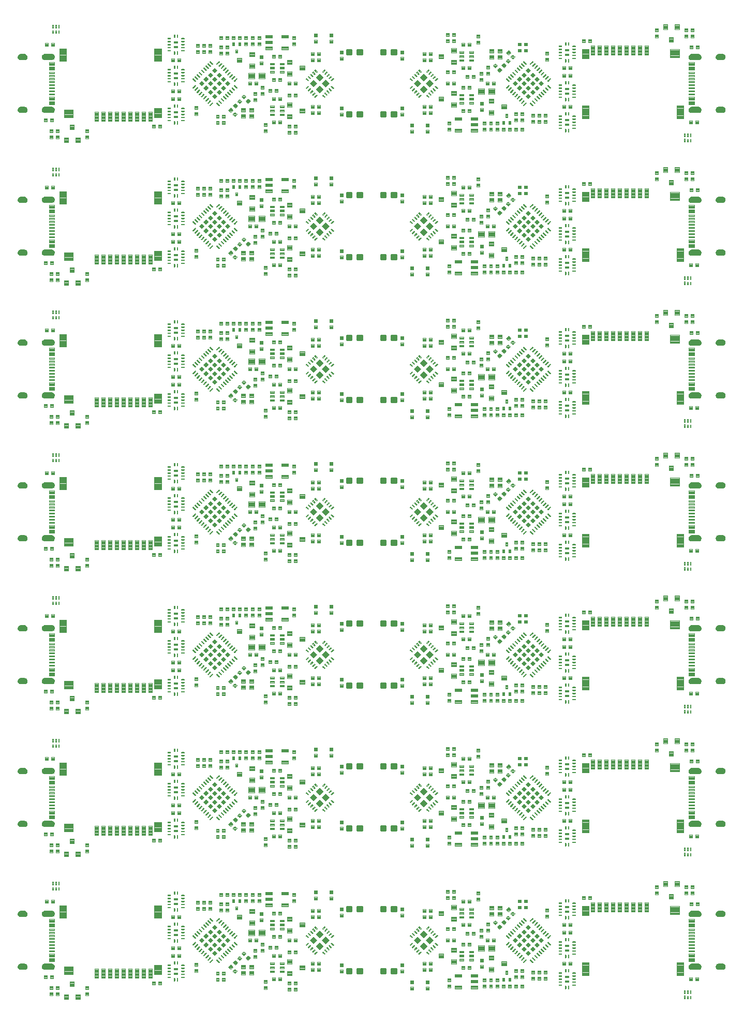
<source format=gtp>
G04 EAGLE Gerber RS-274X export*
G75*
%MOMM*%
%FSLAX34Y34*%
%LPD*%
%INSolderpaste Top*%
%IPPOS*%
%AMOC8*
5,1,8,0,0,1.08239X$1,22.5*%
G01*
%ADD10C,0.102000*%
%ADD11C,0.105000*%
%ADD12C,0.096000*%
%ADD13C,0.098000*%
%ADD14C,0.102500*%
%ADD15R,0.889000X0.889000*%
%ADD16R,0.800000X0.400000*%
%ADD17C,0.104000*%
%ADD18C,0.099000*%
%ADD19C,0.300000*%
%ADD20R,0.600000X0.600000*%
%ADD21C,0.101200*%
%ADD22C,0.100000*%

G36*
X1122512Y386136D02*
X1122512Y386136D01*
X1122516Y386132D01*
X1123460Y386351D01*
X1123466Y386357D01*
X1123471Y386355D01*
X1124343Y386779D01*
X1124346Y386786D01*
X1124352Y386784D01*
X1125108Y387391D01*
X1125110Y387399D01*
X1125116Y387399D01*
X1125717Y388159D01*
X1125717Y388168D01*
X1125723Y388169D01*
X1126141Y389044D01*
X1126139Y389052D01*
X1126144Y389054D01*
X1126357Y390000D01*
X1126354Y390006D01*
X1126356Y390008D01*
X1126355Y390009D01*
X1126358Y390011D01*
X1126354Y390980D01*
X1126354Y390981D01*
X1126335Y392049D01*
X1126330Y392056D01*
X1126334Y392060D01*
X1126078Y393097D01*
X1126071Y393102D01*
X1126074Y393108D01*
X1125593Y394062D01*
X1125586Y394066D01*
X1125587Y394071D01*
X1124906Y394895D01*
X1124898Y394896D01*
X1124898Y394902D01*
X1124051Y395553D01*
X1124043Y395553D01*
X1124042Y395559D01*
X1123071Y396006D01*
X1123063Y396004D01*
X1123061Y396009D01*
X1122015Y396228D01*
X1122013Y396227D01*
X1122007Y396227D01*
X1122005Y396229D01*
X1110005Y396229D01*
X1110002Y396227D01*
X1109999Y396227D01*
X1109997Y396229D01*
X1108902Y396049D01*
X1108896Y396043D01*
X1108891Y396046D01*
X1107863Y395627D01*
X1107859Y395620D01*
X1107854Y395622D01*
X1106945Y394985D01*
X1106943Y394977D01*
X1106937Y394977D01*
X1106193Y394154D01*
X1106192Y394146D01*
X1106186Y394145D01*
X1105644Y393177D01*
X1105645Y393168D01*
X1105639Y393166D01*
X1105326Y392102D01*
X1105329Y392094D01*
X1105324Y392091D01*
X1105256Y390983D01*
X1105260Y390977D01*
X1105256Y390973D01*
X1105426Y389865D01*
X1105432Y389859D01*
X1105429Y389854D01*
X1105841Y388812D01*
X1105848Y388808D01*
X1105846Y388803D01*
X1106480Y387878D01*
X1106488Y387876D01*
X1106487Y387870D01*
X1107311Y387110D01*
X1107319Y387109D01*
X1107319Y387103D01*
X1108291Y386546D01*
X1108299Y386547D01*
X1108301Y386541D01*
X1109373Y386214D01*
X1109381Y386217D01*
X1109384Y386212D01*
X1110501Y386131D01*
X1110504Y386132D01*
X1110505Y386131D01*
X1122505Y386131D01*
X1122512Y386136D01*
G37*
G36*
X1122512Y1087176D02*
X1122512Y1087176D01*
X1122516Y1087172D01*
X1123460Y1087391D01*
X1123466Y1087397D01*
X1123471Y1087395D01*
X1124343Y1087819D01*
X1124346Y1087826D01*
X1124352Y1087824D01*
X1125108Y1088431D01*
X1125110Y1088439D01*
X1125116Y1088439D01*
X1125717Y1089199D01*
X1125717Y1089208D01*
X1125723Y1089209D01*
X1126141Y1090084D01*
X1126139Y1090092D01*
X1126144Y1090094D01*
X1126357Y1091040D01*
X1126354Y1091046D01*
X1126356Y1091048D01*
X1126355Y1091049D01*
X1126358Y1091051D01*
X1126354Y1092020D01*
X1126354Y1092021D01*
X1126335Y1093089D01*
X1126330Y1093096D01*
X1126334Y1093100D01*
X1126078Y1094137D01*
X1126071Y1094142D01*
X1126074Y1094148D01*
X1125593Y1095102D01*
X1125586Y1095106D01*
X1125587Y1095111D01*
X1124906Y1095935D01*
X1124898Y1095936D01*
X1124898Y1095942D01*
X1124051Y1096593D01*
X1124043Y1096593D01*
X1124042Y1096599D01*
X1123071Y1097046D01*
X1123063Y1097044D01*
X1123061Y1097049D01*
X1122015Y1097268D01*
X1122013Y1097267D01*
X1122007Y1097267D01*
X1122005Y1097269D01*
X1110005Y1097269D01*
X1110002Y1097267D01*
X1109999Y1097267D01*
X1109997Y1097269D01*
X1108902Y1097089D01*
X1108896Y1097083D01*
X1108891Y1097086D01*
X1107863Y1096667D01*
X1107859Y1096660D01*
X1107854Y1096662D01*
X1106945Y1096025D01*
X1106943Y1096017D01*
X1106937Y1096017D01*
X1106193Y1095194D01*
X1106192Y1095186D01*
X1106186Y1095185D01*
X1105644Y1094217D01*
X1105645Y1094208D01*
X1105639Y1094206D01*
X1105326Y1093142D01*
X1105329Y1093134D01*
X1105324Y1093131D01*
X1105256Y1092023D01*
X1105260Y1092017D01*
X1105256Y1092013D01*
X1105426Y1090905D01*
X1105432Y1090899D01*
X1105429Y1090894D01*
X1105841Y1089852D01*
X1105848Y1089848D01*
X1105846Y1089843D01*
X1106480Y1088918D01*
X1106488Y1088916D01*
X1106487Y1088910D01*
X1107311Y1088150D01*
X1107319Y1088149D01*
X1107319Y1088143D01*
X1108291Y1087586D01*
X1108299Y1087587D01*
X1108301Y1087581D01*
X1109373Y1087254D01*
X1109381Y1087257D01*
X1109384Y1087252D01*
X1110501Y1087171D01*
X1110504Y1087172D01*
X1110505Y1087171D01*
X1122505Y1087171D01*
X1122512Y1087176D01*
G37*
G36*
X1122512Y152456D02*
X1122512Y152456D01*
X1122516Y152452D01*
X1123460Y152671D01*
X1123466Y152677D01*
X1123471Y152675D01*
X1124343Y153099D01*
X1124346Y153106D01*
X1124352Y153104D01*
X1125108Y153711D01*
X1125110Y153719D01*
X1125116Y153719D01*
X1125717Y154479D01*
X1125717Y154488D01*
X1125723Y154489D01*
X1126141Y155364D01*
X1126139Y155372D01*
X1126144Y155374D01*
X1126357Y156320D01*
X1126354Y156326D01*
X1126356Y156328D01*
X1126355Y156329D01*
X1126358Y156331D01*
X1126354Y157300D01*
X1126354Y157301D01*
X1126335Y158369D01*
X1126330Y158376D01*
X1126334Y158380D01*
X1126078Y159417D01*
X1126071Y159422D01*
X1126074Y159428D01*
X1125593Y160382D01*
X1125586Y160386D01*
X1125587Y160391D01*
X1124906Y161215D01*
X1124898Y161216D01*
X1124898Y161222D01*
X1124051Y161873D01*
X1124043Y161873D01*
X1124042Y161879D01*
X1123071Y162326D01*
X1123063Y162324D01*
X1123061Y162329D01*
X1122015Y162548D01*
X1122013Y162547D01*
X1122007Y162547D01*
X1122005Y162549D01*
X1110005Y162549D01*
X1110002Y162547D01*
X1109999Y162547D01*
X1109997Y162549D01*
X1108902Y162369D01*
X1108896Y162363D01*
X1108891Y162366D01*
X1107863Y161947D01*
X1107859Y161940D01*
X1107854Y161942D01*
X1106945Y161305D01*
X1106943Y161297D01*
X1106937Y161297D01*
X1106193Y160474D01*
X1106192Y160466D01*
X1106186Y160465D01*
X1105644Y159497D01*
X1105645Y159488D01*
X1105639Y159486D01*
X1105326Y158422D01*
X1105329Y158414D01*
X1105324Y158411D01*
X1105256Y157303D01*
X1105260Y157297D01*
X1105256Y157293D01*
X1105426Y156185D01*
X1105432Y156179D01*
X1105429Y156174D01*
X1105841Y155132D01*
X1105848Y155128D01*
X1105846Y155123D01*
X1106480Y154198D01*
X1106488Y154196D01*
X1106487Y154190D01*
X1107311Y153430D01*
X1107319Y153429D01*
X1107319Y153423D01*
X1108291Y152866D01*
X1108299Y152867D01*
X1108301Y152861D01*
X1109373Y152534D01*
X1109381Y152537D01*
X1109384Y152532D01*
X1110501Y152451D01*
X1110504Y152452D01*
X1110505Y152451D01*
X1122505Y152451D01*
X1122512Y152456D01*
G37*
G36*
X1122512Y619816D02*
X1122512Y619816D01*
X1122516Y619812D01*
X1123460Y620031D01*
X1123466Y620037D01*
X1123471Y620035D01*
X1124343Y620459D01*
X1124346Y620466D01*
X1124352Y620464D01*
X1125108Y621071D01*
X1125110Y621079D01*
X1125116Y621079D01*
X1125717Y621839D01*
X1125717Y621848D01*
X1125723Y621849D01*
X1126141Y622724D01*
X1126139Y622732D01*
X1126144Y622734D01*
X1126357Y623680D01*
X1126354Y623686D01*
X1126356Y623688D01*
X1126355Y623689D01*
X1126358Y623691D01*
X1126354Y624660D01*
X1126354Y624661D01*
X1126335Y625729D01*
X1126330Y625736D01*
X1126334Y625740D01*
X1126078Y626777D01*
X1126071Y626782D01*
X1126074Y626788D01*
X1125593Y627742D01*
X1125586Y627746D01*
X1125587Y627751D01*
X1124906Y628575D01*
X1124898Y628576D01*
X1124898Y628582D01*
X1124051Y629233D01*
X1124043Y629233D01*
X1124042Y629239D01*
X1123071Y629686D01*
X1123063Y629684D01*
X1123061Y629689D01*
X1122015Y629908D01*
X1122013Y629907D01*
X1122007Y629907D01*
X1122005Y629909D01*
X1110005Y629909D01*
X1110002Y629907D01*
X1109999Y629907D01*
X1109997Y629909D01*
X1108902Y629729D01*
X1108896Y629723D01*
X1108891Y629726D01*
X1107863Y629307D01*
X1107859Y629300D01*
X1107854Y629302D01*
X1106945Y628665D01*
X1106943Y628657D01*
X1106937Y628657D01*
X1106193Y627834D01*
X1106192Y627826D01*
X1106186Y627825D01*
X1105644Y626857D01*
X1105645Y626848D01*
X1105639Y626846D01*
X1105326Y625782D01*
X1105329Y625774D01*
X1105324Y625771D01*
X1105256Y624663D01*
X1105260Y624657D01*
X1105256Y624653D01*
X1105426Y623545D01*
X1105432Y623539D01*
X1105429Y623534D01*
X1105841Y622492D01*
X1105848Y622488D01*
X1105846Y622483D01*
X1106480Y621558D01*
X1106488Y621556D01*
X1106487Y621550D01*
X1107311Y620790D01*
X1107319Y620789D01*
X1107319Y620783D01*
X1108291Y620226D01*
X1108299Y620227D01*
X1108301Y620221D01*
X1109373Y619894D01*
X1109381Y619897D01*
X1109384Y619892D01*
X1110501Y619811D01*
X1110504Y619812D01*
X1110505Y619811D01*
X1122505Y619811D01*
X1122512Y619816D01*
G37*
G36*
X1122512Y1320856D02*
X1122512Y1320856D01*
X1122516Y1320852D01*
X1123460Y1321071D01*
X1123466Y1321077D01*
X1123471Y1321075D01*
X1124343Y1321499D01*
X1124346Y1321506D01*
X1124352Y1321504D01*
X1125108Y1322111D01*
X1125110Y1322119D01*
X1125116Y1322119D01*
X1125717Y1322879D01*
X1125717Y1322888D01*
X1125723Y1322889D01*
X1126141Y1323764D01*
X1126139Y1323772D01*
X1126144Y1323774D01*
X1126357Y1324720D01*
X1126354Y1324726D01*
X1126356Y1324728D01*
X1126355Y1324729D01*
X1126358Y1324731D01*
X1126354Y1325700D01*
X1126354Y1325701D01*
X1126335Y1326769D01*
X1126330Y1326776D01*
X1126334Y1326780D01*
X1126078Y1327817D01*
X1126071Y1327822D01*
X1126074Y1327828D01*
X1125593Y1328782D01*
X1125586Y1328786D01*
X1125587Y1328791D01*
X1124906Y1329615D01*
X1124898Y1329616D01*
X1124898Y1329622D01*
X1124051Y1330273D01*
X1124043Y1330273D01*
X1124042Y1330279D01*
X1123071Y1330726D01*
X1123063Y1330724D01*
X1123061Y1330729D01*
X1122015Y1330948D01*
X1122013Y1330947D01*
X1122007Y1330947D01*
X1122005Y1330949D01*
X1110005Y1330949D01*
X1110002Y1330947D01*
X1109999Y1330947D01*
X1109997Y1330949D01*
X1108902Y1330769D01*
X1108896Y1330763D01*
X1108891Y1330766D01*
X1107863Y1330347D01*
X1107859Y1330340D01*
X1107854Y1330342D01*
X1106945Y1329705D01*
X1106943Y1329697D01*
X1106937Y1329697D01*
X1106193Y1328874D01*
X1106192Y1328866D01*
X1106186Y1328865D01*
X1105644Y1327897D01*
X1105645Y1327888D01*
X1105639Y1327886D01*
X1105326Y1326822D01*
X1105329Y1326814D01*
X1105324Y1326811D01*
X1105256Y1325703D01*
X1105260Y1325697D01*
X1105256Y1325693D01*
X1105426Y1324585D01*
X1105432Y1324579D01*
X1105429Y1324574D01*
X1105841Y1323532D01*
X1105848Y1323528D01*
X1105846Y1323523D01*
X1106480Y1322598D01*
X1106488Y1322596D01*
X1106487Y1322590D01*
X1107311Y1321830D01*
X1107319Y1321829D01*
X1107319Y1321823D01*
X1108291Y1321266D01*
X1108299Y1321267D01*
X1108301Y1321261D01*
X1109373Y1320934D01*
X1109381Y1320937D01*
X1109384Y1320932D01*
X1110501Y1320851D01*
X1110504Y1320852D01*
X1110505Y1320851D01*
X1122505Y1320851D01*
X1122512Y1320856D01*
G37*
G36*
X1122512Y853496D02*
X1122512Y853496D01*
X1122516Y853492D01*
X1123460Y853711D01*
X1123466Y853717D01*
X1123471Y853715D01*
X1124343Y854139D01*
X1124346Y854146D01*
X1124352Y854144D01*
X1125108Y854751D01*
X1125110Y854759D01*
X1125116Y854759D01*
X1125717Y855519D01*
X1125717Y855528D01*
X1125723Y855529D01*
X1126141Y856404D01*
X1126139Y856412D01*
X1126144Y856414D01*
X1126357Y857360D01*
X1126354Y857366D01*
X1126356Y857368D01*
X1126355Y857369D01*
X1126358Y857371D01*
X1126354Y858340D01*
X1126354Y858341D01*
X1126335Y859409D01*
X1126330Y859416D01*
X1126334Y859420D01*
X1126078Y860457D01*
X1126071Y860462D01*
X1126074Y860468D01*
X1125593Y861422D01*
X1125586Y861426D01*
X1125587Y861431D01*
X1124906Y862255D01*
X1124898Y862256D01*
X1124898Y862262D01*
X1124051Y862913D01*
X1124043Y862913D01*
X1124042Y862919D01*
X1123071Y863366D01*
X1123063Y863364D01*
X1123061Y863369D01*
X1122015Y863588D01*
X1122013Y863587D01*
X1122007Y863587D01*
X1122005Y863589D01*
X1110005Y863589D01*
X1110002Y863587D01*
X1109999Y863587D01*
X1109997Y863589D01*
X1108902Y863409D01*
X1108896Y863403D01*
X1108891Y863406D01*
X1107863Y862987D01*
X1107859Y862980D01*
X1107854Y862982D01*
X1106945Y862345D01*
X1106943Y862337D01*
X1106937Y862337D01*
X1106193Y861514D01*
X1106192Y861506D01*
X1106186Y861505D01*
X1105644Y860537D01*
X1105645Y860528D01*
X1105639Y860526D01*
X1105326Y859462D01*
X1105329Y859454D01*
X1105324Y859451D01*
X1105256Y858343D01*
X1105260Y858337D01*
X1105256Y858333D01*
X1105426Y857225D01*
X1105432Y857219D01*
X1105429Y857214D01*
X1105841Y856172D01*
X1105848Y856168D01*
X1105846Y856163D01*
X1106480Y855238D01*
X1106488Y855236D01*
X1106487Y855230D01*
X1107311Y854470D01*
X1107319Y854469D01*
X1107319Y854463D01*
X1108291Y853906D01*
X1108299Y853907D01*
X1108301Y853901D01*
X1109373Y853574D01*
X1109381Y853577D01*
X1109384Y853572D01*
X1110501Y853491D01*
X1110504Y853492D01*
X1110505Y853491D01*
X1122505Y853491D01*
X1122512Y853496D01*
G37*
G36*
X1122512Y1554536D02*
X1122512Y1554536D01*
X1122516Y1554532D01*
X1123460Y1554751D01*
X1123466Y1554757D01*
X1123471Y1554755D01*
X1124343Y1555179D01*
X1124346Y1555186D01*
X1124352Y1555184D01*
X1125108Y1555791D01*
X1125110Y1555799D01*
X1125116Y1555799D01*
X1125717Y1556559D01*
X1125717Y1556568D01*
X1125723Y1556569D01*
X1126141Y1557444D01*
X1126139Y1557452D01*
X1126144Y1557454D01*
X1126357Y1558400D01*
X1126354Y1558406D01*
X1126356Y1558408D01*
X1126355Y1558409D01*
X1126358Y1558411D01*
X1126354Y1559380D01*
X1126354Y1559381D01*
X1126335Y1560449D01*
X1126330Y1560456D01*
X1126334Y1560460D01*
X1126078Y1561497D01*
X1126071Y1561502D01*
X1126074Y1561508D01*
X1125593Y1562462D01*
X1125586Y1562466D01*
X1125587Y1562471D01*
X1124906Y1563295D01*
X1124898Y1563296D01*
X1124898Y1563302D01*
X1124051Y1563953D01*
X1124043Y1563953D01*
X1124042Y1563959D01*
X1123071Y1564406D01*
X1123063Y1564404D01*
X1123061Y1564409D01*
X1122015Y1564628D01*
X1122013Y1564627D01*
X1122007Y1564627D01*
X1122005Y1564629D01*
X1110005Y1564629D01*
X1110002Y1564627D01*
X1109999Y1564627D01*
X1109997Y1564629D01*
X1108902Y1564449D01*
X1108896Y1564443D01*
X1108891Y1564446D01*
X1107863Y1564027D01*
X1107859Y1564020D01*
X1107854Y1564022D01*
X1106945Y1563385D01*
X1106943Y1563377D01*
X1106937Y1563377D01*
X1106193Y1562554D01*
X1106192Y1562546D01*
X1106186Y1562545D01*
X1105644Y1561577D01*
X1105645Y1561568D01*
X1105639Y1561566D01*
X1105326Y1560502D01*
X1105329Y1560494D01*
X1105324Y1560491D01*
X1105256Y1559383D01*
X1105260Y1559377D01*
X1105256Y1559373D01*
X1105426Y1558265D01*
X1105432Y1558259D01*
X1105429Y1558254D01*
X1105841Y1557212D01*
X1105848Y1557208D01*
X1105846Y1557203D01*
X1106480Y1556278D01*
X1106488Y1556276D01*
X1106487Y1556270D01*
X1107311Y1555510D01*
X1107319Y1555509D01*
X1107319Y1555503D01*
X1108291Y1554946D01*
X1108299Y1554947D01*
X1108301Y1554941D01*
X1109373Y1554614D01*
X1109381Y1554617D01*
X1109384Y1554612D01*
X1110501Y1554531D01*
X1110504Y1554532D01*
X1110505Y1554531D01*
X1122505Y1554531D01*
X1122512Y1554536D01*
G37*
G36*
X63480Y299734D02*
X63480Y299734D01*
X63483Y299731D01*
X64578Y299911D01*
X64584Y299917D01*
X64589Y299914D01*
X65617Y300333D01*
X65621Y300340D01*
X65626Y300338D01*
X66535Y300976D01*
X66538Y300983D01*
X66543Y300983D01*
X67287Y301806D01*
X67288Y301814D01*
X67294Y301815D01*
X67836Y302783D01*
X67835Y302792D01*
X67841Y302794D01*
X68154Y303858D01*
X68151Y303866D01*
X68156Y303869D01*
X68224Y304977D01*
X68220Y304984D01*
X68224Y304987D01*
X68054Y306095D01*
X68048Y306101D01*
X68051Y306106D01*
X67639Y307148D01*
X67632Y307152D01*
X67634Y307157D01*
X67000Y308082D01*
X66992Y308084D01*
X66993Y308090D01*
X66170Y308850D01*
X66161Y308851D01*
X66161Y308857D01*
X65189Y309414D01*
X65181Y309413D01*
X65179Y309419D01*
X64107Y309746D01*
X64099Y309743D01*
X64096Y309748D01*
X62979Y309829D01*
X62976Y309828D01*
X62975Y309829D01*
X50975Y309829D01*
X50972Y309827D01*
X50965Y309827D01*
X50964Y309828D01*
X50020Y309609D01*
X50014Y309603D01*
X50009Y309605D01*
X49137Y309182D01*
X49134Y309174D01*
X49128Y309176D01*
X48372Y308569D01*
X48370Y308561D01*
X48364Y308561D01*
X47763Y307801D01*
X47763Y307792D01*
X47757Y307791D01*
X47339Y306916D01*
X47341Y306908D01*
X47336Y306906D01*
X47124Y305960D01*
X47127Y305953D01*
X47122Y305949D01*
X47126Y304980D01*
X47126Y304979D01*
X47145Y303911D01*
X47150Y303904D01*
X47146Y303900D01*
X47402Y302863D01*
X47409Y302858D01*
X47406Y302852D01*
X47887Y301898D01*
X47894Y301895D01*
X47893Y301889D01*
X48574Y301066D01*
X48582Y301064D01*
X48582Y301058D01*
X49429Y300407D01*
X49437Y300407D01*
X49438Y300401D01*
X50409Y299954D01*
X50417Y299956D01*
X50419Y299951D01*
X51465Y299732D01*
X51472Y299735D01*
X51475Y299731D01*
X63475Y299731D01*
X63480Y299734D01*
G37*
G36*
X63480Y767094D02*
X63480Y767094D01*
X63483Y767091D01*
X64578Y767271D01*
X64584Y767277D01*
X64589Y767274D01*
X65617Y767693D01*
X65621Y767700D01*
X65626Y767698D01*
X66535Y768336D01*
X66538Y768343D01*
X66543Y768343D01*
X67287Y769166D01*
X67288Y769174D01*
X67294Y769175D01*
X67836Y770143D01*
X67835Y770152D01*
X67841Y770154D01*
X68154Y771218D01*
X68151Y771226D01*
X68156Y771229D01*
X68224Y772337D01*
X68220Y772344D01*
X68224Y772347D01*
X68054Y773455D01*
X68048Y773461D01*
X68051Y773466D01*
X67639Y774508D01*
X67632Y774512D01*
X67634Y774517D01*
X67000Y775442D01*
X66992Y775444D01*
X66993Y775450D01*
X66170Y776210D01*
X66161Y776211D01*
X66161Y776217D01*
X65189Y776774D01*
X65181Y776773D01*
X65179Y776779D01*
X64107Y777106D01*
X64099Y777103D01*
X64096Y777108D01*
X62979Y777189D01*
X62976Y777188D01*
X62975Y777189D01*
X50975Y777189D01*
X50972Y777187D01*
X50965Y777187D01*
X50964Y777188D01*
X50020Y776969D01*
X50014Y776963D01*
X50009Y776965D01*
X49137Y776542D01*
X49134Y776534D01*
X49128Y776536D01*
X48372Y775929D01*
X48370Y775921D01*
X48364Y775921D01*
X47763Y775161D01*
X47763Y775152D01*
X47757Y775151D01*
X47339Y774276D01*
X47341Y774268D01*
X47336Y774266D01*
X47124Y773320D01*
X47127Y773313D01*
X47122Y773309D01*
X47126Y772340D01*
X47126Y772339D01*
X47145Y771271D01*
X47150Y771264D01*
X47146Y771260D01*
X47402Y770223D01*
X47409Y770218D01*
X47406Y770212D01*
X47887Y769258D01*
X47894Y769255D01*
X47893Y769249D01*
X48574Y768426D01*
X48582Y768424D01*
X48582Y768418D01*
X49429Y767767D01*
X49437Y767767D01*
X49438Y767761D01*
X50409Y767314D01*
X50417Y767316D01*
X50419Y767311D01*
X51465Y767092D01*
X51472Y767095D01*
X51475Y767091D01*
X63475Y767091D01*
X63480Y767094D01*
G37*
G36*
X63480Y533414D02*
X63480Y533414D01*
X63483Y533411D01*
X64578Y533591D01*
X64584Y533597D01*
X64589Y533594D01*
X65617Y534013D01*
X65621Y534020D01*
X65626Y534018D01*
X66535Y534656D01*
X66538Y534663D01*
X66543Y534663D01*
X67287Y535486D01*
X67288Y535494D01*
X67294Y535495D01*
X67836Y536463D01*
X67835Y536472D01*
X67841Y536474D01*
X68154Y537538D01*
X68151Y537546D01*
X68156Y537549D01*
X68224Y538657D01*
X68220Y538664D01*
X68224Y538667D01*
X68054Y539775D01*
X68048Y539781D01*
X68051Y539786D01*
X67639Y540828D01*
X67632Y540832D01*
X67634Y540837D01*
X67000Y541762D01*
X66992Y541764D01*
X66993Y541770D01*
X66170Y542530D01*
X66161Y542531D01*
X66161Y542537D01*
X65189Y543094D01*
X65181Y543093D01*
X65179Y543099D01*
X64107Y543426D01*
X64099Y543423D01*
X64096Y543428D01*
X62979Y543509D01*
X62976Y543508D01*
X62975Y543509D01*
X50975Y543509D01*
X50972Y543507D01*
X50965Y543507D01*
X50964Y543508D01*
X50020Y543289D01*
X50014Y543283D01*
X50009Y543285D01*
X49137Y542862D01*
X49134Y542854D01*
X49128Y542856D01*
X48372Y542249D01*
X48370Y542241D01*
X48364Y542241D01*
X47763Y541481D01*
X47763Y541472D01*
X47757Y541471D01*
X47339Y540596D01*
X47341Y540588D01*
X47336Y540586D01*
X47124Y539640D01*
X47127Y539633D01*
X47122Y539629D01*
X47126Y538660D01*
X47126Y538659D01*
X47145Y537591D01*
X47150Y537584D01*
X47146Y537580D01*
X47402Y536543D01*
X47409Y536538D01*
X47406Y536532D01*
X47887Y535578D01*
X47894Y535575D01*
X47893Y535569D01*
X48574Y534746D01*
X48582Y534744D01*
X48582Y534738D01*
X49429Y534087D01*
X49437Y534087D01*
X49438Y534081D01*
X50409Y533634D01*
X50417Y533636D01*
X50419Y533631D01*
X51465Y533412D01*
X51472Y533415D01*
X51475Y533411D01*
X63475Y533411D01*
X63480Y533414D01*
G37*
G36*
X63480Y1468134D02*
X63480Y1468134D01*
X63483Y1468131D01*
X64578Y1468311D01*
X64584Y1468317D01*
X64589Y1468314D01*
X65617Y1468733D01*
X65621Y1468740D01*
X65626Y1468738D01*
X66535Y1469376D01*
X66538Y1469383D01*
X66543Y1469383D01*
X67287Y1470206D01*
X67288Y1470214D01*
X67294Y1470215D01*
X67836Y1471183D01*
X67835Y1471192D01*
X67841Y1471194D01*
X68154Y1472258D01*
X68151Y1472266D01*
X68156Y1472269D01*
X68224Y1473377D01*
X68220Y1473384D01*
X68224Y1473387D01*
X68054Y1474495D01*
X68048Y1474501D01*
X68051Y1474506D01*
X67639Y1475548D01*
X67632Y1475552D01*
X67634Y1475557D01*
X67000Y1476482D01*
X66992Y1476484D01*
X66993Y1476490D01*
X66170Y1477250D01*
X66161Y1477251D01*
X66161Y1477257D01*
X65189Y1477814D01*
X65181Y1477813D01*
X65179Y1477819D01*
X64107Y1478146D01*
X64099Y1478143D01*
X64096Y1478148D01*
X62979Y1478229D01*
X62976Y1478228D01*
X62975Y1478229D01*
X50975Y1478229D01*
X50972Y1478227D01*
X50965Y1478227D01*
X50964Y1478228D01*
X50020Y1478009D01*
X50014Y1478003D01*
X50009Y1478005D01*
X49137Y1477582D01*
X49134Y1477574D01*
X49128Y1477576D01*
X48372Y1476969D01*
X48370Y1476961D01*
X48364Y1476961D01*
X47763Y1476201D01*
X47763Y1476192D01*
X47757Y1476191D01*
X47339Y1475316D01*
X47341Y1475308D01*
X47336Y1475306D01*
X47124Y1474360D01*
X47127Y1474353D01*
X47122Y1474349D01*
X47126Y1473380D01*
X47126Y1473379D01*
X47145Y1472311D01*
X47150Y1472304D01*
X47146Y1472300D01*
X47402Y1471263D01*
X47409Y1471258D01*
X47406Y1471252D01*
X47887Y1470298D01*
X47894Y1470295D01*
X47893Y1470289D01*
X48574Y1469466D01*
X48582Y1469464D01*
X48582Y1469458D01*
X49429Y1468807D01*
X49437Y1468807D01*
X49438Y1468801D01*
X50409Y1468354D01*
X50417Y1468356D01*
X50419Y1468351D01*
X51465Y1468132D01*
X51472Y1468135D01*
X51475Y1468131D01*
X63475Y1468131D01*
X63480Y1468134D01*
G37*
G36*
X63480Y66054D02*
X63480Y66054D01*
X63483Y66051D01*
X64578Y66231D01*
X64584Y66237D01*
X64589Y66234D01*
X65617Y66653D01*
X65621Y66660D01*
X65626Y66658D01*
X66535Y67296D01*
X66538Y67303D01*
X66543Y67303D01*
X67287Y68126D01*
X67288Y68134D01*
X67294Y68135D01*
X67836Y69103D01*
X67835Y69112D01*
X67841Y69114D01*
X68154Y70178D01*
X68151Y70186D01*
X68156Y70189D01*
X68224Y71297D01*
X68220Y71304D01*
X68224Y71307D01*
X68054Y72415D01*
X68048Y72421D01*
X68051Y72426D01*
X67639Y73468D01*
X67632Y73472D01*
X67634Y73477D01*
X67000Y74402D01*
X66992Y74404D01*
X66993Y74410D01*
X66170Y75170D01*
X66161Y75171D01*
X66161Y75177D01*
X65189Y75734D01*
X65181Y75733D01*
X65179Y75739D01*
X64107Y76066D01*
X64099Y76063D01*
X64096Y76068D01*
X62979Y76149D01*
X62976Y76148D01*
X62975Y76149D01*
X50975Y76149D01*
X50972Y76147D01*
X50965Y76147D01*
X50964Y76148D01*
X50020Y75929D01*
X50014Y75923D01*
X50009Y75925D01*
X49137Y75502D01*
X49134Y75494D01*
X49128Y75496D01*
X48372Y74889D01*
X48370Y74881D01*
X48364Y74881D01*
X47763Y74121D01*
X47763Y74112D01*
X47757Y74111D01*
X47339Y73236D01*
X47341Y73228D01*
X47336Y73226D01*
X47124Y72280D01*
X47127Y72273D01*
X47122Y72269D01*
X47126Y71300D01*
X47126Y71299D01*
X47145Y70231D01*
X47150Y70224D01*
X47146Y70220D01*
X47402Y69183D01*
X47409Y69178D01*
X47406Y69172D01*
X47887Y68218D01*
X47894Y68215D01*
X47893Y68209D01*
X48574Y67386D01*
X48582Y67384D01*
X48582Y67378D01*
X49429Y66727D01*
X49437Y66727D01*
X49438Y66721D01*
X50409Y66274D01*
X50417Y66276D01*
X50419Y66271D01*
X51465Y66052D01*
X51472Y66055D01*
X51475Y66051D01*
X63475Y66051D01*
X63480Y66054D01*
G37*
G36*
X63480Y1234454D02*
X63480Y1234454D01*
X63483Y1234451D01*
X64578Y1234631D01*
X64584Y1234637D01*
X64589Y1234634D01*
X65617Y1235053D01*
X65621Y1235060D01*
X65626Y1235058D01*
X66535Y1235696D01*
X66538Y1235703D01*
X66543Y1235703D01*
X67287Y1236526D01*
X67288Y1236534D01*
X67294Y1236535D01*
X67836Y1237503D01*
X67835Y1237512D01*
X67841Y1237514D01*
X68154Y1238578D01*
X68151Y1238586D01*
X68156Y1238589D01*
X68224Y1239697D01*
X68220Y1239704D01*
X68224Y1239707D01*
X68054Y1240815D01*
X68048Y1240821D01*
X68051Y1240826D01*
X67639Y1241868D01*
X67632Y1241872D01*
X67634Y1241877D01*
X67000Y1242802D01*
X66992Y1242804D01*
X66993Y1242810D01*
X66170Y1243570D01*
X66161Y1243571D01*
X66161Y1243577D01*
X65189Y1244134D01*
X65181Y1244133D01*
X65179Y1244139D01*
X64107Y1244466D01*
X64099Y1244463D01*
X64096Y1244468D01*
X62979Y1244549D01*
X62976Y1244548D01*
X62975Y1244549D01*
X50975Y1244549D01*
X50972Y1244547D01*
X50965Y1244547D01*
X50964Y1244548D01*
X50020Y1244329D01*
X50014Y1244323D01*
X50009Y1244325D01*
X49137Y1243902D01*
X49134Y1243894D01*
X49128Y1243896D01*
X48372Y1243289D01*
X48370Y1243281D01*
X48364Y1243281D01*
X47763Y1242521D01*
X47763Y1242512D01*
X47757Y1242511D01*
X47339Y1241636D01*
X47341Y1241628D01*
X47336Y1241626D01*
X47124Y1240680D01*
X47127Y1240673D01*
X47122Y1240669D01*
X47126Y1239700D01*
X47126Y1239699D01*
X47145Y1238631D01*
X47150Y1238624D01*
X47146Y1238620D01*
X47402Y1237583D01*
X47409Y1237578D01*
X47406Y1237572D01*
X47887Y1236618D01*
X47894Y1236615D01*
X47893Y1236609D01*
X48574Y1235786D01*
X48582Y1235784D01*
X48582Y1235778D01*
X49429Y1235127D01*
X49437Y1235127D01*
X49438Y1235121D01*
X50409Y1234674D01*
X50417Y1234676D01*
X50419Y1234671D01*
X51465Y1234452D01*
X51472Y1234455D01*
X51475Y1234451D01*
X63475Y1234451D01*
X63480Y1234454D01*
G37*
G36*
X63480Y1000774D02*
X63480Y1000774D01*
X63483Y1000771D01*
X64578Y1000951D01*
X64584Y1000957D01*
X64589Y1000954D01*
X65617Y1001373D01*
X65621Y1001380D01*
X65626Y1001378D01*
X66535Y1002016D01*
X66538Y1002023D01*
X66543Y1002023D01*
X67287Y1002846D01*
X67288Y1002854D01*
X67294Y1002855D01*
X67836Y1003823D01*
X67835Y1003832D01*
X67841Y1003834D01*
X68154Y1004898D01*
X68151Y1004906D01*
X68156Y1004909D01*
X68224Y1006017D01*
X68220Y1006024D01*
X68224Y1006027D01*
X68054Y1007135D01*
X68048Y1007141D01*
X68051Y1007146D01*
X67639Y1008188D01*
X67632Y1008192D01*
X67634Y1008197D01*
X67000Y1009122D01*
X66992Y1009124D01*
X66993Y1009130D01*
X66170Y1009890D01*
X66161Y1009891D01*
X66161Y1009897D01*
X65189Y1010454D01*
X65181Y1010453D01*
X65179Y1010459D01*
X64107Y1010786D01*
X64099Y1010783D01*
X64096Y1010788D01*
X62979Y1010869D01*
X62976Y1010868D01*
X62975Y1010869D01*
X50975Y1010869D01*
X50972Y1010867D01*
X50965Y1010867D01*
X50964Y1010868D01*
X50020Y1010649D01*
X50014Y1010643D01*
X50009Y1010645D01*
X49137Y1010222D01*
X49134Y1010214D01*
X49128Y1010216D01*
X48372Y1009609D01*
X48370Y1009601D01*
X48364Y1009601D01*
X47763Y1008841D01*
X47763Y1008832D01*
X47757Y1008831D01*
X47339Y1007956D01*
X47341Y1007948D01*
X47336Y1007946D01*
X47124Y1007000D01*
X47127Y1006993D01*
X47122Y1006989D01*
X47126Y1006020D01*
X47126Y1006019D01*
X47145Y1004951D01*
X47150Y1004944D01*
X47146Y1004940D01*
X47402Y1003903D01*
X47409Y1003898D01*
X47406Y1003892D01*
X47887Y1002938D01*
X47894Y1002935D01*
X47893Y1002929D01*
X48574Y1002106D01*
X48582Y1002104D01*
X48582Y1002098D01*
X49429Y1001447D01*
X49437Y1001447D01*
X49438Y1001441D01*
X50409Y1000994D01*
X50417Y1000996D01*
X50419Y1000991D01*
X51465Y1000772D01*
X51472Y1000775D01*
X51475Y1000771D01*
X63475Y1000771D01*
X63480Y1000774D01*
G37*
G36*
X1122010Y767094D02*
X1122010Y767094D01*
X1122013Y767091D01*
X1123009Y767249D01*
X1123015Y767255D01*
X1123020Y767252D01*
X1123956Y767627D01*
X1123960Y767634D01*
X1123966Y767632D01*
X1124795Y768206D01*
X1124798Y768214D01*
X1124803Y768213D01*
X1125484Y768957D01*
X1125485Y768966D01*
X1125491Y768966D01*
X1125989Y769843D01*
X1125988Y769852D01*
X1125993Y769854D01*
X1126106Y770229D01*
X1126284Y770819D01*
X1126284Y770820D01*
X1126283Y770822D01*
X1126281Y770827D01*
X1126286Y770830D01*
X1126354Y771837D01*
X1126353Y771839D01*
X1126354Y771840D01*
X1126345Y772921D01*
X1126340Y772928D01*
X1126344Y772932D01*
X1126095Y773984D01*
X1126088Y773989D01*
X1126091Y773994D01*
X1125614Y774964D01*
X1125606Y774967D01*
X1125608Y774973D01*
X1124927Y775812D01*
X1124919Y775814D01*
X1124919Y775820D01*
X1124069Y776486D01*
X1124060Y776487D01*
X1124059Y776492D01*
X1123082Y776953D01*
X1123074Y776951D01*
X1123071Y776957D01*
X1122016Y777188D01*
X1122013Y777187D01*
X1122007Y777187D01*
X1122005Y777189D01*
X1110005Y777189D01*
X1110002Y777187D01*
X1109998Y777187D01*
X1109997Y777189D01*
X1108891Y776996D01*
X1108886Y776990D01*
X1108881Y776993D01*
X1107846Y776560D01*
X1107842Y776553D01*
X1107837Y776555D01*
X1106924Y775902D01*
X1106922Y775894D01*
X1106916Y775895D01*
X1106172Y775056D01*
X1106171Y775047D01*
X1106166Y775047D01*
X1105627Y774063D01*
X1105628Y774055D01*
X1105623Y774053D01*
X1105607Y773999D01*
X1105426Y773359D01*
X1105316Y772974D01*
X1105319Y772967D01*
X1105316Y772965D01*
X1105316Y772964D01*
X1105314Y772963D01*
X1105256Y771843D01*
X1105259Y771838D01*
X1105256Y771835D01*
X1105374Y770789D01*
X1105380Y770783D01*
X1105376Y770778D01*
X1105724Y769784D01*
X1105731Y769780D01*
X1105729Y769775D01*
X1106289Y768883D01*
X1106296Y768881D01*
X1106296Y768875D01*
X1107040Y768131D01*
X1107048Y768129D01*
X1107048Y768124D01*
X1107940Y767564D01*
X1107948Y767564D01*
X1107949Y767559D01*
X1108943Y767211D01*
X1108951Y767214D01*
X1108954Y767209D01*
X1110000Y767091D01*
X1110003Y767093D01*
X1110005Y767091D01*
X1122005Y767091D01*
X1122010Y767094D01*
G37*
G36*
X1122010Y1468134D02*
X1122010Y1468134D01*
X1122013Y1468131D01*
X1123009Y1468289D01*
X1123015Y1468295D01*
X1123020Y1468292D01*
X1123956Y1468667D01*
X1123960Y1468674D01*
X1123966Y1468672D01*
X1124795Y1469246D01*
X1124798Y1469254D01*
X1124803Y1469253D01*
X1125484Y1469997D01*
X1125485Y1470006D01*
X1125491Y1470006D01*
X1125989Y1470883D01*
X1125988Y1470892D01*
X1125993Y1470894D01*
X1126106Y1471269D01*
X1126284Y1471859D01*
X1126284Y1471860D01*
X1126283Y1471862D01*
X1126281Y1471867D01*
X1126286Y1471870D01*
X1126354Y1472877D01*
X1126353Y1472879D01*
X1126354Y1472880D01*
X1126345Y1473961D01*
X1126340Y1473968D01*
X1126344Y1473972D01*
X1126095Y1475024D01*
X1126088Y1475029D01*
X1126091Y1475034D01*
X1125614Y1476004D01*
X1125606Y1476007D01*
X1125608Y1476013D01*
X1124927Y1476852D01*
X1124919Y1476854D01*
X1124919Y1476860D01*
X1124069Y1477526D01*
X1124060Y1477527D01*
X1124059Y1477532D01*
X1123082Y1477993D01*
X1123074Y1477991D01*
X1123071Y1477997D01*
X1122016Y1478228D01*
X1122013Y1478227D01*
X1122007Y1478227D01*
X1122005Y1478229D01*
X1110005Y1478229D01*
X1110002Y1478227D01*
X1109998Y1478227D01*
X1109997Y1478229D01*
X1108891Y1478036D01*
X1108886Y1478030D01*
X1108881Y1478033D01*
X1107846Y1477600D01*
X1107842Y1477593D01*
X1107837Y1477595D01*
X1106924Y1476942D01*
X1106922Y1476934D01*
X1106916Y1476935D01*
X1106172Y1476096D01*
X1106171Y1476087D01*
X1106166Y1476087D01*
X1105627Y1475103D01*
X1105628Y1475095D01*
X1105623Y1475093D01*
X1105607Y1475039D01*
X1105426Y1474399D01*
X1105316Y1474014D01*
X1105319Y1474007D01*
X1105316Y1474005D01*
X1105316Y1474004D01*
X1105314Y1474003D01*
X1105256Y1472883D01*
X1105259Y1472878D01*
X1105256Y1472875D01*
X1105374Y1471829D01*
X1105380Y1471823D01*
X1105376Y1471818D01*
X1105724Y1470824D01*
X1105731Y1470820D01*
X1105729Y1470815D01*
X1106289Y1469923D01*
X1106296Y1469921D01*
X1106296Y1469915D01*
X1107040Y1469171D01*
X1107048Y1469169D01*
X1107048Y1469164D01*
X1107940Y1468604D01*
X1107948Y1468604D01*
X1107949Y1468599D01*
X1108943Y1468251D01*
X1108951Y1468254D01*
X1108954Y1468249D01*
X1110000Y1468131D01*
X1110003Y1468133D01*
X1110005Y1468131D01*
X1122005Y1468131D01*
X1122010Y1468134D01*
G37*
G36*
X1122010Y533414D02*
X1122010Y533414D01*
X1122013Y533411D01*
X1123009Y533569D01*
X1123015Y533575D01*
X1123020Y533572D01*
X1123956Y533947D01*
X1123960Y533954D01*
X1123966Y533952D01*
X1124795Y534526D01*
X1124798Y534534D01*
X1124803Y534533D01*
X1125484Y535277D01*
X1125485Y535286D01*
X1125491Y535286D01*
X1125989Y536163D01*
X1125988Y536172D01*
X1125993Y536174D01*
X1126106Y536549D01*
X1126284Y537139D01*
X1126284Y537140D01*
X1126283Y537142D01*
X1126281Y537147D01*
X1126286Y537150D01*
X1126354Y538157D01*
X1126353Y538159D01*
X1126354Y538160D01*
X1126345Y539241D01*
X1126340Y539248D01*
X1126344Y539252D01*
X1126095Y540304D01*
X1126088Y540309D01*
X1126091Y540314D01*
X1125614Y541284D01*
X1125606Y541287D01*
X1125608Y541293D01*
X1124927Y542132D01*
X1124919Y542134D01*
X1124919Y542140D01*
X1124069Y542806D01*
X1124060Y542807D01*
X1124059Y542812D01*
X1123082Y543273D01*
X1123074Y543271D01*
X1123071Y543277D01*
X1122016Y543508D01*
X1122013Y543507D01*
X1122007Y543507D01*
X1122005Y543509D01*
X1110005Y543509D01*
X1110002Y543507D01*
X1109998Y543507D01*
X1109997Y543509D01*
X1108891Y543316D01*
X1108886Y543310D01*
X1108881Y543313D01*
X1107846Y542880D01*
X1107842Y542873D01*
X1107837Y542875D01*
X1106924Y542222D01*
X1106922Y542214D01*
X1106916Y542215D01*
X1106172Y541376D01*
X1106171Y541367D01*
X1106166Y541367D01*
X1105627Y540383D01*
X1105628Y540375D01*
X1105623Y540373D01*
X1105607Y540319D01*
X1105426Y539679D01*
X1105316Y539294D01*
X1105319Y539287D01*
X1105316Y539285D01*
X1105316Y539284D01*
X1105314Y539283D01*
X1105256Y538163D01*
X1105259Y538158D01*
X1105256Y538155D01*
X1105374Y537109D01*
X1105380Y537103D01*
X1105376Y537098D01*
X1105724Y536104D01*
X1105731Y536100D01*
X1105729Y536095D01*
X1106289Y535203D01*
X1106296Y535201D01*
X1106296Y535195D01*
X1107040Y534451D01*
X1107048Y534449D01*
X1107048Y534444D01*
X1107940Y533884D01*
X1107948Y533884D01*
X1107949Y533879D01*
X1108943Y533531D01*
X1108951Y533534D01*
X1108954Y533529D01*
X1110000Y533411D01*
X1110003Y533413D01*
X1110005Y533411D01*
X1122005Y533411D01*
X1122010Y533414D01*
G37*
G36*
X1122010Y299734D02*
X1122010Y299734D01*
X1122013Y299731D01*
X1123009Y299889D01*
X1123015Y299895D01*
X1123020Y299892D01*
X1123956Y300267D01*
X1123960Y300274D01*
X1123966Y300272D01*
X1124795Y300846D01*
X1124798Y300854D01*
X1124803Y300853D01*
X1125484Y301597D01*
X1125485Y301606D01*
X1125491Y301606D01*
X1125989Y302483D01*
X1125988Y302492D01*
X1125993Y302494D01*
X1126106Y302869D01*
X1126284Y303459D01*
X1126284Y303460D01*
X1126283Y303462D01*
X1126281Y303467D01*
X1126286Y303470D01*
X1126354Y304477D01*
X1126353Y304479D01*
X1126354Y304480D01*
X1126345Y305561D01*
X1126340Y305568D01*
X1126344Y305572D01*
X1126095Y306624D01*
X1126088Y306629D01*
X1126091Y306634D01*
X1125614Y307604D01*
X1125606Y307607D01*
X1125608Y307613D01*
X1124927Y308452D01*
X1124919Y308454D01*
X1124919Y308460D01*
X1124069Y309126D01*
X1124060Y309127D01*
X1124059Y309132D01*
X1123082Y309593D01*
X1123074Y309591D01*
X1123071Y309597D01*
X1122016Y309828D01*
X1122013Y309827D01*
X1122007Y309827D01*
X1122005Y309829D01*
X1110005Y309829D01*
X1110002Y309827D01*
X1109998Y309827D01*
X1109997Y309829D01*
X1108891Y309636D01*
X1108886Y309630D01*
X1108881Y309633D01*
X1107846Y309200D01*
X1107842Y309193D01*
X1107837Y309195D01*
X1106924Y308542D01*
X1106922Y308534D01*
X1106916Y308535D01*
X1106172Y307696D01*
X1106171Y307687D01*
X1106166Y307687D01*
X1105627Y306703D01*
X1105628Y306695D01*
X1105623Y306693D01*
X1105607Y306639D01*
X1105426Y305999D01*
X1105316Y305614D01*
X1105319Y305607D01*
X1105316Y305605D01*
X1105316Y305604D01*
X1105314Y305603D01*
X1105256Y304483D01*
X1105259Y304478D01*
X1105256Y304475D01*
X1105374Y303429D01*
X1105380Y303423D01*
X1105376Y303418D01*
X1105724Y302424D01*
X1105731Y302420D01*
X1105729Y302415D01*
X1106289Y301523D01*
X1106296Y301521D01*
X1106296Y301515D01*
X1107040Y300771D01*
X1107048Y300769D01*
X1107048Y300764D01*
X1107940Y300204D01*
X1107948Y300204D01*
X1107949Y300199D01*
X1108943Y299851D01*
X1108951Y299854D01*
X1108954Y299849D01*
X1110000Y299731D01*
X1110003Y299733D01*
X1110005Y299731D01*
X1122005Y299731D01*
X1122010Y299734D01*
G37*
G36*
X1122010Y1234454D02*
X1122010Y1234454D01*
X1122013Y1234451D01*
X1123009Y1234609D01*
X1123015Y1234615D01*
X1123020Y1234612D01*
X1123956Y1234987D01*
X1123960Y1234994D01*
X1123966Y1234992D01*
X1124795Y1235566D01*
X1124798Y1235574D01*
X1124803Y1235573D01*
X1125484Y1236317D01*
X1125485Y1236326D01*
X1125491Y1236326D01*
X1125989Y1237203D01*
X1125988Y1237212D01*
X1125993Y1237214D01*
X1126106Y1237589D01*
X1126284Y1238179D01*
X1126284Y1238180D01*
X1126283Y1238182D01*
X1126281Y1238187D01*
X1126286Y1238190D01*
X1126354Y1239197D01*
X1126353Y1239199D01*
X1126354Y1239200D01*
X1126345Y1240281D01*
X1126340Y1240288D01*
X1126344Y1240292D01*
X1126095Y1241344D01*
X1126088Y1241349D01*
X1126091Y1241354D01*
X1125614Y1242324D01*
X1125606Y1242327D01*
X1125608Y1242333D01*
X1124927Y1243172D01*
X1124919Y1243174D01*
X1124919Y1243180D01*
X1124069Y1243846D01*
X1124060Y1243847D01*
X1124059Y1243852D01*
X1123082Y1244313D01*
X1123074Y1244311D01*
X1123071Y1244317D01*
X1122016Y1244548D01*
X1122013Y1244547D01*
X1122007Y1244547D01*
X1122005Y1244549D01*
X1110005Y1244549D01*
X1110002Y1244547D01*
X1109998Y1244547D01*
X1109997Y1244549D01*
X1108891Y1244356D01*
X1108886Y1244350D01*
X1108881Y1244353D01*
X1107846Y1243920D01*
X1107842Y1243913D01*
X1107837Y1243915D01*
X1106924Y1243262D01*
X1106922Y1243254D01*
X1106916Y1243255D01*
X1106172Y1242416D01*
X1106171Y1242407D01*
X1106166Y1242407D01*
X1105627Y1241423D01*
X1105628Y1241415D01*
X1105623Y1241413D01*
X1105607Y1241359D01*
X1105426Y1240719D01*
X1105316Y1240334D01*
X1105319Y1240327D01*
X1105316Y1240325D01*
X1105316Y1240324D01*
X1105314Y1240323D01*
X1105256Y1239203D01*
X1105259Y1239198D01*
X1105256Y1239195D01*
X1105374Y1238149D01*
X1105380Y1238143D01*
X1105376Y1238138D01*
X1105724Y1237144D01*
X1105731Y1237140D01*
X1105729Y1237135D01*
X1106289Y1236243D01*
X1106296Y1236241D01*
X1106296Y1236235D01*
X1107040Y1235491D01*
X1107048Y1235489D01*
X1107048Y1235484D01*
X1107940Y1234924D01*
X1107948Y1234924D01*
X1107949Y1234919D01*
X1108943Y1234571D01*
X1108951Y1234574D01*
X1108954Y1234569D01*
X1110000Y1234451D01*
X1110003Y1234453D01*
X1110005Y1234451D01*
X1122005Y1234451D01*
X1122010Y1234454D01*
G37*
G36*
X1122010Y66054D02*
X1122010Y66054D01*
X1122013Y66051D01*
X1123009Y66209D01*
X1123015Y66215D01*
X1123020Y66212D01*
X1123956Y66587D01*
X1123960Y66594D01*
X1123966Y66592D01*
X1124795Y67166D01*
X1124798Y67174D01*
X1124803Y67173D01*
X1125484Y67917D01*
X1125485Y67926D01*
X1125491Y67926D01*
X1125989Y68803D01*
X1125988Y68812D01*
X1125993Y68814D01*
X1126106Y69189D01*
X1126284Y69779D01*
X1126284Y69780D01*
X1126283Y69782D01*
X1126281Y69787D01*
X1126286Y69790D01*
X1126354Y70797D01*
X1126353Y70799D01*
X1126354Y70800D01*
X1126345Y71881D01*
X1126340Y71888D01*
X1126344Y71892D01*
X1126095Y72944D01*
X1126088Y72949D01*
X1126091Y72954D01*
X1125614Y73924D01*
X1125606Y73927D01*
X1125608Y73933D01*
X1124927Y74772D01*
X1124919Y74774D01*
X1124919Y74780D01*
X1124069Y75446D01*
X1124060Y75447D01*
X1124059Y75452D01*
X1123082Y75913D01*
X1123074Y75911D01*
X1123071Y75917D01*
X1122016Y76148D01*
X1122013Y76147D01*
X1122007Y76147D01*
X1122005Y76149D01*
X1110005Y76149D01*
X1110002Y76147D01*
X1109998Y76147D01*
X1109997Y76149D01*
X1108891Y75956D01*
X1108886Y75950D01*
X1108881Y75953D01*
X1107846Y75520D01*
X1107842Y75513D01*
X1107837Y75515D01*
X1106924Y74862D01*
X1106922Y74854D01*
X1106916Y74855D01*
X1106172Y74016D01*
X1106171Y74007D01*
X1106166Y74007D01*
X1105627Y73023D01*
X1105628Y73015D01*
X1105623Y73013D01*
X1105607Y72959D01*
X1105426Y72319D01*
X1105316Y71934D01*
X1105319Y71927D01*
X1105316Y71925D01*
X1105316Y71924D01*
X1105314Y71923D01*
X1105256Y70803D01*
X1105259Y70798D01*
X1105256Y70795D01*
X1105374Y69749D01*
X1105380Y69743D01*
X1105376Y69738D01*
X1105724Y68744D01*
X1105731Y68740D01*
X1105729Y68735D01*
X1106289Y67843D01*
X1106296Y67841D01*
X1106296Y67835D01*
X1107040Y67091D01*
X1107048Y67089D01*
X1107048Y67084D01*
X1107940Y66524D01*
X1107948Y66524D01*
X1107949Y66519D01*
X1108943Y66171D01*
X1108951Y66174D01*
X1108954Y66169D01*
X1110000Y66051D01*
X1110003Y66053D01*
X1110005Y66051D01*
X1122005Y66051D01*
X1122010Y66054D01*
G37*
G36*
X1122010Y1000774D02*
X1122010Y1000774D01*
X1122013Y1000771D01*
X1123009Y1000929D01*
X1123015Y1000935D01*
X1123020Y1000932D01*
X1123956Y1001307D01*
X1123960Y1001314D01*
X1123966Y1001312D01*
X1124795Y1001886D01*
X1124798Y1001894D01*
X1124803Y1001893D01*
X1125484Y1002637D01*
X1125485Y1002646D01*
X1125491Y1002646D01*
X1125989Y1003523D01*
X1125988Y1003532D01*
X1125993Y1003534D01*
X1126106Y1003909D01*
X1126284Y1004499D01*
X1126284Y1004500D01*
X1126283Y1004502D01*
X1126281Y1004507D01*
X1126286Y1004510D01*
X1126354Y1005517D01*
X1126353Y1005519D01*
X1126354Y1005520D01*
X1126345Y1006601D01*
X1126340Y1006608D01*
X1126344Y1006612D01*
X1126095Y1007664D01*
X1126088Y1007669D01*
X1126091Y1007674D01*
X1125614Y1008644D01*
X1125606Y1008647D01*
X1125608Y1008653D01*
X1124927Y1009492D01*
X1124919Y1009494D01*
X1124919Y1009500D01*
X1124069Y1010166D01*
X1124060Y1010167D01*
X1124059Y1010172D01*
X1123082Y1010633D01*
X1123074Y1010631D01*
X1123071Y1010637D01*
X1122016Y1010868D01*
X1122013Y1010867D01*
X1122007Y1010867D01*
X1122005Y1010869D01*
X1110005Y1010869D01*
X1110002Y1010867D01*
X1109998Y1010867D01*
X1109997Y1010869D01*
X1108891Y1010676D01*
X1108886Y1010670D01*
X1108881Y1010673D01*
X1107846Y1010240D01*
X1107842Y1010233D01*
X1107837Y1010235D01*
X1106924Y1009582D01*
X1106922Y1009574D01*
X1106916Y1009575D01*
X1106172Y1008736D01*
X1106171Y1008727D01*
X1106166Y1008727D01*
X1105627Y1007743D01*
X1105628Y1007735D01*
X1105623Y1007733D01*
X1105607Y1007679D01*
X1105426Y1007039D01*
X1105316Y1006654D01*
X1105319Y1006647D01*
X1105316Y1006645D01*
X1105316Y1006644D01*
X1105314Y1006643D01*
X1105256Y1005523D01*
X1105259Y1005518D01*
X1105256Y1005515D01*
X1105374Y1004469D01*
X1105380Y1004463D01*
X1105376Y1004458D01*
X1105724Y1003464D01*
X1105731Y1003460D01*
X1105729Y1003455D01*
X1106289Y1002563D01*
X1106296Y1002561D01*
X1106296Y1002555D01*
X1107040Y1001811D01*
X1107048Y1001809D01*
X1107048Y1001804D01*
X1107940Y1001244D01*
X1107948Y1001244D01*
X1107949Y1001239D01*
X1108943Y1000891D01*
X1108951Y1000894D01*
X1108954Y1000889D01*
X1110000Y1000771D01*
X1110003Y1000773D01*
X1110005Y1000771D01*
X1122005Y1000771D01*
X1122010Y1000774D01*
G37*
G36*
X63480Y386135D02*
X63480Y386135D01*
X63483Y386131D01*
X64589Y386324D01*
X64594Y386329D01*
X64594Y386330D01*
X64599Y386327D01*
X65634Y386760D01*
X65638Y386767D01*
X65643Y386765D01*
X66556Y387418D01*
X66558Y387426D01*
X66564Y387425D01*
X67308Y388264D01*
X67309Y388273D01*
X67314Y388273D01*
X67853Y389257D01*
X67852Y389265D01*
X67853Y389266D01*
X67857Y389267D01*
X67858Y389269D01*
X68040Y389910D01*
X68164Y390346D01*
X68162Y390351D01*
X68164Y390353D01*
X68162Y390355D01*
X68166Y390357D01*
X68224Y391477D01*
X68221Y391482D01*
X68224Y391486D01*
X68106Y392531D01*
X68100Y392537D01*
X68104Y392542D01*
X67756Y393536D01*
X67749Y393540D01*
X67751Y393545D01*
X67191Y394437D01*
X67184Y394440D01*
X67184Y394445D01*
X66440Y395189D01*
X66432Y395191D01*
X66432Y395196D01*
X65540Y395756D01*
X65532Y395756D01*
X65531Y395761D01*
X64537Y396109D01*
X64529Y396106D01*
X64526Y396111D01*
X63481Y396229D01*
X63477Y396227D01*
X63475Y396229D01*
X51475Y396229D01*
X51472Y396227D01*
X51469Y396227D01*
X51467Y396229D01*
X50471Y396071D01*
X50465Y396065D01*
X50460Y396068D01*
X49524Y395693D01*
X49520Y395686D01*
X49514Y395688D01*
X48685Y395114D01*
X48682Y395106D01*
X48677Y395107D01*
X47996Y394363D01*
X47995Y394354D01*
X47989Y394354D01*
X47491Y393477D01*
X47492Y393469D01*
X47487Y393466D01*
X47299Y392842D01*
X47196Y392501D01*
X47197Y392498D01*
X47196Y392497D01*
X47199Y392493D01*
X47194Y392490D01*
X47126Y391483D01*
X47127Y391481D01*
X47126Y391480D01*
X47135Y390399D01*
X47140Y390392D01*
X47136Y390388D01*
X47386Y389336D01*
X47392Y389331D01*
X47389Y389326D01*
X47866Y388356D01*
X47874Y388353D01*
X47872Y388347D01*
X48553Y387508D01*
X48561Y387506D01*
X48561Y387500D01*
X49412Y386834D01*
X49420Y386833D01*
X49421Y386828D01*
X50398Y386367D01*
X50406Y386369D01*
X50409Y386364D01*
X51464Y386132D01*
X51472Y386135D01*
X51475Y386131D01*
X63475Y386131D01*
X63480Y386135D01*
G37*
G36*
X63480Y1087175D02*
X63480Y1087175D01*
X63483Y1087171D01*
X64589Y1087364D01*
X64594Y1087369D01*
X64594Y1087370D01*
X64599Y1087367D01*
X65634Y1087800D01*
X65638Y1087807D01*
X65643Y1087805D01*
X66556Y1088458D01*
X66558Y1088466D01*
X66564Y1088465D01*
X67308Y1089304D01*
X67309Y1089313D01*
X67314Y1089313D01*
X67853Y1090297D01*
X67852Y1090305D01*
X67853Y1090306D01*
X67857Y1090307D01*
X67858Y1090309D01*
X68040Y1090950D01*
X68164Y1091386D01*
X68162Y1091391D01*
X68164Y1091393D01*
X68162Y1091395D01*
X68166Y1091397D01*
X68224Y1092517D01*
X68221Y1092522D01*
X68224Y1092526D01*
X68106Y1093571D01*
X68100Y1093577D01*
X68104Y1093582D01*
X67756Y1094576D01*
X67749Y1094580D01*
X67751Y1094585D01*
X67191Y1095477D01*
X67184Y1095480D01*
X67184Y1095485D01*
X66440Y1096229D01*
X66432Y1096231D01*
X66432Y1096236D01*
X65540Y1096796D01*
X65532Y1096796D01*
X65531Y1096801D01*
X64537Y1097149D01*
X64529Y1097146D01*
X64526Y1097151D01*
X63481Y1097269D01*
X63477Y1097267D01*
X63475Y1097269D01*
X51475Y1097269D01*
X51472Y1097267D01*
X51469Y1097267D01*
X51467Y1097269D01*
X50471Y1097111D01*
X50465Y1097105D01*
X50460Y1097108D01*
X49524Y1096733D01*
X49520Y1096726D01*
X49514Y1096728D01*
X48685Y1096154D01*
X48682Y1096146D01*
X48677Y1096147D01*
X47996Y1095403D01*
X47995Y1095394D01*
X47989Y1095394D01*
X47491Y1094517D01*
X47492Y1094509D01*
X47487Y1094506D01*
X47299Y1093882D01*
X47196Y1093541D01*
X47197Y1093538D01*
X47196Y1093537D01*
X47199Y1093533D01*
X47194Y1093530D01*
X47126Y1092523D01*
X47127Y1092521D01*
X47126Y1092520D01*
X47135Y1091439D01*
X47140Y1091432D01*
X47136Y1091428D01*
X47386Y1090376D01*
X47392Y1090371D01*
X47389Y1090366D01*
X47866Y1089396D01*
X47874Y1089393D01*
X47872Y1089387D01*
X48553Y1088548D01*
X48561Y1088546D01*
X48561Y1088540D01*
X49412Y1087874D01*
X49420Y1087873D01*
X49421Y1087868D01*
X50398Y1087407D01*
X50406Y1087409D01*
X50409Y1087404D01*
X51464Y1087172D01*
X51472Y1087175D01*
X51475Y1087171D01*
X63475Y1087171D01*
X63480Y1087175D01*
G37*
G36*
X63480Y619815D02*
X63480Y619815D01*
X63483Y619811D01*
X64589Y620004D01*
X64594Y620009D01*
X64594Y620010D01*
X64599Y620007D01*
X65634Y620440D01*
X65638Y620447D01*
X65643Y620445D01*
X66556Y621098D01*
X66558Y621106D01*
X66564Y621105D01*
X67308Y621944D01*
X67309Y621953D01*
X67314Y621953D01*
X67853Y622937D01*
X67852Y622945D01*
X67853Y622946D01*
X67857Y622947D01*
X67858Y622949D01*
X68040Y623590D01*
X68164Y624026D01*
X68162Y624031D01*
X68164Y624033D01*
X68162Y624035D01*
X68166Y624037D01*
X68224Y625157D01*
X68221Y625162D01*
X68224Y625166D01*
X68106Y626211D01*
X68100Y626217D01*
X68104Y626222D01*
X67756Y627216D01*
X67749Y627220D01*
X67751Y627225D01*
X67191Y628117D01*
X67184Y628120D01*
X67184Y628125D01*
X66440Y628869D01*
X66432Y628871D01*
X66432Y628876D01*
X65540Y629436D01*
X65532Y629436D01*
X65531Y629441D01*
X64537Y629789D01*
X64529Y629786D01*
X64526Y629791D01*
X63481Y629909D01*
X63477Y629907D01*
X63475Y629909D01*
X51475Y629909D01*
X51472Y629907D01*
X51469Y629907D01*
X51467Y629909D01*
X50471Y629751D01*
X50465Y629745D01*
X50460Y629748D01*
X49524Y629373D01*
X49520Y629366D01*
X49514Y629368D01*
X48685Y628794D01*
X48682Y628786D01*
X48677Y628787D01*
X47996Y628043D01*
X47995Y628034D01*
X47989Y628034D01*
X47491Y627157D01*
X47492Y627149D01*
X47487Y627146D01*
X47299Y626522D01*
X47196Y626181D01*
X47197Y626178D01*
X47196Y626177D01*
X47199Y626173D01*
X47194Y626170D01*
X47126Y625163D01*
X47127Y625161D01*
X47126Y625160D01*
X47135Y624079D01*
X47140Y624072D01*
X47136Y624068D01*
X47386Y623016D01*
X47392Y623011D01*
X47389Y623006D01*
X47866Y622036D01*
X47874Y622033D01*
X47872Y622027D01*
X48553Y621188D01*
X48561Y621186D01*
X48561Y621180D01*
X49412Y620514D01*
X49420Y620513D01*
X49421Y620508D01*
X50398Y620047D01*
X50406Y620049D01*
X50409Y620044D01*
X51464Y619812D01*
X51472Y619815D01*
X51475Y619811D01*
X63475Y619811D01*
X63480Y619815D01*
G37*
G36*
X63480Y152455D02*
X63480Y152455D01*
X63483Y152451D01*
X64589Y152644D01*
X64594Y152649D01*
X64594Y152650D01*
X64599Y152647D01*
X65634Y153080D01*
X65638Y153087D01*
X65643Y153085D01*
X66556Y153738D01*
X66558Y153746D01*
X66564Y153745D01*
X67308Y154584D01*
X67309Y154593D01*
X67314Y154593D01*
X67853Y155577D01*
X67852Y155585D01*
X67853Y155586D01*
X67857Y155587D01*
X67858Y155589D01*
X68040Y156230D01*
X68164Y156666D01*
X68162Y156671D01*
X68164Y156673D01*
X68162Y156675D01*
X68166Y156677D01*
X68224Y157797D01*
X68221Y157802D01*
X68224Y157806D01*
X68106Y158851D01*
X68100Y158857D01*
X68104Y158862D01*
X67756Y159856D01*
X67749Y159860D01*
X67751Y159865D01*
X67191Y160757D01*
X67184Y160760D01*
X67184Y160765D01*
X66440Y161509D01*
X66432Y161511D01*
X66432Y161516D01*
X65540Y162076D01*
X65532Y162076D01*
X65531Y162081D01*
X64537Y162429D01*
X64529Y162426D01*
X64526Y162431D01*
X63481Y162549D01*
X63477Y162547D01*
X63475Y162549D01*
X51475Y162549D01*
X51472Y162547D01*
X51469Y162547D01*
X51467Y162549D01*
X50471Y162391D01*
X50465Y162385D01*
X50460Y162388D01*
X49524Y162013D01*
X49520Y162006D01*
X49514Y162008D01*
X48685Y161434D01*
X48682Y161426D01*
X48677Y161427D01*
X47996Y160683D01*
X47995Y160674D01*
X47989Y160674D01*
X47491Y159797D01*
X47492Y159789D01*
X47487Y159786D01*
X47299Y159162D01*
X47196Y158821D01*
X47197Y158818D01*
X47196Y158817D01*
X47199Y158813D01*
X47194Y158810D01*
X47126Y157803D01*
X47127Y157801D01*
X47126Y157800D01*
X47135Y156719D01*
X47140Y156712D01*
X47136Y156708D01*
X47386Y155656D01*
X47392Y155651D01*
X47389Y155646D01*
X47866Y154676D01*
X47874Y154673D01*
X47872Y154667D01*
X48553Y153828D01*
X48561Y153826D01*
X48561Y153820D01*
X49412Y153154D01*
X49420Y153153D01*
X49421Y153148D01*
X50398Y152687D01*
X50406Y152689D01*
X50409Y152684D01*
X51464Y152452D01*
X51472Y152455D01*
X51475Y152451D01*
X63475Y152451D01*
X63480Y152455D01*
G37*
G36*
X63480Y853495D02*
X63480Y853495D01*
X63483Y853491D01*
X64589Y853684D01*
X64594Y853689D01*
X64594Y853690D01*
X64599Y853687D01*
X65634Y854120D01*
X65638Y854127D01*
X65643Y854125D01*
X66556Y854778D01*
X66558Y854786D01*
X66564Y854785D01*
X67308Y855624D01*
X67309Y855633D01*
X67314Y855633D01*
X67853Y856617D01*
X67852Y856625D01*
X67853Y856626D01*
X67857Y856627D01*
X67858Y856629D01*
X68040Y857270D01*
X68164Y857706D01*
X68162Y857711D01*
X68164Y857713D01*
X68162Y857715D01*
X68166Y857717D01*
X68224Y858837D01*
X68221Y858842D01*
X68224Y858846D01*
X68106Y859891D01*
X68100Y859897D01*
X68104Y859902D01*
X67756Y860896D01*
X67749Y860900D01*
X67751Y860905D01*
X67191Y861797D01*
X67184Y861800D01*
X67184Y861805D01*
X66440Y862549D01*
X66432Y862551D01*
X66432Y862556D01*
X65540Y863116D01*
X65532Y863116D01*
X65531Y863121D01*
X64537Y863469D01*
X64529Y863466D01*
X64526Y863471D01*
X63481Y863589D01*
X63477Y863587D01*
X63475Y863589D01*
X51475Y863589D01*
X51472Y863587D01*
X51469Y863587D01*
X51467Y863589D01*
X50471Y863431D01*
X50465Y863425D01*
X50460Y863428D01*
X49524Y863053D01*
X49520Y863046D01*
X49514Y863048D01*
X48685Y862474D01*
X48682Y862466D01*
X48677Y862467D01*
X47996Y861723D01*
X47995Y861714D01*
X47989Y861714D01*
X47491Y860837D01*
X47492Y860829D01*
X47487Y860826D01*
X47299Y860202D01*
X47196Y859861D01*
X47197Y859858D01*
X47196Y859857D01*
X47199Y859853D01*
X47194Y859850D01*
X47126Y858843D01*
X47127Y858841D01*
X47126Y858840D01*
X47135Y857759D01*
X47140Y857752D01*
X47136Y857748D01*
X47386Y856696D01*
X47392Y856691D01*
X47389Y856686D01*
X47866Y855716D01*
X47874Y855713D01*
X47872Y855707D01*
X48553Y854868D01*
X48561Y854866D01*
X48561Y854860D01*
X49412Y854194D01*
X49420Y854193D01*
X49421Y854188D01*
X50398Y853727D01*
X50406Y853729D01*
X50409Y853724D01*
X51464Y853492D01*
X51472Y853495D01*
X51475Y853491D01*
X63475Y853491D01*
X63480Y853495D01*
G37*
G36*
X63480Y1320855D02*
X63480Y1320855D01*
X63483Y1320851D01*
X64589Y1321044D01*
X64594Y1321049D01*
X64594Y1321050D01*
X64599Y1321047D01*
X65634Y1321480D01*
X65638Y1321487D01*
X65643Y1321485D01*
X66556Y1322138D01*
X66558Y1322146D01*
X66564Y1322145D01*
X67308Y1322984D01*
X67309Y1322993D01*
X67314Y1322993D01*
X67853Y1323977D01*
X67852Y1323985D01*
X67853Y1323986D01*
X67857Y1323987D01*
X67858Y1323989D01*
X68040Y1324630D01*
X68164Y1325066D01*
X68162Y1325071D01*
X68164Y1325073D01*
X68162Y1325075D01*
X68166Y1325077D01*
X68224Y1326197D01*
X68221Y1326202D01*
X68224Y1326206D01*
X68106Y1327251D01*
X68100Y1327257D01*
X68104Y1327262D01*
X67756Y1328256D01*
X67749Y1328260D01*
X67751Y1328265D01*
X67191Y1329157D01*
X67184Y1329160D01*
X67184Y1329165D01*
X66440Y1329909D01*
X66432Y1329911D01*
X66432Y1329916D01*
X65540Y1330476D01*
X65532Y1330476D01*
X65531Y1330481D01*
X64537Y1330829D01*
X64529Y1330826D01*
X64526Y1330831D01*
X63481Y1330949D01*
X63477Y1330947D01*
X63475Y1330949D01*
X51475Y1330949D01*
X51472Y1330947D01*
X51469Y1330947D01*
X51467Y1330949D01*
X50471Y1330791D01*
X50465Y1330785D01*
X50460Y1330788D01*
X49524Y1330413D01*
X49520Y1330406D01*
X49514Y1330408D01*
X48685Y1329834D01*
X48682Y1329826D01*
X48677Y1329827D01*
X47996Y1329083D01*
X47995Y1329074D01*
X47989Y1329074D01*
X47491Y1328197D01*
X47492Y1328189D01*
X47487Y1328186D01*
X47299Y1327562D01*
X47196Y1327221D01*
X47197Y1327218D01*
X47196Y1327217D01*
X47199Y1327213D01*
X47194Y1327210D01*
X47126Y1326203D01*
X47127Y1326201D01*
X47126Y1326200D01*
X47135Y1325119D01*
X47140Y1325112D01*
X47136Y1325108D01*
X47386Y1324056D01*
X47392Y1324051D01*
X47389Y1324046D01*
X47866Y1323076D01*
X47874Y1323073D01*
X47872Y1323067D01*
X48553Y1322228D01*
X48561Y1322226D01*
X48561Y1322220D01*
X49412Y1321554D01*
X49420Y1321553D01*
X49421Y1321548D01*
X50398Y1321087D01*
X50406Y1321089D01*
X50409Y1321084D01*
X51464Y1320852D01*
X51472Y1320855D01*
X51475Y1320851D01*
X63475Y1320851D01*
X63480Y1320855D01*
G37*
G36*
X63480Y1554535D02*
X63480Y1554535D01*
X63483Y1554531D01*
X64589Y1554724D01*
X64594Y1554729D01*
X64594Y1554730D01*
X64599Y1554727D01*
X65634Y1555160D01*
X65638Y1555167D01*
X65643Y1555165D01*
X66556Y1555818D01*
X66558Y1555826D01*
X66564Y1555825D01*
X67308Y1556664D01*
X67309Y1556673D01*
X67314Y1556673D01*
X67853Y1557657D01*
X67852Y1557665D01*
X67853Y1557666D01*
X67857Y1557667D01*
X67858Y1557669D01*
X68040Y1558310D01*
X68164Y1558746D01*
X68162Y1558751D01*
X68164Y1558753D01*
X68162Y1558755D01*
X68166Y1558757D01*
X68224Y1559877D01*
X68221Y1559882D01*
X68224Y1559886D01*
X68106Y1560931D01*
X68100Y1560937D01*
X68104Y1560942D01*
X67756Y1561936D01*
X67749Y1561940D01*
X67751Y1561945D01*
X67191Y1562837D01*
X67184Y1562840D01*
X67184Y1562845D01*
X66440Y1563589D01*
X66432Y1563591D01*
X66432Y1563596D01*
X65540Y1564156D01*
X65532Y1564156D01*
X65531Y1564161D01*
X64537Y1564509D01*
X64529Y1564506D01*
X64526Y1564511D01*
X63481Y1564629D01*
X63477Y1564627D01*
X63475Y1564629D01*
X51475Y1564629D01*
X51472Y1564627D01*
X51469Y1564627D01*
X51467Y1564629D01*
X50471Y1564471D01*
X50465Y1564465D01*
X50460Y1564468D01*
X49524Y1564093D01*
X49520Y1564086D01*
X49514Y1564088D01*
X48685Y1563514D01*
X48682Y1563506D01*
X48677Y1563507D01*
X47996Y1562763D01*
X47995Y1562754D01*
X47989Y1562754D01*
X47491Y1561877D01*
X47492Y1561869D01*
X47487Y1561866D01*
X47299Y1561242D01*
X47196Y1560901D01*
X47197Y1560898D01*
X47196Y1560897D01*
X47199Y1560893D01*
X47194Y1560890D01*
X47126Y1559883D01*
X47127Y1559881D01*
X47126Y1559880D01*
X47135Y1558799D01*
X47140Y1558792D01*
X47136Y1558788D01*
X47386Y1557736D01*
X47392Y1557731D01*
X47389Y1557726D01*
X47866Y1556756D01*
X47874Y1556753D01*
X47872Y1556747D01*
X48553Y1555908D01*
X48561Y1555906D01*
X48561Y1555900D01*
X49412Y1555234D01*
X49420Y1555233D01*
X49421Y1555228D01*
X50398Y1554767D01*
X50406Y1554769D01*
X50409Y1554764D01*
X51464Y1554532D01*
X51472Y1554535D01*
X51475Y1554531D01*
X63475Y1554531D01*
X63480Y1554535D01*
G37*
G36*
X18679Y533414D02*
X18679Y533414D01*
X18681Y533411D01*
X19814Y533561D01*
X19820Y533567D01*
X19825Y533564D01*
X20895Y533962D01*
X20899Y533969D01*
X20905Y533967D01*
X21860Y534594D01*
X21863Y534602D01*
X21868Y534601D01*
X22660Y535424D01*
X22661Y535432D01*
X22667Y535433D01*
X23256Y536412D01*
X23255Y536420D01*
X23260Y536422D01*
X23616Y537507D01*
X23614Y537515D01*
X23618Y537518D01*
X23724Y538655D01*
X23719Y538664D01*
X23723Y538669D01*
X23516Y539806D01*
X23510Y539812D01*
X23513Y539817D01*
X23058Y540879D01*
X23051Y540883D01*
X23053Y540889D01*
X22373Y541824D01*
X22365Y541826D01*
X22366Y541832D01*
X21495Y542592D01*
X21487Y542592D01*
X21486Y542598D01*
X20467Y543145D01*
X20459Y543144D01*
X20457Y543149D01*
X19343Y543456D01*
X19335Y543453D01*
X19332Y543458D01*
X18177Y543509D01*
X18176Y543508D01*
X18175Y543509D01*
X12175Y543509D01*
X12172Y543507D01*
X12167Y543507D01*
X12166Y543508D01*
X11085Y543296D01*
X11080Y543290D01*
X11075Y543293D01*
X10069Y542846D01*
X10065Y542839D01*
X10059Y542841D01*
X9178Y542181D01*
X9175Y542173D01*
X9170Y542173D01*
X8457Y541334D01*
X8457Y541326D01*
X8451Y541325D01*
X7943Y540348D01*
X7944Y540340D01*
X7939Y540338D01*
X7661Y539273D01*
X7664Y539265D01*
X7660Y539262D01*
X7626Y538162D01*
X7630Y538156D01*
X7626Y538153D01*
X7781Y537078D01*
X7787Y537072D01*
X7784Y537067D01*
X8174Y536053D01*
X8181Y536049D01*
X8180Y536043D01*
X8786Y535141D01*
X8794Y535139D01*
X8793Y535133D01*
X9585Y534389D01*
X9593Y534388D01*
X9593Y534382D01*
X10531Y533833D01*
X10539Y533834D01*
X10541Y533828D01*
X11577Y533501D01*
X11585Y533504D01*
X11588Y533499D01*
X12671Y533411D01*
X12674Y533413D01*
X12675Y533411D01*
X18675Y533411D01*
X18679Y533414D01*
G37*
G36*
X18679Y1234454D02*
X18679Y1234454D01*
X18681Y1234451D01*
X19814Y1234601D01*
X19820Y1234607D01*
X19825Y1234604D01*
X20895Y1235002D01*
X20899Y1235009D01*
X20905Y1235007D01*
X21860Y1235634D01*
X21863Y1235642D01*
X21868Y1235641D01*
X22660Y1236464D01*
X22661Y1236472D01*
X22667Y1236473D01*
X23256Y1237452D01*
X23255Y1237460D01*
X23260Y1237462D01*
X23616Y1238547D01*
X23614Y1238555D01*
X23618Y1238558D01*
X23724Y1239695D01*
X23719Y1239704D01*
X23723Y1239709D01*
X23516Y1240846D01*
X23510Y1240852D01*
X23513Y1240857D01*
X23058Y1241919D01*
X23051Y1241923D01*
X23053Y1241929D01*
X22373Y1242864D01*
X22365Y1242866D01*
X22366Y1242872D01*
X21495Y1243632D01*
X21487Y1243632D01*
X21486Y1243638D01*
X20467Y1244185D01*
X20459Y1244184D01*
X20457Y1244189D01*
X19343Y1244496D01*
X19335Y1244493D01*
X19332Y1244498D01*
X18177Y1244549D01*
X18176Y1244548D01*
X18175Y1244549D01*
X12175Y1244549D01*
X12172Y1244547D01*
X12167Y1244547D01*
X12166Y1244548D01*
X11085Y1244336D01*
X11080Y1244330D01*
X11075Y1244333D01*
X10069Y1243886D01*
X10065Y1243879D01*
X10059Y1243881D01*
X9178Y1243221D01*
X9175Y1243213D01*
X9170Y1243213D01*
X8457Y1242374D01*
X8457Y1242366D01*
X8451Y1242365D01*
X7943Y1241388D01*
X7944Y1241380D01*
X7939Y1241378D01*
X7661Y1240313D01*
X7664Y1240305D01*
X7660Y1240302D01*
X7626Y1239202D01*
X7630Y1239196D01*
X7626Y1239193D01*
X7781Y1238118D01*
X7787Y1238112D01*
X7784Y1238107D01*
X8174Y1237093D01*
X8181Y1237089D01*
X8180Y1237083D01*
X8786Y1236181D01*
X8794Y1236179D01*
X8793Y1236173D01*
X9585Y1235429D01*
X9593Y1235428D01*
X9593Y1235422D01*
X10531Y1234873D01*
X10539Y1234874D01*
X10541Y1234868D01*
X11577Y1234541D01*
X11585Y1234544D01*
X11588Y1234539D01*
X12671Y1234451D01*
X12674Y1234453D01*
X12675Y1234451D01*
X18675Y1234451D01*
X18679Y1234454D01*
G37*
G36*
X18679Y66054D02*
X18679Y66054D01*
X18681Y66051D01*
X19814Y66201D01*
X19820Y66207D01*
X19825Y66204D01*
X20895Y66602D01*
X20899Y66609D01*
X20905Y66607D01*
X21860Y67234D01*
X21863Y67242D01*
X21868Y67241D01*
X22660Y68064D01*
X22661Y68072D01*
X22667Y68073D01*
X23256Y69052D01*
X23255Y69060D01*
X23260Y69062D01*
X23616Y70147D01*
X23614Y70155D01*
X23618Y70158D01*
X23724Y71295D01*
X23719Y71304D01*
X23723Y71309D01*
X23516Y72446D01*
X23510Y72452D01*
X23513Y72457D01*
X23058Y73519D01*
X23051Y73523D01*
X23053Y73529D01*
X22373Y74464D01*
X22365Y74466D01*
X22366Y74472D01*
X21495Y75232D01*
X21487Y75232D01*
X21486Y75238D01*
X20467Y75785D01*
X20459Y75784D01*
X20457Y75789D01*
X19343Y76096D01*
X19335Y76093D01*
X19332Y76098D01*
X18177Y76149D01*
X18176Y76148D01*
X18175Y76149D01*
X12175Y76149D01*
X12172Y76147D01*
X12167Y76147D01*
X12166Y76148D01*
X11085Y75936D01*
X11080Y75930D01*
X11075Y75933D01*
X10069Y75486D01*
X10065Y75479D01*
X10059Y75481D01*
X9178Y74821D01*
X9175Y74813D01*
X9170Y74813D01*
X8457Y73974D01*
X8457Y73966D01*
X8451Y73965D01*
X7943Y72988D01*
X7944Y72980D01*
X7939Y72978D01*
X7661Y71913D01*
X7664Y71905D01*
X7660Y71902D01*
X7626Y70802D01*
X7630Y70796D01*
X7626Y70793D01*
X7781Y69718D01*
X7787Y69712D01*
X7784Y69707D01*
X8174Y68693D01*
X8181Y68689D01*
X8180Y68683D01*
X8786Y67781D01*
X8794Y67779D01*
X8793Y67773D01*
X9585Y67029D01*
X9593Y67028D01*
X9593Y67022D01*
X10531Y66473D01*
X10539Y66474D01*
X10541Y66468D01*
X11577Y66141D01*
X11585Y66144D01*
X11588Y66139D01*
X12671Y66051D01*
X12674Y66053D01*
X12675Y66051D01*
X18675Y66051D01*
X18679Y66054D01*
G37*
G36*
X18679Y1000774D02*
X18679Y1000774D01*
X18681Y1000771D01*
X19814Y1000921D01*
X19820Y1000927D01*
X19825Y1000924D01*
X20895Y1001322D01*
X20899Y1001329D01*
X20905Y1001327D01*
X21860Y1001954D01*
X21863Y1001962D01*
X21868Y1001961D01*
X22660Y1002784D01*
X22661Y1002792D01*
X22667Y1002793D01*
X23256Y1003772D01*
X23255Y1003780D01*
X23260Y1003782D01*
X23616Y1004867D01*
X23614Y1004875D01*
X23618Y1004878D01*
X23724Y1006015D01*
X23719Y1006024D01*
X23723Y1006029D01*
X23516Y1007166D01*
X23510Y1007172D01*
X23513Y1007177D01*
X23058Y1008239D01*
X23051Y1008243D01*
X23053Y1008249D01*
X22373Y1009184D01*
X22365Y1009186D01*
X22366Y1009192D01*
X21495Y1009952D01*
X21487Y1009952D01*
X21486Y1009958D01*
X20467Y1010505D01*
X20459Y1010504D01*
X20457Y1010509D01*
X19343Y1010816D01*
X19335Y1010813D01*
X19332Y1010818D01*
X18177Y1010869D01*
X18176Y1010868D01*
X18175Y1010869D01*
X12175Y1010869D01*
X12172Y1010867D01*
X12167Y1010867D01*
X12166Y1010868D01*
X11085Y1010656D01*
X11080Y1010650D01*
X11075Y1010653D01*
X10069Y1010206D01*
X10065Y1010199D01*
X10059Y1010201D01*
X9178Y1009541D01*
X9175Y1009533D01*
X9170Y1009533D01*
X8457Y1008694D01*
X8457Y1008686D01*
X8451Y1008685D01*
X7943Y1007708D01*
X7944Y1007700D01*
X7939Y1007698D01*
X7661Y1006633D01*
X7664Y1006625D01*
X7660Y1006622D01*
X7626Y1005522D01*
X7630Y1005516D01*
X7626Y1005513D01*
X7781Y1004438D01*
X7787Y1004432D01*
X7784Y1004427D01*
X8174Y1003413D01*
X8181Y1003409D01*
X8180Y1003403D01*
X8786Y1002501D01*
X8794Y1002499D01*
X8793Y1002493D01*
X9585Y1001749D01*
X9593Y1001748D01*
X9593Y1001742D01*
X10531Y1001193D01*
X10539Y1001194D01*
X10541Y1001188D01*
X11577Y1000861D01*
X11585Y1000864D01*
X11588Y1000859D01*
X12671Y1000771D01*
X12674Y1000773D01*
X12675Y1000771D01*
X18675Y1000771D01*
X18679Y1000774D01*
G37*
G36*
X18679Y299734D02*
X18679Y299734D01*
X18681Y299731D01*
X19814Y299881D01*
X19820Y299887D01*
X19825Y299884D01*
X20895Y300282D01*
X20899Y300289D01*
X20905Y300287D01*
X21860Y300914D01*
X21863Y300922D01*
X21868Y300921D01*
X22660Y301744D01*
X22661Y301752D01*
X22667Y301753D01*
X23256Y302732D01*
X23255Y302740D01*
X23260Y302742D01*
X23616Y303827D01*
X23614Y303835D01*
X23618Y303838D01*
X23724Y304975D01*
X23719Y304984D01*
X23723Y304989D01*
X23516Y306126D01*
X23510Y306132D01*
X23513Y306137D01*
X23058Y307199D01*
X23051Y307203D01*
X23053Y307209D01*
X22373Y308144D01*
X22365Y308146D01*
X22366Y308152D01*
X21495Y308912D01*
X21487Y308912D01*
X21486Y308918D01*
X20467Y309465D01*
X20459Y309464D01*
X20457Y309469D01*
X19343Y309776D01*
X19335Y309773D01*
X19332Y309778D01*
X18177Y309829D01*
X18176Y309828D01*
X18175Y309829D01*
X12175Y309829D01*
X12172Y309827D01*
X12167Y309827D01*
X12166Y309828D01*
X11085Y309616D01*
X11080Y309610D01*
X11075Y309613D01*
X10069Y309166D01*
X10065Y309159D01*
X10059Y309161D01*
X9178Y308501D01*
X9175Y308493D01*
X9170Y308493D01*
X8457Y307654D01*
X8457Y307646D01*
X8451Y307645D01*
X7943Y306668D01*
X7944Y306660D01*
X7939Y306658D01*
X7661Y305593D01*
X7664Y305585D01*
X7660Y305582D01*
X7626Y304482D01*
X7630Y304476D01*
X7626Y304473D01*
X7781Y303398D01*
X7787Y303392D01*
X7784Y303387D01*
X8174Y302373D01*
X8181Y302369D01*
X8180Y302363D01*
X8786Y301461D01*
X8794Y301459D01*
X8793Y301453D01*
X9585Y300709D01*
X9593Y300708D01*
X9593Y300702D01*
X10531Y300153D01*
X10539Y300154D01*
X10541Y300148D01*
X11577Y299821D01*
X11585Y299824D01*
X11588Y299819D01*
X12671Y299731D01*
X12674Y299733D01*
X12675Y299731D01*
X18675Y299731D01*
X18679Y299734D01*
G37*
G36*
X18679Y767094D02*
X18679Y767094D01*
X18681Y767091D01*
X19814Y767241D01*
X19820Y767247D01*
X19825Y767244D01*
X20895Y767642D01*
X20899Y767649D01*
X20905Y767647D01*
X21860Y768274D01*
X21863Y768282D01*
X21868Y768281D01*
X22660Y769104D01*
X22661Y769112D01*
X22667Y769113D01*
X23256Y770092D01*
X23255Y770100D01*
X23260Y770102D01*
X23616Y771187D01*
X23614Y771195D01*
X23618Y771198D01*
X23724Y772335D01*
X23719Y772344D01*
X23723Y772349D01*
X23516Y773486D01*
X23510Y773492D01*
X23513Y773497D01*
X23058Y774559D01*
X23051Y774563D01*
X23053Y774569D01*
X22373Y775504D01*
X22365Y775506D01*
X22366Y775512D01*
X21495Y776272D01*
X21487Y776272D01*
X21486Y776278D01*
X20467Y776825D01*
X20459Y776824D01*
X20457Y776829D01*
X19343Y777136D01*
X19335Y777133D01*
X19332Y777138D01*
X18177Y777189D01*
X18176Y777188D01*
X18175Y777189D01*
X12175Y777189D01*
X12172Y777187D01*
X12167Y777187D01*
X12166Y777188D01*
X11085Y776976D01*
X11080Y776970D01*
X11075Y776973D01*
X10069Y776526D01*
X10065Y776519D01*
X10059Y776521D01*
X9178Y775861D01*
X9175Y775853D01*
X9170Y775853D01*
X8457Y775014D01*
X8457Y775006D01*
X8451Y775005D01*
X7943Y774028D01*
X7944Y774020D01*
X7939Y774018D01*
X7661Y772953D01*
X7664Y772945D01*
X7660Y772942D01*
X7626Y771842D01*
X7630Y771836D01*
X7626Y771833D01*
X7781Y770758D01*
X7787Y770752D01*
X7784Y770747D01*
X8174Y769733D01*
X8181Y769729D01*
X8180Y769723D01*
X8786Y768821D01*
X8794Y768819D01*
X8793Y768813D01*
X9585Y768069D01*
X9593Y768068D01*
X9593Y768062D01*
X10531Y767513D01*
X10539Y767514D01*
X10541Y767508D01*
X11577Y767181D01*
X11585Y767184D01*
X11588Y767179D01*
X12671Y767091D01*
X12674Y767093D01*
X12675Y767091D01*
X18675Y767091D01*
X18679Y767094D01*
G37*
G36*
X18679Y1468134D02*
X18679Y1468134D01*
X18681Y1468131D01*
X19814Y1468281D01*
X19820Y1468287D01*
X19825Y1468284D01*
X20895Y1468682D01*
X20899Y1468689D01*
X20905Y1468687D01*
X21860Y1469314D01*
X21863Y1469322D01*
X21868Y1469321D01*
X22660Y1470144D01*
X22661Y1470152D01*
X22667Y1470153D01*
X23256Y1471132D01*
X23255Y1471140D01*
X23260Y1471142D01*
X23616Y1472227D01*
X23614Y1472235D01*
X23618Y1472238D01*
X23724Y1473375D01*
X23719Y1473384D01*
X23723Y1473389D01*
X23516Y1474526D01*
X23510Y1474532D01*
X23513Y1474537D01*
X23058Y1475599D01*
X23051Y1475603D01*
X23053Y1475609D01*
X22373Y1476544D01*
X22365Y1476546D01*
X22366Y1476552D01*
X21495Y1477312D01*
X21487Y1477312D01*
X21486Y1477318D01*
X20467Y1477865D01*
X20459Y1477864D01*
X20457Y1477869D01*
X19343Y1478176D01*
X19335Y1478173D01*
X19332Y1478178D01*
X18177Y1478229D01*
X18176Y1478228D01*
X18175Y1478229D01*
X12175Y1478229D01*
X12172Y1478227D01*
X12167Y1478227D01*
X12166Y1478228D01*
X11085Y1478016D01*
X11080Y1478010D01*
X11075Y1478013D01*
X10069Y1477566D01*
X10065Y1477559D01*
X10059Y1477561D01*
X9178Y1476901D01*
X9175Y1476893D01*
X9170Y1476893D01*
X8457Y1476054D01*
X8457Y1476046D01*
X8451Y1476045D01*
X7943Y1475068D01*
X7944Y1475060D01*
X7939Y1475058D01*
X7661Y1473993D01*
X7664Y1473985D01*
X7660Y1473982D01*
X7626Y1472882D01*
X7630Y1472876D01*
X7626Y1472873D01*
X7781Y1471798D01*
X7787Y1471792D01*
X7784Y1471787D01*
X8174Y1470773D01*
X8181Y1470769D01*
X8180Y1470763D01*
X8786Y1469861D01*
X8794Y1469859D01*
X8793Y1469853D01*
X9585Y1469109D01*
X9593Y1469108D01*
X9593Y1469102D01*
X10531Y1468553D01*
X10539Y1468554D01*
X10541Y1468548D01*
X11577Y1468221D01*
X11585Y1468224D01*
X11588Y1468219D01*
X12671Y1468131D01*
X12674Y1468133D01*
X12675Y1468131D01*
X18675Y1468131D01*
X18679Y1468134D01*
G37*
G36*
X1161311Y152455D02*
X1161311Y152455D01*
X1161314Y152452D01*
X1162395Y152664D01*
X1162400Y152670D01*
X1162405Y152667D01*
X1163411Y153114D01*
X1163415Y153121D01*
X1163421Y153119D01*
X1164302Y153779D01*
X1164305Y153787D01*
X1164310Y153787D01*
X1165023Y154626D01*
X1165023Y154634D01*
X1165029Y154635D01*
X1165537Y155612D01*
X1165536Y155620D01*
X1165541Y155622D01*
X1165819Y156687D01*
X1165816Y156695D01*
X1165820Y156698D01*
X1165854Y157799D01*
X1165851Y157804D01*
X1165854Y157807D01*
X1165699Y158883D01*
X1165693Y158888D01*
X1165696Y158893D01*
X1165306Y159907D01*
X1165299Y159911D01*
X1165301Y159917D01*
X1164694Y160819D01*
X1164686Y160821D01*
X1164687Y160827D01*
X1163895Y161571D01*
X1163887Y161572D01*
X1163887Y161578D01*
X1162949Y162127D01*
X1162941Y162126D01*
X1162939Y162132D01*
X1161903Y162459D01*
X1161895Y162456D01*
X1161892Y162461D01*
X1160809Y162549D01*
X1160806Y162547D01*
X1160805Y162549D01*
X1154805Y162549D01*
X1154802Y162547D01*
X1154800Y162547D01*
X1154799Y162549D01*
X1153666Y162399D01*
X1153660Y162393D01*
X1153655Y162396D01*
X1152585Y161998D01*
X1152581Y161991D01*
X1152575Y161993D01*
X1151620Y161366D01*
X1151617Y161358D01*
X1151612Y161359D01*
X1150820Y160536D01*
X1150819Y160528D01*
X1150813Y160527D01*
X1150224Y159548D01*
X1150225Y159540D01*
X1150220Y159538D01*
X1149864Y158453D01*
X1149867Y158445D01*
X1149862Y158442D01*
X1149756Y157305D01*
X1149761Y157296D01*
X1149757Y157291D01*
X1149964Y156154D01*
X1149970Y156148D01*
X1149967Y156143D01*
X1150422Y155081D01*
X1150429Y155077D01*
X1150427Y155071D01*
X1151107Y154136D01*
X1151115Y154134D01*
X1151114Y154128D01*
X1151985Y153368D01*
X1151993Y153368D01*
X1151994Y153362D01*
X1153013Y152815D01*
X1153021Y152816D01*
X1153023Y152811D01*
X1154137Y152504D01*
X1154145Y152507D01*
X1154148Y152502D01*
X1155303Y152451D01*
X1155304Y152452D01*
X1155305Y152451D01*
X1161305Y152451D01*
X1161311Y152455D01*
G37*
G36*
X1161311Y1320855D02*
X1161311Y1320855D01*
X1161314Y1320852D01*
X1162395Y1321064D01*
X1162400Y1321070D01*
X1162405Y1321067D01*
X1163411Y1321514D01*
X1163415Y1321521D01*
X1163421Y1321519D01*
X1164302Y1322179D01*
X1164305Y1322187D01*
X1164310Y1322187D01*
X1165023Y1323026D01*
X1165023Y1323034D01*
X1165029Y1323035D01*
X1165537Y1324012D01*
X1165536Y1324020D01*
X1165541Y1324022D01*
X1165819Y1325087D01*
X1165816Y1325095D01*
X1165820Y1325098D01*
X1165854Y1326199D01*
X1165851Y1326204D01*
X1165854Y1326207D01*
X1165699Y1327283D01*
X1165693Y1327288D01*
X1165696Y1327293D01*
X1165306Y1328307D01*
X1165299Y1328311D01*
X1165301Y1328317D01*
X1164694Y1329219D01*
X1164686Y1329221D01*
X1164687Y1329227D01*
X1163895Y1329971D01*
X1163887Y1329972D01*
X1163887Y1329978D01*
X1162949Y1330527D01*
X1162941Y1330526D01*
X1162939Y1330532D01*
X1161903Y1330859D01*
X1161895Y1330856D01*
X1161892Y1330861D01*
X1160809Y1330949D01*
X1160806Y1330947D01*
X1160805Y1330949D01*
X1154805Y1330949D01*
X1154802Y1330947D01*
X1154800Y1330947D01*
X1154799Y1330949D01*
X1153666Y1330799D01*
X1153660Y1330793D01*
X1153655Y1330796D01*
X1152585Y1330398D01*
X1152581Y1330391D01*
X1152575Y1330393D01*
X1151620Y1329766D01*
X1151617Y1329758D01*
X1151612Y1329759D01*
X1150820Y1328936D01*
X1150819Y1328928D01*
X1150813Y1328927D01*
X1150224Y1327948D01*
X1150225Y1327940D01*
X1150220Y1327938D01*
X1149864Y1326853D01*
X1149867Y1326845D01*
X1149862Y1326842D01*
X1149756Y1325705D01*
X1149761Y1325696D01*
X1149757Y1325691D01*
X1149964Y1324554D01*
X1149970Y1324548D01*
X1149967Y1324543D01*
X1150422Y1323481D01*
X1150429Y1323477D01*
X1150427Y1323471D01*
X1151107Y1322536D01*
X1151115Y1322534D01*
X1151114Y1322528D01*
X1151985Y1321768D01*
X1151993Y1321768D01*
X1151994Y1321762D01*
X1153013Y1321215D01*
X1153021Y1321216D01*
X1153023Y1321211D01*
X1154137Y1320904D01*
X1154145Y1320907D01*
X1154148Y1320902D01*
X1155303Y1320851D01*
X1155304Y1320852D01*
X1155305Y1320851D01*
X1161305Y1320851D01*
X1161311Y1320855D01*
G37*
G36*
X1161311Y1554535D02*
X1161311Y1554535D01*
X1161314Y1554532D01*
X1162395Y1554744D01*
X1162400Y1554750D01*
X1162405Y1554747D01*
X1163411Y1555194D01*
X1163415Y1555201D01*
X1163421Y1555199D01*
X1164302Y1555859D01*
X1164305Y1555867D01*
X1164310Y1555867D01*
X1165023Y1556706D01*
X1165023Y1556714D01*
X1165029Y1556715D01*
X1165537Y1557692D01*
X1165536Y1557700D01*
X1165541Y1557702D01*
X1165819Y1558767D01*
X1165816Y1558775D01*
X1165820Y1558778D01*
X1165854Y1559879D01*
X1165851Y1559884D01*
X1165854Y1559887D01*
X1165699Y1560963D01*
X1165693Y1560968D01*
X1165696Y1560973D01*
X1165306Y1561987D01*
X1165299Y1561991D01*
X1165301Y1561997D01*
X1164694Y1562899D01*
X1164686Y1562901D01*
X1164687Y1562907D01*
X1163895Y1563651D01*
X1163887Y1563652D01*
X1163887Y1563658D01*
X1162949Y1564207D01*
X1162941Y1564206D01*
X1162939Y1564212D01*
X1161903Y1564539D01*
X1161895Y1564536D01*
X1161892Y1564541D01*
X1160809Y1564629D01*
X1160806Y1564627D01*
X1160805Y1564629D01*
X1154805Y1564629D01*
X1154802Y1564627D01*
X1154800Y1564627D01*
X1154799Y1564629D01*
X1153666Y1564479D01*
X1153660Y1564473D01*
X1153655Y1564476D01*
X1152585Y1564078D01*
X1152581Y1564071D01*
X1152575Y1564073D01*
X1151620Y1563446D01*
X1151617Y1563438D01*
X1151612Y1563439D01*
X1150820Y1562616D01*
X1150819Y1562608D01*
X1150813Y1562607D01*
X1150224Y1561628D01*
X1150225Y1561620D01*
X1150220Y1561618D01*
X1149864Y1560533D01*
X1149867Y1560525D01*
X1149862Y1560522D01*
X1149756Y1559385D01*
X1149761Y1559376D01*
X1149757Y1559371D01*
X1149964Y1558234D01*
X1149970Y1558228D01*
X1149967Y1558223D01*
X1150422Y1557161D01*
X1150429Y1557157D01*
X1150427Y1557151D01*
X1151107Y1556216D01*
X1151115Y1556214D01*
X1151114Y1556208D01*
X1151985Y1555448D01*
X1151993Y1555448D01*
X1151994Y1555442D01*
X1153013Y1554895D01*
X1153021Y1554896D01*
X1153023Y1554891D01*
X1154137Y1554584D01*
X1154145Y1554587D01*
X1154148Y1554582D01*
X1155303Y1554531D01*
X1155304Y1554532D01*
X1155305Y1554531D01*
X1161305Y1554531D01*
X1161311Y1554535D01*
G37*
G36*
X1161311Y1087175D02*
X1161311Y1087175D01*
X1161314Y1087172D01*
X1162395Y1087384D01*
X1162400Y1087390D01*
X1162405Y1087387D01*
X1163411Y1087834D01*
X1163415Y1087841D01*
X1163421Y1087839D01*
X1164302Y1088499D01*
X1164305Y1088507D01*
X1164310Y1088507D01*
X1165023Y1089346D01*
X1165023Y1089354D01*
X1165029Y1089355D01*
X1165537Y1090332D01*
X1165536Y1090340D01*
X1165541Y1090342D01*
X1165819Y1091407D01*
X1165816Y1091415D01*
X1165820Y1091418D01*
X1165854Y1092519D01*
X1165851Y1092524D01*
X1165854Y1092527D01*
X1165699Y1093603D01*
X1165693Y1093608D01*
X1165696Y1093613D01*
X1165306Y1094627D01*
X1165299Y1094631D01*
X1165301Y1094637D01*
X1164694Y1095539D01*
X1164686Y1095541D01*
X1164687Y1095547D01*
X1163895Y1096291D01*
X1163887Y1096292D01*
X1163887Y1096298D01*
X1162949Y1096847D01*
X1162941Y1096846D01*
X1162939Y1096852D01*
X1161903Y1097179D01*
X1161895Y1097176D01*
X1161892Y1097181D01*
X1160809Y1097269D01*
X1160806Y1097267D01*
X1160805Y1097269D01*
X1154805Y1097269D01*
X1154802Y1097267D01*
X1154800Y1097267D01*
X1154799Y1097269D01*
X1153666Y1097119D01*
X1153660Y1097113D01*
X1153655Y1097116D01*
X1152585Y1096718D01*
X1152581Y1096711D01*
X1152575Y1096713D01*
X1151620Y1096086D01*
X1151617Y1096078D01*
X1151612Y1096079D01*
X1150820Y1095256D01*
X1150819Y1095248D01*
X1150813Y1095247D01*
X1150224Y1094268D01*
X1150225Y1094260D01*
X1150220Y1094258D01*
X1149864Y1093173D01*
X1149867Y1093165D01*
X1149862Y1093162D01*
X1149756Y1092025D01*
X1149761Y1092016D01*
X1149757Y1092011D01*
X1149964Y1090874D01*
X1149970Y1090868D01*
X1149967Y1090863D01*
X1150422Y1089801D01*
X1150429Y1089797D01*
X1150427Y1089791D01*
X1151107Y1088856D01*
X1151115Y1088854D01*
X1151114Y1088848D01*
X1151985Y1088088D01*
X1151993Y1088088D01*
X1151994Y1088082D01*
X1153013Y1087535D01*
X1153021Y1087536D01*
X1153023Y1087531D01*
X1154137Y1087224D01*
X1154145Y1087227D01*
X1154148Y1087222D01*
X1155303Y1087171D01*
X1155304Y1087172D01*
X1155305Y1087171D01*
X1161305Y1087171D01*
X1161311Y1087175D01*
G37*
G36*
X1161311Y386135D02*
X1161311Y386135D01*
X1161314Y386132D01*
X1162395Y386344D01*
X1162400Y386350D01*
X1162405Y386347D01*
X1163411Y386794D01*
X1163415Y386801D01*
X1163421Y386799D01*
X1164302Y387459D01*
X1164305Y387467D01*
X1164310Y387467D01*
X1165023Y388306D01*
X1165023Y388314D01*
X1165029Y388315D01*
X1165537Y389292D01*
X1165536Y389300D01*
X1165541Y389302D01*
X1165819Y390367D01*
X1165816Y390375D01*
X1165820Y390378D01*
X1165854Y391479D01*
X1165851Y391484D01*
X1165854Y391487D01*
X1165699Y392563D01*
X1165693Y392568D01*
X1165696Y392573D01*
X1165306Y393587D01*
X1165299Y393591D01*
X1165301Y393597D01*
X1164694Y394499D01*
X1164686Y394501D01*
X1164687Y394507D01*
X1163895Y395251D01*
X1163887Y395252D01*
X1163887Y395258D01*
X1162949Y395807D01*
X1162941Y395806D01*
X1162939Y395812D01*
X1161903Y396139D01*
X1161895Y396136D01*
X1161892Y396141D01*
X1160809Y396229D01*
X1160806Y396227D01*
X1160805Y396229D01*
X1154805Y396229D01*
X1154802Y396227D01*
X1154800Y396227D01*
X1154799Y396229D01*
X1153666Y396079D01*
X1153660Y396073D01*
X1153655Y396076D01*
X1152585Y395678D01*
X1152581Y395671D01*
X1152575Y395673D01*
X1151620Y395046D01*
X1151617Y395038D01*
X1151612Y395039D01*
X1150820Y394216D01*
X1150819Y394208D01*
X1150813Y394207D01*
X1150224Y393228D01*
X1150225Y393220D01*
X1150220Y393218D01*
X1149864Y392133D01*
X1149867Y392125D01*
X1149862Y392122D01*
X1149756Y390985D01*
X1149761Y390976D01*
X1149757Y390971D01*
X1149964Y389834D01*
X1149970Y389828D01*
X1149967Y389823D01*
X1150422Y388761D01*
X1150429Y388757D01*
X1150427Y388751D01*
X1151107Y387816D01*
X1151115Y387814D01*
X1151114Y387808D01*
X1151985Y387048D01*
X1151993Y387048D01*
X1151994Y387042D01*
X1153013Y386495D01*
X1153021Y386496D01*
X1153023Y386491D01*
X1154137Y386184D01*
X1154145Y386187D01*
X1154148Y386182D01*
X1155303Y386131D01*
X1155304Y386132D01*
X1155305Y386131D01*
X1161305Y386131D01*
X1161311Y386135D01*
G37*
G36*
X1161311Y619815D02*
X1161311Y619815D01*
X1161314Y619812D01*
X1162395Y620024D01*
X1162400Y620030D01*
X1162405Y620027D01*
X1163411Y620474D01*
X1163415Y620481D01*
X1163421Y620479D01*
X1164302Y621139D01*
X1164305Y621147D01*
X1164310Y621147D01*
X1165023Y621986D01*
X1165023Y621994D01*
X1165029Y621995D01*
X1165537Y622972D01*
X1165536Y622980D01*
X1165541Y622982D01*
X1165819Y624047D01*
X1165816Y624055D01*
X1165820Y624058D01*
X1165854Y625159D01*
X1165851Y625164D01*
X1165854Y625167D01*
X1165699Y626243D01*
X1165693Y626248D01*
X1165696Y626253D01*
X1165306Y627267D01*
X1165299Y627271D01*
X1165301Y627277D01*
X1164694Y628179D01*
X1164686Y628181D01*
X1164687Y628187D01*
X1163895Y628931D01*
X1163887Y628932D01*
X1163887Y628938D01*
X1162949Y629487D01*
X1162941Y629486D01*
X1162939Y629492D01*
X1161903Y629819D01*
X1161895Y629816D01*
X1161892Y629821D01*
X1160809Y629909D01*
X1160806Y629907D01*
X1160805Y629909D01*
X1154805Y629909D01*
X1154802Y629907D01*
X1154800Y629907D01*
X1154799Y629909D01*
X1153666Y629759D01*
X1153660Y629753D01*
X1153655Y629756D01*
X1152585Y629358D01*
X1152581Y629351D01*
X1152575Y629353D01*
X1151620Y628726D01*
X1151617Y628718D01*
X1151612Y628719D01*
X1150820Y627896D01*
X1150819Y627888D01*
X1150813Y627887D01*
X1150224Y626908D01*
X1150225Y626900D01*
X1150220Y626898D01*
X1149864Y625813D01*
X1149867Y625805D01*
X1149862Y625802D01*
X1149756Y624665D01*
X1149761Y624656D01*
X1149757Y624651D01*
X1149964Y623514D01*
X1149970Y623508D01*
X1149967Y623503D01*
X1150422Y622441D01*
X1150429Y622437D01*
X1150427Y622431D01*
X1151107Y621496D01*
X1151115Y621494D01*
X1151114Y621488D01*
X1151985Y620728D01*
X1151993Y620728D01*
X1151994Y620722D01*
X1153013Y620175D01*
X1153021Y620176D01*
X1153023Y620171D01*
X1154137Y619864D01*
X1154145Y619867D01*
X1154148Y619862D01*
X1155303Y619811D01*
X1155304Y619812D01*
X1155305Y619811D01*
X1161305Y619811D01*
X1161311Y619815D01*
G37*
G36*
X1161311Y853495D02*
X1161311Y853495D01*
X1161314Y853492D01*
X1162395Y853704D01*
X1162400Y853710D01*
X1162405Y853707D01*
X1163411Y854154D01*
X1163415Y854161D01*
X1163421Y854159D01*
X1164302Y854819D01*
X1164305Y854827D01*
X1164310Y854827D01*
X1165023Y855666D01*
X1165023Y855674D01*
X1165029Y855675D01*
X1165537Y856652D01*
X1165536Y856660D01*
X1165541Y856662D01*
X1165819Y857727D01*
X1165816Y857735D01*
X1165820Y857738D01*
X1165854Y858839D01*
X1165851Y858844D01*
X1165854Y858847D01*
X1165699Y859923D01*
X1165693Y859928D01*
X1165696Y859933D01*
X1165306Y860947D01*
X1165299Y860951D01*
X1165301Y860957D01*
X1164694Y861859D01*
X1164686Y861861D01*
X1164687Y861867D01*
X1163895Y862611D01*
X1163887Y862612D01*
X1163887Y862618D01*
X1162949Y863167D01*
X1162941Y863166D01*
X1162939Y863172D01*
X1161903Y863499D01*
X1161895Y863496D01*
X1161892Y863501D01*
X1160809Y863589D01*
X1160806Y863587D01*
X1160805Y863589D01*
X1154805Y863589D01*
X1154802Y863587D01*
X1154800Y863587D01*
X1154799Y863589D01*
X1153666Y863439D01*
X1153660Y863433D01*
X1153655Y863436D01*
X1152585Y863038D01*
X1152581Y863031D01*
X1152575Y863033D01*
X1151620Y862406D01*
X1151617Y862398D01*
X1151612Y862399D01*
X1150820Y861576D01*
X1150819Y861568D01*
X1150813Y861567D01*
X1150224Y860588D01*
X1150225Y860580D01*
X1150220Y860578D01*
X1149864Y859493D01*
X1149867Y859485D01*
X1149862Y859482D01*
X1149756Y858345D01*
X1149761Y858336D01*
X1149757Y858331D01*
X1149964Y857194D01*
X1149970Y857188D01*
X1149967Y857183D01*
X1150422Y856121D01*
X1150429Y856117D01*
X1150427Y856111D01*
X1151107Y855176D01*
X1151115Y855174D01*
X1151114Y855168D01*
X1151985Y854408D01*
X1151993Y854408D01*
X1151994Y854402D01*
X1153013Y853855D01*
X1153021Y853856D01*
X1153023Y853851D01*
X1154137Y853544D01*
X1154145Y853547D01*
X1154148Y853542D01*
X1155303Y853491D01*
X1155304Y853492D01*
X1155305Y853491D01*
X1161305Y853491D01*
X1161311Y853495D01*
G37*
G36*
X18678Y1087173D02*
X18678Y1087173D01*
X18680Y1087171D01*
X19772Y1087272D01*
X19778Y1087277D01*
X19783Y1087274D01*
X20826Y1087615D01*
X20831Y1087622D01*
X20836Y1087620D01*
X21777Y1088184D01*
X21780Y1088192D01*
X21786Y1088191D01*
X22578Y1088951D01*
X22579Y1088959D01*
X22585Y1088960D01*
X23188Y1089877D01*
X23187Y1089885D01*
X23193Y1089887D01*
X23576Y1090915D01*
X23574Y1090923D01*
X23579Y1090926D01*
X23724Y1092014D01*
X23720Y1092021D01*
X23724Y1092025D01*
X23618Y1093162D01*
X23613Y1093168D01*
X23616Y1093173D01*
X23260Y1094258D01*
X23253Y1094263D01*
X23256Y1094268D01*
X22667Y1095247D01*
X22659Y1095250D01*
X22660Y1095256D01*
X21868Y1096079D01*
X21860Y1096080D01*
X21860Y1096086D01*
X20905Y1096713D01*
X20897Y1096712D01*
X20895Y1096718D01*
X19825Y1097116D01*
X19817Y1097114D01*
X19814Y1097119D01*
X18681Y1097269D01*
X18678Y1097267D01*
X18677Y1097267D01*
X18675Y1097269D01*
X12675Y1097269D01*
X12672Y1097267D01*
X12670Y1097267D01*
X12669Y1097269D01*
X11536Y1097119D01*
X11530Y1097113D01*
X11525Y1097116D01*
X10455Y1096718D01*
X10451Y1096711D01*
X10445Y1096713D01*
X9490Y1096086D01*
X9487Y1096078D01*
X9482Y1096079D01*
X8690Y1095256D01*
X8689Y1095248D01*
X8683Y1095247D01*
X8094Y1094268D01*
X8095Y1094260D01*
X8090Y1094258D01*
X7734Y1093173D01*
X7737Y1093165D01*
X7732Y1093162D01*
X7626Y1092025D01*
X7630Y1092018D01*
X7626Y1092014D01*
X7771Y1090926D01*
X7777Y1090920D01*
X7774Y1090915D01*
X8158Y1089887D01*
X8164Y1089882D01*
X8163Y1089877D01*
X8765Y1088960D01*
X8773Y1088957D01*
X8772Y1088951D01*
X9564Y1088191D01*
X9572Y1088190D01*
X9573Y1088184D01*
X10514Y1087620D01*
X10522Y1087621D01*
X10524Y1087615D01*
X11567Y1087274D01*
X11575Y1087276D01*
X11578Y1087272D01*
X12671Y1087171D01*
X12673Y1087173D01*
X12675Y1087171D01*
X18675Y1087171D01*
X18678Y1087173D01*
G37*
G36*
X18678Y619813D02*
X18678Y619813D01*
X18680Y619811D01*
X19772Y619912D01*
X19778Y619917D01*
X19783Y619914D01*
X20826Y620255D01*
X20831Y620262D01*
X20836Y620260D01*
X21777Y620824D01*
X21780Y620832D01*
X21786Y620831D01*
X22578Y621591D01*
X22579Y621599D01*
X22585Y621600D01*
X23188Y622517D01*
X23187Y622525D01*
X23193Y622527D01*
X23576Y623555D01*
X23574Y623563D01*
X23579Y623566D01*
X23724Y624654D01*
X23720Y624661D01*
X23724Y624665D01*
X23618Y625802D01*
X23613Y625808D01*
X23616Y625813D01*
X23260Y626898D01*
X23253Y626903D01*
X23256Y626908D01*
X22667Y627887D01*
X22659Y627890D01*
X22660Y627896D01*
X21868Y628719D01*
X21860Y628720D01*
X21860Y628726D01*
X20905Y629353D01*
X20897Y629352D01*
X20895Y629358D01*
X19825Y629756D01*
X19817Y629754D01*
X19814Y629759D01*
X18681Y629909D01*
X18678Y629907D01*
X18677Y629907D01*
X18675Y629909D01*
X12675Y629909D01*
X12672Y629907D01*
X12670Y629907D01*
X12669Y629909D01*
X11536Y629759D01*
X11530Y629753D01*
X11525Y629756D01*
X10455Y629358D01*
X10451Y629351D01*
X10445Y629353D01*
X9490Y628726D01*
X9487Y628718D01*
X9482Y628719D01*
X8690Y627896D01*
X8689Y627888D01*
X8683Y627887D01*
X8094Y626908D01*
X8095Y626900D01*
X8090Y626898D01*
X7734Y625813D01*
X7737Y625805D01*
X7732Y625802D01*
X7626Y624665D01*
X7630Y624658D01*
X7626Y624654D01*
X7771Y623566D01*
X7777Y623560D01*
X7774Y623555D01*
X8158Y622527D01*
X8164Y622522D01*
X8163Y622517D01*
X8765Y621600D01*
X8773Y621597D01*
X8772Y621591D01*
X9564Y620831D01*
X9572Y620830D01*
X9573Y620824D01*
X10514Y620260D01*
X10522Y620261D01*
X10524Y620255D01*
X11567Y619914D01*
X11575Y619916D01*
X11578Y619912D01*
X12671Y619811D01*
X12673Y619813D01*
X12675Y619811D01*
X18675Y619811D01*
X18678Y619813D01*
G37*
G36*
X18678Y1320853D02*
X18678Y1320853D01*
X18680Y1320851D01*
X19772Y1320952D01*
X19778Y1320957D01*
X19783Y1320954D01*
X20826Y1321295D01*
X20831Y1321302D01*
X20836Y1321300D01*
X21777Y1321864D01*
X21780Y1321872D01*
X21786Y1321871D01*
X22578Y1322631D01*
X22579Y1322639D01*
X22585Y1322640D01*
X23188Y1323557D01*
X23187Y1323565D01*
X23193Y1323567D01*
X23576Y1324595D01*
X23574Y1324603D01*
X23579Y1324606D01*
X23724Y1325694D01*
X23720Y1325701D01*
X23724Y1325705D01*
X23618Y1326842D01*
X23613Y1326848D01*
X23616Y1326853D01*
X23260Y1327938D01*
X23253Y1327943D01*
X23256Y1327948D01*
X22667Y1328927D01*
X22659Y1328930D01*
X22660Y1328936D01*
X21868Y1329759D01*
X21860Y1329760D01*
X21860Y1329766D01*
X20905Y1330393D01*
X20897Y1330392D01*
X20895Y1330398D01*
X19825Y1330796D01*
X19817Y1330794D01*
X19814Y1330799D01*
X18681Y1330949D01*
X18678Y1330947D01*
X18677Y1330947D01*
X18675Y1330949D01*
X12675Y1330949D01*
X12672Y1330947D01*
X12670Y1330947D01*
X12669Y1330949D01*
X11536Y1330799D01*
X11530Y1330793D01*
X11525Y1330796D01*
X10455Y1330398D01*
X10451Y1330391D01*
X10445Y1330393D01*
X9490Y1329766D01*
X9487Y1329758D01*
X9482Y1329759D01*
X8690Y1328936D01*
X8689Y1328928D01*
X8683Y1328927D01*
X8094Y1327948D01*
X8095Y1327940D01*
X8090Y1327938D01*
X7734Y1326853D01*
X7737Y1326845D01*
X7732Y1326842D01*
X7626Y1325705D01*
X7630Y1325698D01*
X7626Y1325694D01*
X7771Y1324606D01*
X7777Y1324600D01*
X7774Y1324595D01*
X8158Y1323567D01*
X8164Y1323562D01*
X8163Y1323557D01*
X8765Y1322640D01*
X8773Y1322637D01*
X8772Y1322631D01*
X9564Y1321871D01*
X9572Y1321870D01*
X9573Y1321864D01*
X10514Y1321300D01*
X10522Y1321301D01*
X10524Y1321295D01*
X11567Y1320954D01*
X11575Y1320956D01*
X11578Y1320952D01*
X12671Y1320851D01*
X12673Y1320853D01*
X12675Y1320851D01*
X18675Y1320851D01*
X18678Y1320853D01*
G37*
G36*
X18678Y152453D02*
X18678Y152453D01*
X18680Y152451D01*
X19772Y152552D01*
X19778Y152557D01*
X19783Y152554D01*
X20826Y152895D01*
X20831Y152902D01*
X20836Y152900D01*
X21777Y153464D01*
X21780Y153472D01*
X21786Y153471D01*
X22578Y154231D01*
X22579Y154239D01*
X22585Y154240D01*
X23188Y155157D01*
X23187Y155165D01*
X23193Y155167D01*
X23576Y156195D01*
X23574Y156203D01*
X23579Y156206D01*
X23724Y157294D01*
X23720Y157301D01*
X23724Y157305D01*
X23618Y158442D01*
X23613Y158448D01*
X23616Y158453D01*
X23260Y159538D01*
X23253Y159543D01*
X23256Y159548D01*
X22667Y160527D01*
X22659Y160530D01*
X22660Y160536D01*
X21868Y161359D01*
X21860Y161360D01*
X21860Y161366D01*
X20905Y161993D01*
X20897Y161992D01*
X20895Y161998D01*
X19825Y162396D01*
X19817Y162394D01*
X19814Y162399D01*
X18681Y162549D01*
X18678Y162547D01*
X18677Y162547D01*
X18675Y162549D01*
X12675Y162549D01*
X12672Y162547D01*
X12670Y162547D01*
X12669Y162549D01*
X11536Y162399D01*
X11530Y162393D01*
X11525Y162396D01*
X10455Y161998D01*
X10451Y161991D01*
X10445Y161993D01*
X9490Y161366D01*
X9487Y161358D01*
X9482Y161359D01*
X8690Y160536D01*
X8689Y160528D01*
X8683Y160527D01*
X8094Y159548D01*
X8095Y159540D01*
X8090Y159538D01*
X7734Y158453D01*
X7737Y158445D01*
X7732Y158442D01*
X7626Y157305D01*
X7630Y157298D01*
X7626Y157294D01*
X7771Y156206D01*
X7777Y156200D01*
X7774Y156195D01*
X8158Y155167D01*
X8164Y155162D01*
X8163Y155157D01*
X8765Y154240D01*
X8773Y154237D01*
X8772Y154231D01*
X9564Y153471D01*
X9572Y153470D01*
X9573Y153464D01*
X10514Y152900D01*
X10522Y152901D01*
X10524Y152895D01*
X11567Y152554D01*
X11575Y152556D01*
X11578Y152552D01*
X12671Y152451D01*
X12673Y152453D01*
X12675Y152451D01*
X18675Y152451D01*
X18678Y152453D01*
G37*
G36*
X18678Y1554533D02*
X18678Y1554533D01*
X18680Y1554531D01*
X19772Y1554632D01*
X19778Y1554637D01*
X19783Y1554634D01*
X20826Y1554975D01*
X20831Y1554982D01*
X20836Y1554980D01*
X21777Y1555544D01*
X21780Y1555552D01*
X21786Y1555551D01*
X22578Y1556311D01*
X22579Y1556319D01*
X22585Y1556320D01*
X23188Y1557237D01*
X23187Y1557245D01*
X23193Y1557247D01*
X23576Y1558275D01*
X23574Y1558283D01*
X23579Y1558286D01*
X23724Y1559374D01*
X23720Y1559381D01*
X23724Y1559385D01*
X23618Y1560522D01*
X23613Y1560528D01*
X23616Y1560533D01*
X23260Y1561618D01*
X23253Y1561623D01*
X23256Y1561628D01*
X22667Y1562607D01*
X22659Y1562610D01*
X22660Y1562616D01*
X21868Y1563439D01*
X21860Y1563440D01*
X21860Y1563446D01*
X20905Y1564073D01*
X20897Y1564072D01*
X20895Y1564078D01*
X19825Y1564476D01*
X19817Y1564474D01*
X19814Y1564479D01*
X18681Y1564629D01*
X18678Y1564627D01*
X18677Y1564627D01*
X18675Y1564629D01*
X12675Y1564629D01*
X12672Y1564627D01*
X12670Y1564627D01*
X12669Y1564629D01*
X11536Y1564479D01*
X11530Y1564473D01*
X11525Y1564476D01*
X10455Y1564078D01*
X10451Y1564071D01*
X10445Y1564073D01*
X9490Y1563446D01*
X9487Y1563438D01*
X9482Y1563439D01*
X8690Y1562616D01*
X8689Y1562608D01*
X8683Y1562607D01*
X8094Y1561628D01*
X8095Y1561620D01*
X8090Y1561618D01*
X7734Y1560533D01*
X7737Y1560525D01*
X7732Y1560522D01*
X7626Y1559385D01*
X7630Y1559378D01*
X7626Y1559374D01*
X7771Y1558286D01*
X7777Y1558280D01*
X7774Y1558275D01*
X8158Y1557247D01*
X8164Y1557242D01*
X8163Y1557237D01*
X8765Y1556320D01*
X8773Y1556317D01*
X8772Y1556311D01*
X9564Y1555551D01*
X9572Y1555550D01*
X9573Y1555544D01*
X10514Y1554980D01*
X10522Y1554981D01*
X10524Y1554975D01*
X11567Y1554634D01*
X11575Y1554636D01*
X11578Y1554632D01*
X12671Y1554531D01*
X12673Y1554533D01*
X12675Y1554531D01*
X18675Y1554531D01*
X18678Y1554533D01*
G37*
G36*
X18678Y386133D02*
X18678Y386133D01*
X18680Y386131D01*
X19772Y386232D01*
X19778Y386237D01*
X19783Y386234D01*
X20826Y386575D01*
X20831Y386582D01*
X20836Y386580D01*
X21777Y387144D01*
X21780Y387152D01*
X21786Y387151D01*
X22578Y387911D01*
X22579Y387919D01*
X22585Y387920D01*
X23188Y388837D01*
X23187Y388845D01*
X23193Y388847D01*
X23576Y389875D01*
X23574Y389883D01*
X23579Y389886D01*
X23724Y390974D01*
X23720Y390981D01*
X23724Y390985D01*
X23618Y392122D01*
X23613Y392128D01*
X23616Y392133D01*
X23260Y393218D01*
X23253Y393223D01*
X23256Y393228D01*
X22667Y394207D01*
X22659Y394210D01*
X22660Y394216D01*
X21868Y395039D01*
X21860Y395040D01*
X21860Y395046D01*
X20905Y395673D01*
X20897Y395672D01*
X20895Y395678D01*
X19825Y396076D01*
X19817Y396074D01*
X19814Y396079D01*
X18681Y396229D01*
X18678Y396227D01*
X18677Y396227D01*
X18675Y396229D01*
X12675Y396229D01*
X12672Y396227D01*
X12670Y396227D01*
X12669Y396229D01*
X11536Y396079D01*
X11530Y396073D01*
X11525Y396076D01*
X10455Y395678D01*
X10451Y395671D01*
X10445Y395673D01*
X9490Y395046D01*
X9487Y395038D01*
X9482Y395039D01*
X8690Y394216D01*
X8689Y394208D01*
X8683Y394207D01*
X8094Y393228D01*
X8095Y393220D01*
X8090Y393218D01*
X7734Y392133D01*
X7737Y392125D01*
X7732Y392122D01*
X7626Y390985D01*
X7630Y390978D01*
X7626Y390974D01*
X7771Y389886D01*
X7777Y389880D01*
X7774Y389875D01*
X8158Y388847D01*
X8164Y388842D01*
X8163Y388837D01*
X8765Y387920D01*
X8773Y387917D01*
X8772Y387911D01*
X9564Y387151D01*
X9572Y387150D01*
X9573Y387144D01*
X10514Y386580D01*
X10522Y386581D01*
X10524Y386575D01*
X11567Y386234D01*
X11575Y386236D01*
X11578Y386232D01*
X12671Y386131D01*
X12673Y386133D01*
X12675Y386131D01*
X18675Y386131D01*
X18678Y386133D01*
G37*
G36*
X18678Y853493D02*
X18678Y853493D01*
X18680Y853491D01*
X19772Y853592D01*
X19778Y853597D01*
X19783Y853594D01*
X20826Y853935D01*
X20831Y853942D01*
X20836Y853940D01*
X21777Y854504D01*
X21780Y854512D01*
X21786Y854511D01*
X22578Y855271D01*
X22579Y855279D01*
X22585Y855280D01*
X23188Y856197D01*
X23187Y856205D01*
X23193Y856207D01*
X23576Y857235D01*
X23574Y857243D01*
X23579Y857246D01*
X23724Y858334D01*
X23720Y858341D01*
X23724Y858345D01*
X23618Y859482D01*
X23613Y859488D01*
X23616Y859493D01*
X23260Y860578D01*
X23253Y860583D01*
X23256Y860588D01*
X22667Y861567D01*
X22659Y861570D01*
X22660Y861576D01*
X21868Y862399D01*
X21860Y862400D01*
X21860Y862406D01*
X20905Y863033D01*
X20897Y863032D01*
X20895Y863038D01*
X19825Y863436D01*
X19817Y863434D01*
X19814Y863439D01*
X18681Y863589D01*
X18678Y863587D01*
X18677Y863587D01*
X18675Y863589D01*
X12675Y863589D01*
X12672Y863587D01*
X12670Y863587D01*
X12669Y863589D01*
X11536Y863439D01*
X11530Y863433D01*
X11525Y863436D01*
X10455Y863038D01*
X10451Y863031D01*
X10445Y863033D01*
X9490Y862406D01*
X9487Y862398D01*
X9482Y862399D01*
X8690Y861576D01*
X8689Y861568D01*
X8683Y861567D01*
X8094Y860588D01*
X8095Y860580D01*
X8090Y860578D01*
X7734Y859493D01*
X7737Y859485D01*
X7732Y859482D01*
X7626Y858345D01*
X7630Y858338D01*
X7626Y858334D01*
X7771Y857246D01*
X7777Y857240D01*
X7774Y857235D01*
X8158Y856207D01*
X8164Y856202D01*
X8163Y856197D01*
X8765Y855280D01*
X8773Y855277D01*
X8772Y855271D01*
X9564Y854511D01*
X9572Y854510D01*
X9573Y854504D01*
X10514Y853940D01*
X10522Y853941D01*
X10524Y853935D01*
X11567Y853594D01*
X11575Y853596D01*
X11578Y853592D01*
X12671Y853491D01*
X12673Y853493D01*
X12675Y853491D01*
X18675Y853491D01*
X18678Y853493D01*
G37*
G36*
X1160809Y1234454D02*
X1160809Y1234454D01*
X1160811Y1234451D01*
X1161944Y1234601D01*
X1161950Y1234607D01*
X1161955Y1234604D01*
X1163025Y1235002D01*
X1163029Y1235009D01*
X1163035Y1235007D01*
X1163990Y1235634D01*
X1163993Y1235642D01*
X1163998Y1235641D01*
X1164790Y1236464D01*
X1164791Y1236472D01*
X1164797Y1236473D01*
X1165386Y1237452D01*
X1165385Y1237460D01*
X1165390Y1237462D01*
X1165746Y1238547D01*
X1165744Y1238555D01*
X1165748Y1238558D01*
X1165854Y1239695D01*
X1165850Y1239702D01*
X1165854Y1239707D01*
X1165709Y1240794D01*
X1165703Y1240800D01*
X1165706Y1240805D01*
X1165323Y1241833D01*
X1165316Y1241838D01*
X1165318Y1241843D01*
X1164715Y1242760D01*
X1164707Y1242763D01*
X1164708Y1242769D01*
X1163916Y1243529D01*
X1163908Y1243530D01*
X1163907Y1243536D01*
X1162966Y1244100D01*
X1162958Y1244099D01*
X1162956Y1244105D01*
X1161913Y1244446D01*
X1161905Y1244444D01*
X1161902Y1244448D01*
X1160810Y1244549D01*
X1160807Y1244547D01*
X1160805Y1244549D01*
X1154805Y1244549D01*
X1154802Y1244547D01*
X1154801Y1244549D01*
X1153708Y1244448D01*
X1153702Y1244443D01*
X1153697Y1244446D01*
X1152654Y1244105D01*
X1152649Y1244098D01*
X1152644Y1244100D01*
X1151703Y1243536D01*
X1151700Y1243528D01*
X1151694Y1243529D01*
X1150902Y1242769D01*
X1150901Y1242761D01*
X1150895Y1242760D01*
X1150293Y1241843D01*
X1150293Y1241835D01*
X1150288Y1241833D01*
X1149904Y1240805D01*
X1149906Y1240797D01*
X1149901Y1240794D01*
X1149756Y1239707D01*
X1149760Y1239699D01*
X1149756Y1239695D01*
X1149862Y1238558D01*
X1149867Y1238552D01*
X1149864Y1238547D01*
X1150220Y1237462D01*
X1150227Y1237457D01*
X1150224Y1237452D01*
X1150813Y1236473D01*
X1150821Y1236470D01*
X1150820Y1236464D01*
X1151612Y1235641D01*
X1151620Y1235640D01*
X1151620Y1235634D01*
X1152575Y1235007D01*
X1152583Y1235008D01*
X1152585Y1235002D01*
X1153655Y1234604D01*
X1153663Y1234606D01*
X1153666Y1234601D01*
X1154799Y1234451D01*
X1154803Y1234454D01*
X1154805Y1234451D01*
X1160805Y1234451D01*
X1160809Y1234454D01*
G37*
G36*
X1160809Y1468134D02*
X1160809Y1468134D01*
X1160811Y1468131D01*
X1161944Y1468281D01*
X1161950Y1468287D01*
X1161955Y1468284D01*
X1163025Y1468682D01*
X1163029Y1468689D01*
X1163035Y1468687D01*
X1163990Y1469314D01*
X1163993Y1469322D01*
X1163998Y1469321D01*
X1164790Y1470144D01*
X1164791Y1470152D01*
X1164797Y1470153D01*
X1165386Y1471132D01*
X1165385Y1471140D01*
X1165390Y1471142D01*
X1165746Y1472227D01*
X1165744Y1472235D01*
X1165748Y1472238D01*
X1165854Y1473375D01*
X1165850Y1473382D01*
X1165854Y1473387D01*
X1165709Y1474474D01*
X1165703Y1474480D01*
X1165706Y1474485D01*
X1165323Y1475513D01*
X1165316Y1475518D01*
X1165318Y1475523D01*
X1164715Y1476440D01*
X1164707Y1476443D01*
X1164708Y1476449D01*
X1163916Y1477209D01*
X1163908Y1477210D01*
X1163907Y1477216D01*
X1162966Y1477780D01*
X1162958Y1477779D01*
X1162956Y1477785D01*
X1161913Y1478126D01*
X1161905Y1478124D01*
X1161902Y1478128D01*
X1160810Y1478229D01*
X1160807Y1478227D01*
X1160805Y1478229D01*
X1154805Y1478229D01*
X1154802Y1478227D01*
X1154801Y1478229D01*
X1153708Y1478128D01*
X1153702Y1478123D01*
X1153697Y1478126D01*
X1152654Y1477785D01*
X1152649Y1477778D01*
X1152644Y1477780D01*
X1151703Y1477216D01*
X1151700Y1477208D01*
X1151694Y1477209D01*
X1150902Y1476449D01*
X1150901Y1476441D01*
X1150895Y1476440D01*
X1150293Y1475523D01*
X1150293Y1475515D01*
X1150288Y1475513D01*
X1149904Y1474485D01*
X1149906Y1474477D01*
X1149901Y1474474D01*
X1149756Y1473387D01*
X1149760Y1473379D01*
X1149756Y1473375D01*
X1149862Y1472238D01*
X1149867Y1472232D01*
X1149864Y1472227D01*
X1150220Y1471142D01*
X1150227Y1471137D01*
X1150224Y1471132D01*
X1150813Y1470153D01*
X1150821Y1470150D01*
X1150820Y1470144D01*
X1151612Y1469321D01*
X1151620Y1469320D01*
X1151620Y1469314D01*
X1152575Y1468687D01*
X1152583Y1468688D01*
X1152585Y1468682D01*
X1153655Y1468284D01*
X1153663Y1468286D01*
X1153666Y1468281D01*
X1154799Y1468131D01*
X1154803Y1468134D01*
X1154805Y1468131D01*
X1160805Y1468131D01*
X1160809Y1468134D01*
G37*
G36*
X1160809Y533414D02*
X1160809Y533414D01*
X1160811Y533411D01*
X1161944Y533561D01*
X1161950Y533567D01*
X1161955Y533564D01*
X1163025Y533962D01*
X1163029Y533969D01*
X1163035Y533967D01*
X1163990Y534594D01*
X1163993Y534602D01*
X1163998Y534601D01*
X1164790Y535424D01*
X1164791Y535432D01*
X1164797Y535433D01*
X1165386Y536412D01*
X1165385Y536420D01*
X1165390Y536422D01*
X1165746Y537507D01*
X1165744Y537515D01*
X1165748Y537518D01*
X1165854Y538655D01*
X1165850Y538662D01*
X1165854Y538667D01*
X1165709Y539754D01*
X1165703Y539760D01*
X1165706Y539765D01*
X1165323Y540793D01*
X1165316Y540798D01*
X1165318Y540803D01*
X1164715Y541720D01*
X1164707Y541723D01*
X1164708Y541729D01*
X1163916Y542489D01*
X1163908Y542490D01*
X1163907Y542496D01*
X1162966Y543060D01*
X1162958Y543059D01*
X1162956Y543065D01*
X1161913Y543406D01*
X1161905Y543404D01*
X1161902Y543408D01*
X1160810Y543509D01*
X1160807Y543507D01*
X1160805Y543509D01*
X1154805Y543509D01*
X1154802Y543507D01*
X1154801Y543509D01*
X1153708Y543408D01*
X1153702Y543403D01*
X1153697Y543406D01*
X1152654Y543065D01*
X1152649Y543058D01*
X1152644Y543060D01*
X1151703Y542496D01*
X1151700Y542488D01*
X1151694Y542489D01*
X1150902Y541729D01*
X1150901Y541721D01*
X1150895Y541720D01*
X1150293Y540803D01*
X1150293Y540795D01*
X1150288Y540793D01*
X1149904Y539765D01*
X1149906Y539757D01*
X1149901Y539754D01*
X1149756Y538667D01*
X1149760Y538659D01*
X1149756Y538655D01*
X1149862Y537518D01*
X1149867Y537512D01*
X1149864Y537507D01*
X1150220Y536422D01*
X1150227Y536417D01*
X1150224Y536412D01*
X1150813Y535433D01*
X1150821Y535430D01*
X1150820Y535424D01*
X1151612Y534601D01*
X1151620Y534600D01*
X1151620Y534594D01*
X1152575Y533967D01*
X1152583Y533968D01*
X1152585Y533962D01*
X1153655Y533564D01*
X1153663Y533566D01*
X1153666Y533561D01*
X1154799Y533411D01*
X1154803Y533414D01*
X1154805Y533411D01*
X1160805Y533411D01*
X1160809Y533414D01*
G37*
G36*
X1160809Y767094D02*
X1160809Y767094D01*
X1160811Y767091D01*
X1161944Y767241D01*
X1161950Y767247D01*
X1161955Y767244D01*
X1163025Y767642D01*
X1163029Y767649D01*
X1163035Y767647D01*
X1163990Y768274D01*
X1163993Y768282D01*
X1163998Y768281D01*
X1164790Y769104D01*
X1164791Y769112D01*
X1164797Y769113D01*
X1165386Y770092D01*
X1165385Y770100D01*
X1165390Y770102D01*
X1165746Y771187D01*
X1165744Y771195D01*
X1165748Y771198D01*
X1165854Y772335D01*
X1165850Y772342D01*
X1165854Y772347D01*
X1165709Y773434D01*
X1165703Y773440D01*
X1165706Y773445D01*
X1165323Y774473D01*
X1165316Y774478D01*
X1165318Y774483D01*
X1164715Y775400D01*
X1164707Y775403D01*
X1164708Y775409D01*
X1163916Y776169D01*
X1163908Y776170D01*
X1163907Y776176D01*
X1162966Y776740D01*
X1162958Y776739D01*
X1162956Y776745D01*
X1161913Y777086D01*
X1161905Y777084D01*
X1161902Y777088D01*
X1160810Y777189D01*
X1160807Y777187D01*
X1160805Y777189D01*
X1154805Y777189D01*
X1154802Y777187D01*
X1154801Y777189D01*
X1153708Y777088D01*
X1153702Y777083D01*
X1153697Y777086D01*
X1152654Y776745D01*
X1152649Y776738D01*
X1152644Y776740D01*
X1151703Y776176D01*
X1151700Y776168D01*
X1151694Y776169D01*
X1150902Y775409D01*
X1150901Y775401D01*
X1150895Y775400D01*
X1150293Y774483D01*
X1150293Y774475D01*
X1150288Y774473D01*
X1149904Y773445D01*
X1149906Y773437D01*
X1149901Y773434D01*
X1149756Y772347D01*
X1149760Y772339D01*
X1149756Y772335D01*
X1149862Y771198D01*
X1149867Y771192D01*
X1149864Y771187D01*
X1150220Y770102D01*
X1150227Y770097D01*
X1150224Y770092D01*
X1150813Y769113D01*
X1150821Y769110D01*
X1150820Y769104D01*
X1151612Y768281D01*
X1151620Y768280D01*
X1151620Y768274D01*
X1152575Y767647D01*
X1152583Y767648D01*
X1152585Y767642D01*
X1153655Y767244D01*
X1153663Y767246D01*
X1153666Y767241D01*
X1154799Y767091D01*
X1154803Y767094D01*
X1154805Y767091D01*
X1160805Y767091D01*
X1160809Y767094D01*
G37*
G36*
X1160809Y1000774D02*
X1160809Y1000774D01*
X1160811Y1000771D01*
X1161944Y1000921D01*
X1161950Y1000927D01*
X1161955Y1000924D01*
X1163025Y1001322D01*
X1163029Y1001329D01*
X1163035Y1001327D01*
X1163990Y1001954D01*
X1163993Y1001962D01*
X1163998Y1001961D01*
X1164790Y1002784D01*
X1164791Y1002792D01*
X1164797Y1002793D01*
X1165386Y1003772D01*
X1165385Y1003780D01*
X1165390Y1003782D01*
X1165746Y1004867D01*
X1165744Y1004875D01*
X1165748Y1004878D01*
X1165854Y1006015D01*
X1165850Y1006022D01*
X1165854Y1006027D01*
X1165709Y1007114D01*
X1165703Y1007120D01*
X1165706Y1007125D01*
X1165323Y1008153D01*
X1165316Y1008158D01*
X1165318Y1008163D01*
X1164715Y1009080D01*
X1164707Y1009083D01*
X1164708Y1009089D01*
X1163916Y1009849D01*
X1163908Y1009850D01*
X1163907Y1009856D01*
X1162966Y1010420D01*
X1162958Y1010419D01*
X1162956Y1010425D01*
X1161913Y1010766D01*
X1161905Y1010764D01*
X1161902Y1010768D01*
X1160810Y1010869D01*
X1160807Y1010867D01*
X1160805Y1010869D01*
X1154805Y1010869D01*
X1154802Y1010867D01*
X1154801Y1010869D01*
X1153708Y1010768D01*
X1153702Y1010763D01*
X1153697Y1010766D01*
X1152654Y1010425D01*
X1152649Y1010418D01*
X1152644Y1010420D01*
X1151703Y1009856D01*
X1151700Y1009848D01*
X1151694Y1009849D01*
X1150902Y1009089D01*
X1150901Y1009081D01*
X1150895Y1009080D01*
X1150293Y1008163D01*
X1150293Y1008155D01*
X1150288Y1008153D01*
X1149904Y1007125D01*
X1149906Y1007117D01*
X1149901Y1007114D01*
X1149756Y1006027D01*
X1149760Y1006019D01*
X1149756Y1006015D01*
X1149862Y1004878D01*
X1149867Y1004872D01*
X1149864Y1004867D01*
X1150220Y1003782D01*
X1150227Y1003777D01*
X1150224Y1003772D01*
X1150813Y1002793D01*
X1150821Y1002790D01*
X1150820Y1002784D01*
X1151612Y1001961D01*
X1151620Y1001960D01*
X1151620Y1001954D01*
X1152575Y1001327D01*
X1152583Y1001328D01*
X1152585Y1001322D01*
X1153655Y1000924D01*
X1153663Y1000926D01*
X1153666Y1000921D01*
X1154799Y1000771D01*
X1154803Y1000774D01*
X1154805Y1000771D01*
X1160805Y1000771D01*
X1160809Y1000774D01*
G37*
G36*
X1160809Y66054D02*
X1160809Y66054D01*
X1160811Y66051D01*
X1161944Y66201D01*
X1161950Y66207D01*
X1161955Y66204D01*
X1163025Y66602D01*
X1163029Y66609D01*
X1163035Y66607D01*
X1163990Y67234D01*
X1163993Y67242D01*
X1163998Y67241D01*
X1164790Y68064D01*
X1164791Y68072D01*
X1164797Y68073D01*
X1165386Y69052D01*
X1165385Y69060D01*
X1165390Y69062D01*
X1165746Y70147D01*
X1165744Y70155D01*
X1165748Y70158D01*
X1165854Y71295D01*
X1165850Y71302D01*
X1165854Y71307D01*
X1165709Y72394D01*
X1165703Y72400D01*
X1165706Y72405D01*
X1165323Y73433D01*
X1165316Y73438D01*
X1165318Y73443D01*
X1164715Y74360D01*
X1164707Y74363D01*
X1164708Y74369D01*
X1163916Y75129D01*
X1163908Y75130D01*
X1163907Y75136D01*
X1162966Y75700D01*
X1162958Y75699D01*
X1162956Y75705D01*
X1161913Y76046D01*
X1161905Y76044D01*
X1161902Y76048D01*
X1160810Y76149D01*
X1160807Y76147D01*
X1160805Y76149D01*
X1154805Y76149D01*
X1154802Y76147D01*
X1154801Y76149D01*
X1153708Y76048D01*
X1153702Y76043D01*
X1153697Y76046D01*
X1152654Y75705D01*
X1152649Y75698D01*
X1152644Y75700D01*
X1151703Y75136D01*
X1151700Y75128D01*
X1151694Y75129D01*
X1150902Y74369D01*
X1150901Y74361D01*
X1150895Y74360D01*
X1150293Y73443D01*
X1150293Y73435D01*
X1150288Y73433D01*
X1149904Y72405D01*
X1149906Y72397D01*
X1149901Y72394D01*
X1149756Y71307D01*
X1149760Y71299D01*
X1149756Y71295D01*
X1149862Y70158D01*
X1149867Y70152D01*
X1149864Y70147D01*
X1150220Y69062D01*
X1150227Y69057D01*
X1150224Y69052D01*
X1150813Y68073D01*
X1150821Y68070D01*
X1150820Y68064D01*
X1151612Y67241D01*
X1151620Y67240D01*
X1151620Y67234D01*
X1152575Y66607D01*
X1152583Y66608D01*
X1152585Y66602D01*
X1153655Y66204D01*
X1153663Y66206D01*
X1153666Y66201D01*
X1154799Y66051D01*
X1154803Y66054D01*
X1154805Y66051D01*
X1160805Y66051D01*
X1160809Y66054D01*
G37*
G36*
X1160809Y299734D02*
X1160809Y299734D01*
X1160811Y299731D01*
X1161944Y299881D01*
X1161950Y299887D01*
X1161955Y299884D01*
X1163025Y300282D01*
X1163029Y300289D01*
X1163035Y300287D01*
X1163990Y300914D01*
X1163993Y300922D01*
X1163998Y300921D01*
X1164790Y301744D01*
X1164791Y301752D01*
X1164797Y301753D01*
X1165386Y302732D01*
X1165385Y302740D01*
X1165390Y302742D01*
X1165746Y303827D01*
X1165744Y303835D01*
X1165748Y303838D01*
X1165854Y304975D01*
X1165850Y304982D01*
X1165854Y304987D01*
X1165709Y306074D01*
X1165703Y306080D01*
X1165706Y306085D01*
X1165323Y307113D01*
X1165316Y307118D01*
X1165318Y307123D01*
X1164715Y308040D01*
X1164707Y308043D01*
X1164708Y308049D01*
X1163916Y308809D01*
X1163908Y308810D01*
X1163907Y308816D01*
X1162966Y309380D01*
X1162958Y309379D01*
X1162956Y309385D01*
X1161913Y309726D01*
X1161905Y309724D01*
X1161902Y309728D01*
X1160810Y309829D01*
X1160807Y309827D01*
X1160805Y309829D01*
X1154805Y309829D01*
X1154802Y309827D01*
X1154801Y309829D01*
X1153708Y309728D01*
X1153702Y309723D01*
X1153697Y309726D01*
X1152654Y309385D01*
X1152649Y309378D01*
X1152644Y309380D01*
X1151703Y308816D01*
X1151700Y308808D01*
X1151694Y308809D01*
X1150902Y308049D01*
X1150901Y308041D01*
X1150895Y308040D01*
X1150293Y307123D01*
X1150293Y307115D01*
X1150288Y307113D01*
X1149904Y306085D01*
X1149906Y306077D01*
X1149901Y306074D01*
X1149756Y304987D01*
X1149760Y304979D01*
X1149756Y304975D01*
X1149862Y303838D01*
X1149867Y303832D01*
X1149864Y303827D01*
X1150220Y302742D01*
X1150227Y302737D01*
X1150224Y302732D01*
X1150813Y301753D01*
X1150821Y301750D01*
X1150820Y301744D01*
X1151612Y300921D01*
X1151620Y300920D01*
X1151620Y300914D01*
X1152575Y300287D01*
X1152583Y300288D01*
X1152585Y300282D01*
X1153655Y299884D01*
X1153663Y299886D01*
X1153666Y299881D01*
X1154799Y299731D01*
X1154803Y299734D01*
X1154805Y299731D01*
X1160805Y299731D01*
X1160809Y299734D01*
G37*
G36*
X341199Y1249412D02*
X341199Y1249412D01*
X341217Y1249425D01*
X341244Y1249431D01*
X341406Y1249539D01*
X341412Y1249549D01*
X341425Y1249555D01*
X342132Y1250262D01*
X342136Y1250273D01*
X342147Y1250281D01*
X342256Y1250443D01*
X342260Y1250464D01*
X342274Y1250488D01*
X342312Y1250679D01*
X342308Y1250700D01*
X342312Y1250728D01*
X342274Y1250919D01*
X342262Y1250937D01*
X342256Y1250964D01*
X342147Y1251126D01*
X342138Y1251132D01*
X342132Y1251145D01*
X338066Y1255211D01*
X338055Y1255215D01*
X338047Y1255226D01*
X337885Y1255335D01*
X337864Y1255339D01*
X337840Y1255353D01*
X337649Y1255391D01*
X337628Y1255387D01*
X337600Y1255391D01*
X337409Y1255353D01*
X337391Y1255341D01*
X337364Y1255335D01*
X337202Y1255226D01*
X337196Y1255216D01*
X337183Y1255211D01*
X336476Y1254504D01*
X336472Y1254493D01*
X336461Y1254485D01*
X336352Y1254323D01*
X336348Y1254301D01*
X336334Y1254278D01*
X336296Y1254086D01*
X336300Y1254065D01*
X336296Y1254038D01*
X336334Y1253847D01*
X336346Y1253829D01*
X336352Y1253802D01*
X336461Y1253640D01*
X336470Y1253633D01*
X336476Y1253621D01*
X340542Y1249555D01*
X340553Y1249551D01*
X340561Y1249539D01*
X340723Y1249431D01*
X340744Y1249427D01*
X340768Y1249412D01*
X340959Y1249374D01*
X340980Y1249379D01*
X341008Y1249374D01*
X341199Y1249412D01*
G37*
G36*
X322991Y609007D02*
X322991Y609007D01*
X323009Y609019D01*
X323036Y609025D01*
X323198Y609134D01*
X323204Y609144D01*
X323217Y609149D01*
X323924Y609856D01*
X323928Y609867D01*
X323939Y609875D01*
X324048Y610037D01*
X324052Y610059D01*
X324066Y610082D01*
X324104Y610274D01*
X324100Y610295D01*
X324104Y610322D01*
X324066Y610513D01*
X324054Y610531D01*
X324048Y610558D01*
X323939Y610720D01*
X323930Y610727D01*
X323924Y610739D01*
X319858Y614805D01*
X319847Y614809D01*
X319839Y614821D01*
X319677Y614929D01*
X319656Y614933D01*
X319632Y614948D01*
X319441Y614986D01*
X319420Y614981D01*
X319392Y614986D01*
X319201Y614948D01*
X319183Y614935D01*
X319156Y614929D01*
X318994Y614821D01*
X318988Y614811D01*
X318975Y614805D01*
X318268Y614098D01*
X318264Y614087D01*
X318253Y614079D01*
X318144Y613917D01*
X318140Y613896D01*
X318126Y613872D01*
X318088Y613681D01*
X318092Y613660D01*
X318088Y613632D01*
X318126Y613441D01*
X318138Y613423D01*
X318144Y613396D01*
X318253Y613234D01*
X318262Y613228D01*
X318268Y613215D01*
X322334Y609149D01*
X322345Y609145D01*
X322353Y609134D01*
X322515Y609025D01*
X322536Y609021D01*
X322560Y609007D01*
X322751Y608969D01*
X322772Y608973D01*
X322800Y608969D01*
X322991Y609007D01*
G37*
G36*
X836071Y609007D02*
X836071Y609007D01*
X836089Y609019D01*
X836116Y609025D01*
X836278Y609134D01*
X836284Y609144D01*
X836297Y609149D01*
X837004Y609856D01*
X837008Y609867D01*
X837019Y609875D01*
X837128Y610037D01*
X837132Y610059D01*
X837146Y610082D01*
X837184Y610274D01*
X837180Y610295D01*
X837184Y610322D01*
X837146Y610513D01*
X837134Y610531D01*
X837128Y610558D01*
X837019Y610720D01*
X837010Y610727D01*
X837004Y610739D01*
X832938Y614805D01*
X832927Y614809D01*
X832919Y614821D01*
X832757Y614929D01*
X832736Y614933D01*
X832712Y614948D01*
X832521Y614986D01*
X832500Y614981D01*
X832472Y614986D01*
X832281Y614948D01*
X832263Y614935D01*
X832236Y614929D01*
X832074Y614821D01*
X832068Y614811D01*
X832055Y614805D01*
X831348Y614098D01*
X831344Y614087D01*
X831333Y614079D01*
X831224Y613917D01*
X831220Y613896D01*
X831206Y613872D01*
X831168Y613681D01*
X831172Y613660D01*
X831168Y613632D01*
X831206Y613441D01*
X831218Y613423D01*
X831224Y613396D01*
X831333Y613234D01*
X831342Y613228D01*
X831348Y613215D01*
X835414Y609149D01*
X835425Y609145D01*
X835433Y609134D01*
X835595Y609025D01*
X835616Y609021D01*
X835640Y609007D01*
X835831Y608969D01*
X835852Y608973D01*
X835880Y608969D01*
X836071Y609007D01*
G37*
G36*
X854279Y548372D02*
X854279Y548372D01*
X854297Y548385D01*
X854324Y548391D01*
X854486Y548499D01*
X854492Y548509D01*
X854505Y548515D01*
X855212Y549222D01*
X855216Y549233D01*
X855227Y549241D01*
X855336Y549403D01*
X855340Y549424D01*
X855354Y549448D01*
X855392Y549639D01*
X855388Y549660D01*
X855392Y549688D01*
X855354Y549879D01*
X855342Y549897D01*
X855336Y549924D01*
X855227Y550086D01*
X855218Y550092D01*
X855212Y550105D01*
X851146Y554171D01*
X851135Y554175D01*
X851127Y554186D01*
X850965Y554295D01*
X850944Y554299D01*
X850920Y554313D01*
X850729Y554351D01*
X850708Y554347D01*
X850680Y554351D01*
X850489Y554313D01*
X850471Y554301D01*
X850444Y554295D01*
X850282Y554186D01*
X850276Y554176D01*
X850263Y554171D01*
X849556Y553464D01*
X849552Y553453D01*
X849541Y553445D01*
X849432Y553283D01*
X849428Y553261D01*
X849414Y553238D01*
X849376Y553046D01*
X849380Y553025D01*
X849376Y552998D01*
X849414Y552807D01*
X849426Y552789D01*
X849432Y552762D01*
X849541Y552600D01*
X849550Y552593D01*
X849556Y552581D01*
X853622Y548515D01*
X853633Y548511D01*
X853641Y548499D01*
X853803Y548391D01*
X853824Y548387D01*
X853848Y548372D01*
X854039Y548334D01*
X854060Y548339D01*
X854088Y548334D01*
X854279Y548372D01*
G37*
G36*
X322991Y141647D02*
X322991Y141647D01*
X323009Y141659D01*
X323036Y141665D01*
X323198Y141774D01*
X323204Y141784D01*
X323217Y141789D01*
X323924Y142496D01*
X323928Y142507D01*
X323939Y142515D01*
X324048Y142677D01*
X324052Y142699D01*
X324066Y142722D01*
X324104Y142914D01*
X324100Y142935D01*
X324104Y142962D01*
X324066Y143153D01*
X324054Y143171D01*
X324048Y143198D01*
X323939Y143360D01*
X323930Y143367D01*
X323924Y143379D01*
X319858Y147445D01*
X319847Y147449D01*
X319839Y147461D01*
X319677Y147569D01*
X319656Y147573D01*
X319632Y147588D01*
X319441Y147626D01*
X319420Y147621D01*
X319392Y147626D01*
X319201Y147588D01*
X319183Y147575D01*
X319156Y147569D01*
X318994Y147461D01*
X318988Y147451D01*
X318975Y147445D01*
X318268Y146738D01*
X318264Y146727D01*
X318253Y146719D01*
X318144Y146557D01*
X318140Y146536D01*
X318126Y146512D01*
X318088Y146321D01*
X318092Y146300D01*
X318088Y146272D01*
X318126Y146081D01*
X318138Y146063D01*
X318144Y146036D01*
X318253Y145874D01*
X318262Y145868D01*
X318268Y145855D01*
X322334Y141789D01*
X322345Y141785D01*
X322353Y141774D01*
X322515Y141665D01*
X322536Y141661D01*
X322560Y141647D01*
X322751Y141609D01*
X322772Y141613D01*
X322800Y141609D01*
X322991Y141647D01*
G37*
G36*
X322991Y842687D02*
X322991Y842687D01*
X323009Y842699D01*
X323036Y842705D01*
X323198Y842814D01*
X323204Y842824D01*
X323217Y842829D01*
X323924Y843536D01*
X323928Y843547D01*
X323939Y843555D01*
X324048Y843717D01*
X324052Y843739D01*
X324066Y843762D01*
X324104Y843954D01*
X324100Y843975D01*
X324104Y844002D01*
X324066Y844193D01*
X324054Y844211D01*
X324048Y844238D01*
X323939Y844400D01*
X323930Y844407D01*
X323924Y844419D01*
X319858Y848485D01*
X319847Y848489D01*
X319839Y848501D01*
X319677Y848609D01*
X319656Y848613D01*
X319632Y848628D01*
X319441Y848666D01*
X319420Y848661D01*
X319392Y848666D01*
X319201Y848628D01*
X319183Y848615D01*
X319156Y848609D01*
X318994Y848501D01*
X318988Y848491D01*
X318975Y848485D01*
X318268Y847778D01*
X318264Y847767D01*
X318253Y847759D01*
X318144Y847597D01*
X318140Y847576D01*
X318126Y847552D01*
X318088Y847361D01*
X318092Y847340D01*
X318088Y847312D01*
X318126Y847121D01*
X318138Y847103D01*
X318144Y847076D01*
X318253Y846914D01*
X318262Y846908D01*
X318268Y846895D01*
X322334Y842829D01*
X322345Y842825D01*
X322353Y842814D01*
X322515Y842705D01*
X322536Y842701D01*
X322560Y842687D01*
X322751Y842649D01*
X322772Y842653D01*
X322800Y842649D01*
X322991Y842687D01*
G37*
G36*
X836071Y1310047D02*
X836071Y1310047D01*
X836089Y1310059D01*
X836116Y1310065D01*
X836278Y1310174D01*
X836284Y1310184D01*
X836297Y1310189D01*
X837004Y1310896D01*
X837008Y1310907D01*
X837019Y1310915D01*
X837128Y1311077D01*
X837132Y1311099D01*
X837146Y1311122D01*
X837184Y1311314D01*
X837180Y1311335D01*
X837184Y1311362D01*
X837146Y1311553D01*
X837134Y1311571D01*
X837128Y1311598D01*
X837019Y1311760D01*
X837010Y1311767D01*
X837004Y1311779D01*
X832938Y1315845D01*
X832927Y1315849D01*
X832919Y1315861D01*
X832757Y1315969D01*
X832736Y1315973D01*
X832712Y1315988D01*
X832521Y1316026D01*
X832500Y1316021D01*
X832472Y1316026D01*
X832281Y1315988D01*
X832263Y1315975D01*
X832236Y1315969D01*
X832074Y1315861D01*
X832068Y1315851D01*
X832055Y1315845D01*
X831348Y1315138D01*
X831344Y1315127D01*
X831333Y1315119D01*
X831224Y1314957D01*
X831220Y1314936D01*
X831206Y1314912D01*
X831168Y1314721D01*
X831172Y1314700D01*
X831168Y1314672D01*
X831206Y1314481D01*
X831218Y1314463D01*
X831224Y1314436D01*
X831333Y1314274D01*
X831342Y1314268D01*
X831348Y1314255D01*
X835414Y1310189D01*
X835425Y1310185D01*
X835433Y1310174D01*
X835595Y1310065D01*
X835616Y1310061D01*
X835640Y1310047D01*
X835831Y1310009D01*
X835852Y1310013D01*
X835880Y1310009D01*
X836071Y1310047D01*
G37*
G36*
X341199Y548372D02*
X341199Y548372D01*
X341217Y548385D01*
X341244Y548391D01*
X341406Y548499D01*
X341412Y548509D01*
X341425Y548515D01*
X342132Y549222D01*
X342136Y549233D01*
X342147Y549241D01*
X342256Y549403D01*
X342260Y549424D01*
X342274Y549448D01*
X342312Y549639D01*
X342308Y549660D01*
X342312Y549688D01*
X342274Y549879D01*
X342262Y549897D01*
X342256Y549924D01*
X342147Y550086D01*
X342138Y550092D01*
X342132Y550105D01*
X338066Y554171D01*
X338055Y554175D01*
X338047Y554186D01*
X337885Y554295D01*
X337864Y554299D01*
X337840Y554313D01*
X337649Y554351D01*
X337628Y554347D01*
X337600Y554351D01*
X337409Y554313D01*
X337391Y554301D01*
X337364Y554295D01*
X337202Y554186D01*
X337196Y554176D01*
X337183Y554171D01*
X336476Y553464D01*
X336472Y553453D01*
X336461Y553445D01*
X336352Y553283D01*
X336348Y553261D01*
X336334Y553238D01*
X336296Y553046D01*
X336300Y553025D01*
X336296Y552998D01*
X336334Y552807D01*
X336346Y552789D01*
X336352Y552762D01*
X336461Y552600D01*
X336470Y552593D01*
X336476Y552581D01*
X340542Y548515D01*
X340553Y548511D01*
X340561Y548499D01*
X340723Y548391D01*
X340744Y548387D01*
X340768Y548372D01*
X340959Y548334D01*
X340980Y548339D01*
X341008Y548334D01*
X341199Y548372D01*
G37*
G36*
X322991Y1310047D02*
X322991Y1310047D01*
X323009Y1310059D01*
X323036Y1310065D01*
X323198Y1310174D01*
X323204Y1310184D01*
X323217Y1310189D01*
X323924Y1310896D01*
X323928Y1310907D01*
X323939Y1310915D01*
X324048Y1311077D01*
X324052Y1311099D01*
X324066Y1311122D01*
X324104Y1311314D01*
X324100Y1311335D01*
X324104Y1311362D01*
X324066Y1311553D01*
X324054Y1311571D01*
X324048Y1311598D01*
X323939Y1311760D01*
X323930Y1311767D01*
X323924Y1311779D01*
X319858Y1315845D01*
X319847Y1315849D01*
X319839Y1315861D01*
X319677Y1315969D01*
X319656Y1315973D01*
X319632Y1315988D01*
X319441Y1316026D01*
X319420Y1316021D01*
X319392Y1316026D01*
X319201Y1315988D01*
X319183Y1315975D01*
X319156Y1315969D01*
X318994Y1315861D01*
X318988Y1315851D01*
X318975Y1315845D01*
X318268Y1315138D01*
X318264Y1315127D01*
X318253Y1315119D01*
X318144Y1314957D01*
X318140Y1314936D01*
X318126Y1314912D01*
X318088Y1314721D01*
X318092Y1314700D01*
X318088Y1314672D01*
X318126Y1314481D01*
X318138Y1314463D01*
X318144Y1314436D01*
X318253Y1314274D01*
X318262Y1314268D01*
X318268Y1314255D01*
X322334Y1310189D01*
X322345Y1310185D01*
X322353Y1310174D01*
X322515Y1310065D01*
X322536Y1310061D01*
X322560Y1310047D01*
X322751Y1310009D01*
X322772Y1310013D01*
X322800Y1310009D01*
X322991Y1310047D01*
G37*
G36*
X836071Y141647D02*
X836071Y141647D01*
X836089Y141659D01*
X836116Y141665D01*
X836278Y141774D01*
X836284Y141784D01*
X836297Y141789D01*
X837004Y142496D01*
X837008Y142507D01*
X837019Y142515D01*
X837128Y142677D01*
X837132Y142699D01*
X837146Y142722D01*
X837184Y142914D01*
X837180Y142935D01*
X837184Y142962D01*
X837146Y143153D01*
X837134Y143171D01*
X837128Y143198D01*
X837019Y143360D01*
X837010Y143367D01*
X837004Y143379D01*
X832938Y147445D01*
X832927Y147449D01*
X832919Y147461D01*
X832757Y147569D01*
X832736Y147573D01*
X832712Y147588D01*
X832521Y147626D01*
X832500Y147621D01*
X832472Y147626D01*
X832281Y147588D01*
X832263Y147575D01*
X832236Y147569D01*
X832074Y147461D01*
X832068Y147451D01*
X832055Y147445D01*
X831348Y146738D01*
X831344Y146727D01*
X831333Y146719D01*
X831224Y146557D01*
X831220Y146536D01*
X831206Y146512D01*
X831168Y146321D01*
X831172Y146300D01*
X831168Y146272D01*
X831206Y146081D01*
X831218Y146063D01*
X831224Y146036D01*
X831333Y145874D01*
X831342Y145868D01*
X831348Y145855D01*
X835414Y141789D01*
X835425Y141785D01*
X835433Y141774D01*
X835595Y141665D01*
X835616Y141661D01*
X835640Y141647D01*
X835831Y141609D01*
X835852Y141613D01*
X835880Y141609D01*
X836071Y141647D01*
G37*
G36*
X836071Y842687D02*
X836071Y842687D01*
X836089Y842699D01*
X836116Y842705D01*
X836278Y842814D01*
X836284Y842824D01*
X836297Y842829D01*
X837004Y843536D01*
X837008Y843547D01*
X837019Y843555D01*
X837128Y843717D01*
X837132Y843739D01*
X837146Y843762D01*
X837184Y843954D01*
X837180Y843975D01*
X837184Y844002D01*
X837146Y844193D01*
X837134Y844211D01*
X837128Y844238D01*
X837019Y844400D01*
X837010Y844407D01*
X837004Y844419D01*
X832938Y848485D01*
X832927Y848489D01*
X832919Y848501D01*
X832757Y848609D01*
X832736Y848613D01*
X832712Y848628D01*
X832521Y848666D01*
X832500Y848661D01*
X832472Y848666D01*
X832281Y848628D01*
X832263Y848615D01*
X832236Y848609D01*
X832074Y848501D01*
X832068Y848491D01*
X832055Y848485D01*
X831348Y847778D01*
X831344Y847767D01*
X831333Y847759D01*
X831224Y847597D01*
X831220Y847576D01*
X831206Y847552D01*
X831168Y847361D01*
X831172Y847340D01*
X831168Y847312D01*
X831206Y847121D01*
X831218Y847103D01*
X831224Y847076D01*
X831333Y846914D01*
X831342Y846908D01*
X831348Y846895D01*
X835414Y842829D01*
X835425Y842825D01*
X835433Y842814D01*
X835595Y842705D01*
X835616Y842701D01*
X835640Y842687D01*
X835831Y842649D01*
X835852Y842653D01*
X835880Y842649D01*
X836071Y842687D01*
G37*
G36*
X854279Y782052D02*
X854279Y782052D01*
X854297Y782065D01*
X854324Y782071D01*
X854486Y782179D01*
X854492Y782189D01*
X854505Y782195D01*
X855212Y782902D01*
X855216Y782913D01*
X855227Y782921D01*
X855336Y783083D01*
X855340Y783104D01*
X855354Y783128D01*
X855392Y783319D01*
X855388Y783340D01*
X855392Y783368D01*
X855354Y783559D01*
X855342Y783577D01*
X855336Y783604D01*
X855227Y783766D01*
X855218Y783772D01*
X855212Y783785D01*
X851146Y787851D01*
X851135Y787855D01*
X851127Y787866D01*
X850965Y787975D01*
X850944Y787979D01*
X850920Y787993D01*
X850729Y788031D01*
X850708Y788027D01*
X850680Y788031D01*
X850489Y787993D01*
X850471Y787981D01*
X850444Y787975D01*
X850282Y787866D01*
X850276Y787856D01*
X850263Y787851D01*
X849556Y787144D01*
X849552Y787133D01*
X849541Y787125D01*
X849432Y786963D01*
X849428Y786941D01*
X849414Y786918D01*
X849376Y786726D01*
X849380Y786705D01*
X849376Y786678D01*
X849414Y786487D01*
X849426Y786469D01*
X849432Y786442D01*
X849541Y786280D01*
X849550Y786273D01*
X849556Y786261D01*
X853622Y782195D01*
X853633Y782191D01*
X853641Y782179D01*
X853803Y782071D01*
X853824Y782067D01*
X853848Y782052D01*
X854039Y782014D01*
X854060Y782019D01*
X854088Y782014D01*
X854279Y782052D01*
G37*
G36*
X341199Y1015732D02*
X341199Y1015732D01*
X341217Y1015745D01*
X341244Y1015751D01*
X341406Y1015859D01*
X341412Y1015869D01*
X341425Y1015875D01*
X342132Y1016582D01*
X342136Y1016593D01*
X342147Y1016601D01*
X342256Y1016763D01*
X342260Y1016784D01*
X342274Y1016808D01*
X342312Y1016999D01*
X342308Y1017020D01*
X342312Y1017048D01*
X342274Y1017239D01*
X342262Y1017257D01*
X342256Y1017284D01*
X342147Y1017446D01*
X342138Y1017452D01*
X342132Y1017465D01*
X338066Y1021531D01*
X338055Y1021535D01*
X338047Y1021546D01*
X337885Y1021655D01*
X337864Y1021659D01*
X337840Y1021673D01*
X337649Y1021711D01*
X337628Y1021707D01*
X337600Y1021711D01*
X337409Y1021673D01*
X337391Y1021661D01*
X337364Y1021655D01*
X337202Y1021546D01*
X337196Y1021536D01*
X337183Y1021531D01*
X336476Y1020824D01*
X336472Y1020813D01*
X336461Y1020805D01*
X336352Y1020643D01*
X336348Y1020621D01*
X336334Y1020598D01*
X336296Y1020406D01*
X336300Y1020385D01*
X336296Y1020358D01*
X336334Y1020167D01*
X336346Y1020149D01*
X336352Y1020122D01*
X336461Y1019960D01*
X336470Y1019953D01*
X336476Y1019941D01*
X340542Y1015875D01*
X340553Y1015871D01*
X340561Y1015859D01*
X340723Y1015751D01*
X340744Y1015747D01*
X340768Y1015732D01*
X340959Y1015694D01*
X340980Y1015699D01*
X341008Y1015694D01*
X341199Y1015732D01*
G37*
G36*
X341199Y782052D02*
X341199Y782052D01*
X341217Y782065D01*
X341244Y782071D01*
X341406Y782179D01*
X341412Y782189D01*
X341425Y782195D01*
X342132Y782902D01*
X342136Y782913D01*
X342147Y782921D01*
X342256Y783083D01*
X342260Y783104D01*
X342274Y783128D01*
X342312Y783319D01*
X342308Y783340D01*
X342312Y783368D01*
X342274Y783559D01*
X342262Y783577D01*
X342256Y783604D01*
X342147Y783766D01*
X342138Y783772D01*
X342132Y783785D01*
X338066Y787851D01*
X338055Y787855D01*
X338047Y787866D01*
X337885Y787975D01*
X337864Y787979D01*
X337840Y787993D01*
X337649Y788031D01*
X337628Y788027D01*
X337600Y788031D01*
X337409Y787993D01*
X337391Y787981D01*
X337364Y787975D01*
X337202Y787866D01*
X337196Y787856D01*
X337183Y787851D01*
X336476Y787144D01*
X336472Y787133D01*
X336461Y787125D01*
X336352Y786963D01*
X336348Y786941D01*
X336334Y786918D01*
X336296Y786726D01*
X336300Y786705D01*
X336296Y786678D01*
X336334Y786487D01*
X336346Y786469D01*
X336352Y786442D01*
X336461Y786280D01*
X336470Y786273D01*
X336476Y786261D01*
X340542Y782195D01*
X340553Y782191D01*
X340561Y782179D01*
X340723Y782071D01*
X340744Y782067D01*
X340768Y782052D01*
X340959Y782014D01*
X340980Y782019D01*
X341008Y782014D01*
X341199Y782052D01*
G37*
G36*
X836071Y1543727D02*
X836071Y1543727D01*
X836089Y1543739D01*
X836116Y1543745D01*
X836278Y1543854D01*
X836284Y1543864D01*
X836297Y1543869D01*
X837004Y1544576D01*
X837008Y1544587D01*
X837019Y1544595D01*
X837128Y1544757D01*
X837132Y1544779D01*
X837146Y1544802D01*
X837184Y1544994D01*
X837180Y1545015D01*
X837184Y1545042D01*
X837146Y1545233D01*
X837134Y1545251D01*
X837128Y1545278D01*
X837019Y1545440D01*
X837010Y1545447D01*
X837004Y1545459D01*
X832938Y1549525D01*
X832927Y1549529D01*
X832919Y1549541D01*
X832757Y1549649D01*
X832736Y1549653D01*
X832712Y1549668D01*
X832521Y1549706D01*
X832500Y1549701D01*
X832472Y1549706D01*
X832281Y1549668D01*
X832263Y1549655D01*
X832236Y1549649D01*
X832074Y1549541D01*
X832068Y1549531D01*
X832055Y1549525D01*
X831348Y1548818D01*
X831344Y1548807D01*
X831333Y1548799D01*
X831224Y1548637D01*
X831220Y1548616D01*
X831206Y1548592D01*
X831168Y1548401D01*
X831172Y1548380D01*
X831168Y1548352D01*
X831206Y1548161D01*
X831218Y1548143D01*
X831224Y1548116D01*
X831333Y1547954D01*
X831342Y1547948D01*
X831348Y1547935D01*
X835414Y1543869D01*
X835425Y1543865D01*
X835433Y1543854D01*
X835595Y1543745D01*
X835616Y1543741D01*
X835640Y1543727D01*
X835831Y1543689D01*
X835852Y1543693D01*
X835880Y1543689D01*
X836071Y1543727D01*
G37*
G36*
X836071Y375327D02*
X836071Y375327D01*
X836089Y375339D01*
X836116Y375345D01*
X836278Y375454D01*
X836284Y375464D01*
X836297Y375469D01*
X837004Y376176D01*
X837008Y376187D01*
X837019Y376195D01*
X837128Y376357D01*
X837132Y376379D01*
X837146Y376402D01*
X837184Y376594D01*
X837180Y376615D01*
X837184Y376642D01*
X837146Y376833D01*
X837134Y376851D01*
X837128Y376878D01*
X837019Y377040D01*
X837010Y377047D01*
X837004Y377059D01*
X832938Y381125D01*
X832927Y381129D01*
X832919Y381141D01*
X832757Y381249D01*
X832736Y381253D01*
X832712Y381268D01*
X832521Y381306D01*
X832500Y381301D01*
X832472Y381306D01*
X832281Y381268D01*
X832263Y381255D01*
X832236Y381249D01*
X832074Y381141D01*
X832068Y381131D01*
X832055Y381125D01*
X831348Y380418D01*
X831344Y380407D01*
X831333Y380399D01*
X831224Y380237D01*
X831220Y380216D01*
X831206Y380192D01*
X831168Y380001D01*
X831172Y379980D01*
X831168Y379952D01*
X831206Y379761D01*
X831218Y379743D01*
X831224Y379716D01*
X831333Y379554D01*
X831342Y379548D01*
X831348Y379535D01*
X835414Y375469D01*
X835425Y375465D01*
X835433Y375454D01*
X835595Y375345D01*
X835616Y375341D01*
X835640Y375327D01*
X835831Y375289D01*
X835852Y375293D01*
X835880Y375289D01*
X836071Y375327D01*
G37*
G36*
X854279Y1249412D02*
X854279Y1249412D01*
X854297Y1249425D01*
X854324Y1249431D01*
X854486Y1249539D01*
X854492Y1249549D01*
X854505Y1249555D01*
X855212Y1250262D01*
X855216Y1250273D01*
X855227Y1250281D01*
X855336Y1250443D01*
X855340Y1250464D01*
X855354Y1250488D01*
X855392Y1250679D01*
X855388Y1250700D01*
X855392Y1250728D01*
X855354Y1250919D01*
X855342Y1250937D01*
X855336Y1250964D01*
X855227Y1251126D01*
X855218Y1251132D01*
X855212Y1251145D01*
X851146Y1255211D01*
X851135Y1255215D01*
X851127Y1255226D01*
X850965Y1255335D01*
X850944Y1255339D01*
X850920Y1255353D01*
X850729Y1255391D01*
X850708Y1255387D01*
X850680Y1255391D01*
X850489Y1255353D01*
X850471Y1255341D01*
X850444Y1255335D01*
X850282Y1255226D01*
X850276Y1255216D01*
X850263Y1255211D01*
X849556Y1254504D01*
X849552Y1254493D01*
X849541Y1254485D01*
X849432Y1254323D01*
X849428Y1254301D01*
X849414Y1254278D01*
X849376Y1254086D01*
X849380Y1254065D01*
X849376Y1254038D01*
X849414Y1253847D01*
X849426Y1253829D01*
X849432Y1253802D01*
X849541Y1253640D01*
X849550Y1253633D01*
X849556Y1253621D01*
X853622Y1249555D01*
X853633Y1249551D01*
X853641Y1249539D01*
X853803Y1249431D01*
X853824Y1249427D01*
X853848Y1249412D01*
X854039Y1249374D01*
X854060Y1249379D01*
X854088Y1249374D01*
X854279Y1249412D01*
G37*
G36*
X322991Y375327D02*
X322991Y375327D01*
X323009Y375339D01*
X323036Y375345D01*
X323198Y375454D01*
X323204Y375464D01*
X323217Y375469D01*
X323924Y376176D01*
X323928Y376187D01*
X323939Y376195D01*
X324048Y376357D01*
X324052Y376379D01*
X324066Y376402D01*
X324104Y376594D01*
X324100Y376615D01*
X324104Y376642D01*
X324066Y376833D01*
X324054Y376851D01*
X324048Y376878D01*
X323939Y377040D01*
X323930Y377047D01*
X323924Y377059D01*
X319858Y381125D01*
X319847Y381129D01*
X319839Y381141D01*
X319677Y381249D01*
X319656Y381253D01*
X319632Y381268D01*
X319441Y381306D01*
X319420Y381301D01*
X319392Y381306D01*
X319201Y381268D01*
X319183Y381255D01*
X319156Y381249D01*
X318994Y381141D01*
X318988Y381131D01*
X318975Y381125D01*
X318268Y380418D01*
X318264Y380407D01*
X318253Y380399D01*
X318144Y380237D01*
X318140Y380216D01*
X318126Y380192D01*
X318088Y380001D01*
X318092Y379980D01*
X318088Y379952D01*
X318126Y379761D01*
X318138Y379743D01*
X318144Y379716D01*
X318253Y379554D01*
X318262Y379548D01*
X318268Y379535D01*
X322334Y375469D01*
X322345Y375465D01*
X322353Y375454D01*
X322515Y375345D01*
X322536Y375341D01*
X322560Y375327D01*
X322751Y375289D01*
X322772Y375293D01*
X322800Y375289D01*
X322991Y375327D01*
G37*
G36*
X322991Y1076367D02*
X322991Y1076367D01*
X323009Y1076379D01*
X323036Y1076385D01*
X323198Y1076494D01*
X323204Y1076504D01*
X323217Y1076509D01*
X323924Y1077216D01*
X323928Y1077227D01*
X323939Y1077235D01*
X324048Y1077397D01*
X324052Y1077419D01*
X324066Y1077442D01*
X324104Y1077634D01*
X324100Y1077655D01*
X324104Y1077682D01*
X324066Y1077873D01*
X324054Y1077891D01*
X324048Y1077918D01*
X323939Y1078080D01*
X323930Y1078087D01*
X323924Y1078099D01*
X319858Y1082165D01*
X319847Y1082169D01*
X319839Y1082181D01*
X319677Y1082289D01*
X319656Y1082293D01*
X319632Y1082308D01*
X319441Y1082346D01*
X319420Y1082341D01*
X319392Y1082346D01*
X319201Y1082308D01*
X319183Y1082295D01*
X319156Y1082289D01*
X318994Y1082181D01*
X318988Y1082171D01*
X318975Y1082165D01*
X318268Y1081458D01*
X318264Y1081447D01*
X318253Y1081439D01*
X318144Y1081277D01*
X318140Y1081256D01*
X318126Y1081232D01*
X318088Y1081041D01*
X318092Y1081020D01*
X318088Y1080992D01*
X318126Y1080801D01*
X318138Y1080783D01*
X318144Y1080756D01*
X318253Y1080594D01*
X318262Y1080588D01*
X318268Y1080575D01*
X322334Y1076509D01*
X322345Y1076505D01*
X322353Y1076494D01*
X322515Y1076385D01*
X322536Y1076381D01*
X322560Y1076367D01*
X322751Y1076329D01*
X322772Y1076333D01*
X322800Y1076329D01*
X322991Y1076367D01*
G37*
G36*
X836071Y1076367D02*
X836071Y1076367D01*
X836089Y1076379D01*
X836116Y1076385D01*
X836278Y1076494D01*
X836284Y1076504D01*
X836297Y1076509D01*
X837004Y1077216D01*
X837008Y1077227D01*
X837019Y1077235D01*
X837128Y1077397D01*
X837132Y1077419D01*
X837146Y1077442D01*
X837184Y1077634D01*
X837180Y1077655D01*
X837184Y1077682D01*
X837146Y1077873D01*
X837134Y1077891D01*
X837128Y1077918D01*
X837019Y1078080D01*
X837010Y1078087D01*
X837004Y1078099D01*
X832938Y1082165D01*
X832927Y1082169D01*
X832919Y1082181D01*
X832757Y1082289D01*
X832736Y1082293D01*
X832712Y1082308D01*
X832521Y1082346D01*
X832500Y1082341D01*
X832472Y1082346D01*
X832281Y1082308D01*
X832263Y1082295D01*
X832236Y1082289D01*
X832074Y1082181D01*
X832068Y1082171D01*
X832055Y1082165D01*
X831348Y1081458D01*
X831344Y1081447D01*
X831333Y1081439D01*
X831224Y1081277D01*
X831220Y1081256D01*
X831206Y1081232D01*
X831168Y1081041D01*
X831172Y1081020D01*
X831168Y1080992D01*
X831206Y1080801D01*
X831218Y1080783D01*
X831224Y1080756D01*
X831333Y1080594D01*
X831342Y1080588D01*
X831348Y1080575D01*
X835414Y1076509D01*
X835425Y1076505D01*
X835433Y1076494D01*
X835595Y1076385D01*
X835616Y1076381D01*
X835640Y1076367D01*
X835831Y1076329D01*
X835852Y1076333D01*
X835880Y1076329D01*
X836071Y1076367D01*
G37*
G36*
X854279Y1015732D02*
X854279Y1015732D01*
X854297Y1015745D01*
X854324Y1015751D01*
X854486Y1015859D01*
X854492Y1015869D01*
X854505Y1015875D01*
X855212Y1016582D01*
X855216Y1016593D01*
X855227Y1016601D01*
X855336Y1016763D01*
X855340Y1016784D01*
X855354Y1016808D01*
X855392Y1016999D01*
X855388Y1017020D01*
X855392Y1017048D01*
X855354Y1017239D01*
X855342Y1017257D01*
X855336Y1017284D01*
X855227Y1017446D01*
X855218Y1017452D01*
X855212Y1017465D01*
X851146Y1021531D01*
X851135Y1021535D01*
X851127Y1021546D01*
X850965Y1021655D01*
X850944Y1021659D01*
X850920Y1021673D01*
X850729Y1021711D01*
X850708Y1021707D01*
X850680Y1021711D01*
X850489Y1021673D01*
X850471Y1021661D01*
X850444Y1021655D01*
X850282Y1021546D01*
X850276Y1021536D01*
X850263Y1021531D01*
X849556Y1020824D01*
X849552Y1020813D01*
X849541Y1020805D01*
X849432Y1020643D01*
X849428Y1020621D01*
X849414Y1020598D01*
X849376Y1020406D01*
X849380Y1020385D01*
X849376Y1020358D01*
X849414Y1020167D01*
X849426Y1020149D01*
X849432Y1020122D01*
X849541Y1019960D01*
X849550Y1019953D01*
X849556Y1019941D01*
X853622Y1015875D01*
X853633Y1015871D01*
X853641Y1015859D01*
X853803Y1015751D01*
X853824Y1015747D01*
X853848Y1015732D01*
X854039Y1015694D01*
X854060Y1015699D01*
X854088Y1015694D01*
X854279Y1015732D01*
G37*
G36*
X341199Y81012D02*
X341199Y81012D01*
X341217Y81025D01*
X341244Y81031D01*
X341406Y81139D01*
X341412Y81149D01*
X341425Y81155D01*
X342132Y81862D01*
X342136Y81873D01*
X342147Y81881D01*
X342256Y82043D01*
X342260Y82064D01*
X342274Y82088D01*
X342312Y82279D01*
X342308Y82300D01*
X342312Y82328D01*
X342274Y82519D01*
X342262Y82537D01*
X342256Y82564D01*
X342147Y82726D01*
X342138Y82732D01*
X342132Y82745D01*
X338066Y86811D01*
X338055Y86815D01*
X338047Y86826D01*
X337885Y86935D01*
X337864Y86939D01*
X337840Y86953D01*
X337649Y86991D01*
X337628Y86987D01*
X337600Y86991D01*
X337409Y86953D01*
X337391Y86941D01*
X337364Y86935D01*
X337202Y86826D01*
X337196Y86816D01*
X337183Y86811D01*
X336476Y86104D01*
X336472Y86093D01*
X336461Y86085D01*
X336352Y85923D01*
X336348Y85901D01*
X336334Y85878D01*
X336296Y85686D01*
X336300Y85665D01*
X336296Y85638D01*
X336334Y85447D01*
X336346Y85429D01*
X336352Y85402D01*
X336461Y85240D01*
X336470Y85233D01*
X336476Y85221D01*
X340542Y81155D01*
X340553Y81151D01*
X340561Y81139D01*
X340723Y81031D01*
X340744Y81027D01*
X340768Y81012D01*
X340959Y80974D01*
X340980Y80979D01*
X341008Y80974D01*
X341199Y81012D01*
G37*
G36*
X854279Y81012D02*
X854279Y81012D01*
X854297Y81025D01*
X854324Y81031D01*
X854486Y81139D01*
X854492Y81149D01*
X854505Y81155D01*
X855212Y81862D01*
X855216Y81873D01*
X855227Y81881D01*
X855336Y82043D01*
X855340Y82064D01*
X855354Y82088D01*
X855392Y82279D01*
X855388Y82300D01*
X855392Y82328D01*
X855354Y82519D01*
X855342Y82537D01*
X855336Y82564D01*
X855227Y82726D01*
X855218Y82732D01*
X855212Y82745D01*
X851146Y86811D01*
X851135Y86815D01*
X851127Y86826D01*
X850965Y86935D01*
X850944Y86939D01*
X850920Y86953D01*
X850729Y86991D01*
X850708Y86987D01*
X850680Y86991D01*
X850489Y86953D01*
X850471Y86941D01*
X850444Y86935D01*
X850282Y86826D01*
X850276Y86816D01*
X850263Y86811D01*
X849556Y86104D01*
X849552Y86093D01*
X849541Y86085D01*
X849432Y85923D01*
X849428Y85901D01*
X849414Y85878D01*
X849376Y85686D01*
X849380Y85665D01*
X849376Y85638D01*
X849414Y85447D01*
X849426Y85429D01*
X849432Y85402D01*
X849541Y85240D01*
X849550Y85233D01*
X849556Y85221D01*
X853622Y81155D01*
X853633Y81151D01*
X853641Y81139D01*
X853803Y81031D01*
X853824Y81027D01*
X853848Y81012D01*
X854039Y80974D01*
X854060Y80979D01*
X854088Y80974D01*
X854279Y81012D01*
G37*
G36*
X322991Y1543727D02*
X322991Y1543727D01*
X323009Y1543739D01*
X323036Y1543745D01*
X323198Y1543854D01*
X323204Y1543864D01*
X323217Y1543869D01*
X323924Y1544576D01*
X323928Y1544587D01*
X323939Y1544595D01*
X324048Y1544757D01*
X324052Y1544779D01*
X324066Y1544802D01*
X324104Y1544994D01*
X324100Y1545015D01*
X324104Y1545042D01*
X324066Y1545233D01*
X324054Y1545251D01*
X324048Y1545278D01*
X323939Y1545440D01*
X323930Y1545447D01*
X323924Y1545459D01*
X319858Y1549525D01*
X319847Y1549529D01*
X319839Y1549541D01*
X319677Y1549649D01*
X319656Y1549653D01*
X319632Y1549668D01*
X319441Y1549706D01*
X319420Y1549701D01*
X319392Y1549706D01*
X319201Y1549668D01*
X319183Y1549655D01*
X319156Y1549649D01*
X318994Y1549541D01*
X318988Y1549531D01*
X318975Y1549525D01*
X318268Y1548818D01*
X318264Y1548807D01*
X318253Y1548799D01*
X318144Y1548637D01*
X318140Y1548616D01*
X318126Y1548592D01*
X318088Y1548401D01*
X318092Y1548380D01*
X318088Y1548352D01*
X318126Y1548161D01*
X318138Y1548143D01*
X318144Y1548116D01*
X318253Y1547954D01*
X318262Y1547948D01*
X318268Y1547935D01*
X322334Y1543869D01*
X322345Y1543865D01*
X322353Y1543854D01*
X322515Y1543745D01*
X322536Y1543741D01*
X322560Y1543727D01*
X322751Y1543689D01*
X322772Y1543693D01*
X322800Y1543689D01*
X322991Y1543727D01*
G37*
G36*
X341199Y314692D02*
X341199Y314692D01*
X341217Y314705D01*
X341244Y314711D01*
X341406Y314819D01*
X341412Y314829D01*
X341425Y314835D01*
X342132Y315542D01*
X342136Y315553D01*
X342147Y315561D01*
X342256Y315723D01*
X342260Y315744D01*
X342274Y315768D01*
X342312Y315959D01*
X342308Y315980D01*
X342312Y316008D01*
X342274Y316199D01*
X342262Y316217D01*
X342256Y316244D01*
X342147Y316406D01*
X342138Y316412D01*
X342132Y316425D01*
X338066Y320491D01*
X338055Y320495D01*
X338047Y320506D01*
X337885Y320615D01*
X337864Y320619D01*
X337840Y320633D01*
X337649Y320671D01*
X337628Y320667D01*
X337600Y320671D01*
X337409Y320633D01*
X337391Y320621D01*
X337364Y320615D01*
X337202Y320506D01*
X337196Y320496D01*
X337183Y320491D01*
X336476Y319784D01*
X336472Y319773D01*
X336461Y319765D01*
X336352Y319603D01*
X336348Y319581D01*
X336334Y319558D01*
X336296Y319366D01*
X336300Y319345D01*
X336296Y319318D01*
X336334Y319127D01*
X336346Y319109D01*
X336352Y319082D01*
X336461Y318920D01*
X336470Y318913D01*
X336476Y318901D01*
X340542Y314835D01*
X340553Y314831D01*
X340561Y314819D01*
X340723Y314711D01*
X340744Y314707D01*
X340768Y314692D01*
X340959Y314654D01*
X340980Y314659D01*
X341008Y314654D01*
X341199Y314692D01*
G37*
G36*
X854279Y314692D02*
X854279Y314692D01*
X854297Y314705D01*
X854324Y314711D01*
X854486Y314819D01*
X854492Y314829D01*
X854505Y314835D01*
X855212Y315542D01*
X855216Y315553D01*
X855227Y315561D01*
X855336Y315723D01*
X855340Y315744D01*
X855354Y315768D01*
X855392Y315959D01*
X855388Y315980D01*
X855392Y316008D01*
X855354Y316199D01*
X855342Y316217D01*
X855336Y316244D01*
X855227Y316406D01*
X855218Y316412D01*
X855212Y316425D01*
X851146Y320491D01*
X851135Y320495D01*
X851127Y320506D01*
X850965Y320615D01*
X850944Y320619D01*
X850920Y320633D01*
X850729Y320671D01*
X850708Y320667D01*
X850680Y320671D01*
X850489Y320633D01*
X850471Y320621D01*
X850444Y320615D01*
X850282Y320506D01*
X850276Y320496D01*
X850263Y320491D01*
X849556Y319784D01*
X849552Y319773D01*
X849541Y319765D01*
X849432Y319603D01*
X849428Y319581D01*
X849414Y319558D01*
X849376Y319366D01*
X849380Y319345D01*
X849376Y319318D01*
X849414Y319127D01*
X849426Y319109D01*
X849432Y319082D01*
X849541Y318920D01*
X849550Y318913D01*
X849556Y318901D01*
X853622Y314835D01*
X853633Y314831D01*
X853641Y314819D01*
X853803Y314711D01*
X853824Y314707D01*
X853848Y314692D01*
X854039Y314654D01*
X854060Y314659D01*
X854088Y314654D01*
X854279Y314692D01*
G37*
G36*
X341199Y1483092D02*
X341199Y1483092D01*
X341217Y1483105D01*
X341244Y1483111D01*
X341406Y1483219D01*
X341412Y1483229D01*
X341425Y1483235D01*
X342132Y1483942D01*
X342136Y1483953D01*
X342147Y1483961D01*
X342256Y1484123D01*
X342260Y1484144D01*
X342274Y1484168D01*
X342312Y1484359D01*
X342308Y1484380D01*
X342312Y1484408D01*
X342274Y1484599D01*
X342262Y1484617D01*
X342256Y1484644D01*
X342147Y1484806D01*
X342138Y1484812D01*
X342132Y1484825D01*
X338066Y1488891D01*
X338055Y1488895D01*
X338047Y1488906D01*
X337885Y1489015D01*
X337864Y1489019D01*
X337840Y1489033D01*
X337649Y1489071D01*
X337628Y1489067D01*
X337600Y1489071D01*
X337409Y1489033D01*
X337391Y1489021D01*
X337364Y1489015D01*
X337202Y1488906D01*
X337196Y1488896D01*
X337183Y1488891D01*
X336476Y1488184D01*
X336472Y1488173D01*
X336461Y1488165D01*
X336352Y1488003D01*
X336348Y1487981D01*
X336334Y1487958D01*
X336296Y1487766D01*
X336300Y1487745D01*
X336296Y1487718D01*
X336334Y1487527D01*
X336346Y1487509D01*
X336352Y1487482D01*
X336461Y1487320D01*
X336470Y1487313D01*
X336476Y1487301D01*
X340542Y1483235D01*
X340553Y1483231D01*
X340561Y1483219D01*
X340723Y1483111D01*
X340744Y1483107D01*
X340768Y1483092D01*
X340959Y1483054D01*
X340980Y1483059D01*
X341008Y1483054D01*
X341199Y1483092D01*
G37*
G36*
X854279Y1483092D02*
X854279Y1483092D01*
X854297Y1483105D01*
X854324Y1483111D01*
X854486Y1483219D01*
X854492Y1483229D01*
X854505Y1483235D01*
X855212Y1483942D01*
X855216Y1483953D01*
X855227Y1483961D01*
X855336Y1484123D01*
X855340Y1484144D01*
X855354Y1484168D01*
X855392Y1484359D01*
X855388Y1484380D01*
X855392Y1484408D01*
X855354Y1484599D01*
X855342Y1484617D01*
X855336Y1484644D01*
X855227Y1484806D01*
X855218Y1484812D01*
X855212Y1484825D01*
X851146Y1488891D01*
X851135Y1488895D01*
X851127Y1488906D01*
X850965Y1489015D01*
X850944Y1489019D01*
X850920Y1489033D01*
X850729Y1489071D01*
X850708Y1489067D01*
X850680Y1489071D01*
X850489Y1489033D01*
X850471Y1489021D01*
X850444Y1489015D01*
X850282Y1488906D01*
X850276Y1488896D01*
X850263Y1488891D01*
X849556Y1488184D01*
X849552Y1488173D01*
X849541Y1488165D01*
X849432Y1488003D01*
X849428Y1487981D01*
X849414Y1487958D01*
X849376Y1487766D01*
X849380Y1487745D01*
X849376Y1487718D01*
X849414Y1487527D01*
X849426Y1487509D01*
X849432Y1487482D01*
X849541Y1487320D01*
X849550Y1487313D01*
X849556Y1487301D01*
X853622Y1483235D01*
X853633Y1483231D01*
X853641Y1483219D01*
X853803Y1483111D01*
X853824Y1483107D01*
X853848Y1483092D01*
X854039Y1483054D01*
X854060Y1483059D01*
X854088Y1483054D01*
X854279Y1483092D01*
G37*
G36*
X875492Y335906D02*
X875492Y335906D01*
X875510Y335918D01*
X875537Y335924D01*
X875699Y336033D01*
X875706Y336042D01*
X875718Y336048D01*
X876425Y336755D01*
X876429Y336766D01*
X876441Y336774D01*
X876549Y336936D01*
X876553Y336958D01*
X876568Y336981D01*
X876606Y337172D01*
X876601Y337194D01*
X876606Y337221D01*
X876568Y337412D01*
X876555Y337430D01*
X876549Y337457D01*
X876441Y337619D01*
X876431Y337626D01*
X876425Y337638D01*
X872359Y341704D01*
X872348Y341708D01*
X872340Y341719D01*
X872178Y341828D01*
X872157Y341832D01*
X872133Y341846D01*
X871942Y341884D01*
X871921Y341880D01*
X871894Y341884D01*
X871702Y341846D01*
X871684Y341834D01*
X871657Y341828D01*
X871495Y341719D01*
X871489Y341710D01*
X871476Y341704D01*
X870769Y340997D01*
X870765Y340986D01*
X870754Y340978D01*
X870645Y340816D01*
X870641Y340794D01*
X870627Y340771D01*
X870589Y340580D01*
X870593Y340558D01*
X870589Y340531D01*
X870627Y340340D01*
X870639Y340322D01*
X870645Y340295D01*
X870754Y340133D01*
X870764Y340126D01*
X870769Y340114D01*
X874835Y336048D01*
X874846Y336044D01*
X874854Y336033D01*
X875016Y335924D01*
X875038Y335920D01*
X875061Y335906D01*
X875252Y335868D01*
X875274Y335872D01*
X875301Y335868D01*
X875492Y335906D01*
G37*
G36*
X875492Y1036946D02*
X875492Y1036946D01*
X875510Y1036958D01*
X875537Y1036964D01*
X875699Y1037073D01*
X875706Y1037082D01*
X875718Y1037088D01*
X876425Y1037795D01*
X876429Y1037806D01*
X876441Y1037814D01*
X876549Y1037976D01*
X876553Y1037998D01*
X876568Y1038021D01*
X876606Y1038212D01*
X876601Y1038234D01*
X876606Y1038261D01*
X876568Y1038452D01*
X876555Y1038470D01*
X876549Y1038497D01*
X876441Y1038659D01*
X876431Y1038666D01*
X876425Y1038678D01*
X872359Y1042744D01*
X872348Y1042748D01*
X872340Y1042759D01*
X872178Y1042868D01*
X872157Y1042872D01*
X872133Y1042886D01*
X871942Y1042924D01*
X871921Y1042920D01*
X871894Y1042924D01*
X871702Y1042886D01*
X871684Y1042874D01*
X871657Y1042868D01*
X871495Y1042759D01*
X871489Y1042750D01*
X871476Y1042744D01*
X870769Y1042037D01*
X870765Y1042026D01*
X870754Y1042018D01*
X870645Y1041856D01*
X870641Y1041834D01*
X870627Y1041811D01*
X870589Y1041620D01*
X870593Y1041598D01*
X870589Y1041571D01*
X870627Y1041380D01*
X870639Y1041362D01*
X870645Y1041335D01*
X870754Y1041173D01*
X870764Y1041166D01*
X870769Y1041154D01*
X874835Y1037088D01*
X874846Y1037084D01*
X874854Y1037073D01*
X875016Y1036964D01*
X875038Y1036960D01*
X875061Y1036946D01*
X875252Y1036908D01*
X875274Y1036912D01*
X875301Y1036908D01*
X875492Y1036946D01*
G37*
G36*
X362412Y1036946D02*
X362412Y1036946D01*
X362430Y1036958D01*
X362457Y1036964D01*
X362619Y1037073D01*
X362626Y1037082D01*
X362638Y1037088D01*
X363345Y1037795D01*
X363349Y1037806D01*
X363361Y1037814D01*
X363469Y1037976D01*
X363473Y1037998D01*
X363488Y1038021D01*
X363526Y1038212D01*
X363521Y1038234D01*
X363526Y1038261D01*
X363488Y1038452D01*
X363475Y1038470D01*
X363469Y1038497D01*
X363361Y1038659D01*
X363351Y1038666D01*
X363345Y1038678D01*
X359279Y1042744D01*
X359268Y1042748D01*
X359260Y1042759D01*
X359098Y1042868D01*
X359077Y1042872D01*
X359053Y1042886D01*
X358862Y1042924D01*
X358841Y1042920D01*
X358814Y1042924D01*
X358622Y1042886D01*
X358604Y1042874D01*
X358577Y1042868D01*
X358415Y1042759D01*
X358409Y1042750D01*
X358396Y1042744D01*
X357689Y1042037D01*
X357685Y1042026D01*
X357674Y1042018D01*
X357565Y1041856D01*
X357561Y1041834D01*
X357547Y1041811D01*
X357509Y1041620D01*
X357513Y1041598D01*
X357509Y1041571D01*
X357547Y1041380D01*
X357559Y1041362D01*
X357565Y1041335D01*
X357674Y1041173D01*
X357684Y1041166D01*
X357689Y1041154D01*
X361755Y1037088D01*
X361766Y1037084D01*
X361774Y1037073D01*
X361936Y1036964D01*
X361958Y1036960D01*
X361981Y1036946D01*
X362172Y1036908D01*
X362194Y1036912D01*
X362221Y1036908D01*
X362412Y1036946D01*
G37*
G36*
X814858Y1055154D02*
X814858Y1055154D01*
X814876Y1055166D01*
X814903Y1055172D01*
X815065Y1055281D01*
X815071Y1055290D01*
X815084Y1055296D01*
X815791Y1056003D01*
X815795Y1056014D01*
X815806Y1056022D01*
X815915Y1056184D01*
X815919Y1056206D01*
X815933Y1056229D01*
X815971Y1056420D01*
X815967Y1056442D01*
X815971Y1056469D01*
X815933Y1056660D01*
X815921Y1056678D01*
X815915Y1056705D01*
X815806Y1056867D01*
X815796Y1056874D01*
X815791Y1056886D01*
X811725Y1060952D01*
X811714Y1060956D01*
X811706Y1060967D01*
X811544Y1061076D01*
X811522Y1061080D01*
X811499Y1061094D01*
X811308Y1061132D01*
X811286Y1061128D01*
X811259Y1061132D01*
X811068Y1061094D01*
X811050Y1061082D01*
X811023Y1061076D01*
X810861Y1060967D01*
X810854Y1060958D01*
X810842Y1060952D01*
X810135Y1060245D01*
X810131Y1060234D01*
X810119Y1060226D01*
X810011Y1060064D01*
X810007Y1060042D01*
X809992Y1060019D01*
X809954Y1059828D01*
X809959Y1059806D01*
X809954Y1059779D01*
X809992Y1059588D01*
X810005Y1059570D01*
X810011Y1059543D01*
X810119Y1059381D01*
X810129Y1059374D01*
X810135Y1059362D01*
X814201Y1055296D01*
X814212Y1055292D01*
X814220Y1055281D01*
X814382Y1055172D01*
X814403Y1055168D01*
X814427Y1055154D01*
X814618Y1055116D01*
X814639Y1055120D01*
X814666Y1055116D01*
X814858Y1055154D01*
G37*
G36*
X301778Y1055154D02*
X301778Y1055154D01*
X301796Y1055166D01*
X301823Y1055172D01*
X301985Y1055281D01*
X301991Y1055290D01*
X302004Y1055296D01*
X302711Y1056003D01*
X302715Y1056014D01*
X302726Y1056022D01*
X302835Y1056184D01*
X302839Y1056206D01*
X302853Y1056229D01*
X302891Y1056420D01*
X302887Y1056442D01*
X302891Y1056469D01*
X302853Y1056660D01*
X302841Y1056678D01*
X302835Y1056705D01*
X302726Y1056867D01*
X302716Y1056874D01*
X302711Y1056886D01*
X298645Y1060952D01*
X298634Y1060956D01*
X298626Y1060967D01*
X298464Y1061076D01*
X298442Y1061080D01*
X298419Y1061094D01*
X298228Y1061132D01*
X298206Y1061128D01*
X298179Y1061132D01*
X297988Y1061094D01*
X297970Y1061082D01*
X297943Y1061076D01*
X297781Y1060967D01*
X297774Y1060958D01*
X297762Y1060952D01*
X297055Y1060245D01*
X297051Y1060234D01*
X297039Y1060226D01*
X296931Y1060064D01*
X296927Y1060042D01*
X296912Y1060019D01*
X296874Y1059828D01*
X296879Y1059806D01*
X296874Y1059779D01*
X296912Y1059588D01*
X296925Y1059570D01*
X296931Y1059543D01*
X297039Y1059381D01*
X297049Y1059374D01*
X297055Y1059362D01*
X301121Y1055296D01*
X301132Y1055292D01*
X301140Y1055281D01*
X301302Y1055172D01*
X301323Y1055168D01*
X301347Y1055154D01*
X301538Y1055116D01*
X301559Y1055120D01*
X301586Y1055116D01*
X301778Y1055154D01*
G37*
G36*
X362412Y1504306D02*
X362412Y1504306D01*
X362430Y1504318D01*
X362457Y1504324D01*
X362619Y1504433D01*
X362626Y1504442D01*
X362638Y1504448D01*
X363345Y1505155D01*
X363349Y1505166D01*
X363361Y1505174D01*
X363469Y1505336D01*
X363473Y1505358D01*
X363488Y1505381D01*
X363526Y1505572D01*
X363521Y1505594D01*
X363526Y1505621D01*
X363488Y1505812D01*
X363475Y1505830D01*
X363469Y1505857D01*
X363361Y1506019D01*
X363351Y1506026D01*
X363345Y1506038D01*
X359279Y1510104D01*
X359268Y1510108D01*
X359260Y1510119D01*
X359098Y1510228D01*
X359077Y1510232D01*
X359053Y1510246D01*
X358862Y1510284D01*
X358841Y1510280D01*
X358814Y1510284D01*
X358622Y1510246D01*
X358604Y1510234D01*
X358577Y1510228D01*
X358415Y1510119D01*
X358409Y1510110D01*
X358396Y1510104D01*
X357689Y1509397D01*
X357685Y1509386D01*
X357674Y1509378D01*
X357565Y1509216D01*
X357561Y1509194D01*
X357547Y1509171D01*
X357509Y1508980D01*
X357513Y1508958D01*
X357509Y1508931D01*
X357547Y1508740D01*
X357559Y1508722D01*
X357565Y1508695D01*
X357674Y1508533D01*
X357684Y1508526D01*
X357689Y1508514D01*
X361755Y1504448D01*
X361766Y1504444D01*
X361774Y1504433D01*
X361936Y1504324D01*
X361958Y1504320D01*
X361981Y1504306D01*
X362172Y1504268D01*
X362194Y1504272D01*
X362221Y1504268D01*
X362412Y1504306D01*
G37*
G36*
X875492Y1504306D02*
X875492Y1504306D01*
X875510Y1504318D01*
X875537Y1504324D01*
X875699Y1504433D01*
X875706Y1504442D01*
X875718Y1504448D01*
X876425Y1505155D01*
X876429Y1505166D01*
X876441Y1505174D01*
X876549Y1505336D01*
X876553Y1505358D01*
X876568Y1505381D01*
X876606Y1505572D01*
X876601Y1505594D01*
X876606Y1505621D01*
X876568Y1505812D01*
X876555Y1505830D01*
X876549Y1505857D01*
X876441Y1506019D01*
X876431Y1506026D01*
X876425Y1506038D01*
X872359Y1510104D01*
X872348Y1510108D01*
X872340Y1510119D01*
X872178Y1510228D01*
X872157Y1510232D01*
X872133Y1510246D01*
X871942Y1510284D01*
X871921Y1510280D01*
X871894Y1510284D01*
X871702Y1510246D01*
X871684Y1510234D01*
X871657Y1510228D01*
X871495Y1510119D01*
X871489Y1510110D01*
X871476Y1510104D01*
X870769Y1509397D01*
X870765Y1509386D01*
X870754Y1509378D01*
X870645Y1509216D01*
X870641Y1509194D01*
X870627Y1509171D01*
X870589Y1508980D01*
X870593Y1508958D01*
X870589Y1508931D01*
X870627Y1508740D01*
X870639Y1508722D01*
X870645Y1508695D01*
X870754Y1508533D01*
X870764Y1508526D01*
X870769Y1508514D01*
X874835Y1504448D01*
X874846Y1504444D01*
X874854Y1504433D01*
X875016Y1504324D01*
X875038Y1504320D01*
X875061Y1504306D01*
X875252Y1504268D01*
X875274Y1504272D01*
X875301Y1504268D01*
X875492Y1504306D01*
G37*
G36*
X301778Y1288834D02*
X301778Y1288834D01*
X301796Y1288846D01*
X301823Y1288852D01*
X301985Y1288961D01*
X301991Y1288970D01*
X302004Y1288976D01*
X302711Y1289683D01*
X302715Y1289694D01*
X302726Y1289702D01*
X302835Y1289864D01*
X302839Y1289886D01*
X302853Y1289909D01*
X302891Y1290100D01*
X302887Y1290122D01*
X302891Y1290149D01*
X302853Y1290340D01*
X302841Y1290358D01*
X302835Y1290385D01*
X302726Y1290547D01*
X302716Y1290554D01*
X302711Y1290566D01*
X298645Y1294632D01*
X298634Y1294636D01*
X298626Y1294647D01*
X298464Y1294756D01*
X298442Y1294760D01*
X298419Y1294774D01*
X298228Y1294812D01*
X298206Y1294808D01*
X298179Y1294812D01*
X297988Y1294774D01*
X297970Y1294762D01*
X297943Y1294756D01*
X297781Y1294647D01*
X297774Y1294638D01*
X297762Y1294632D01*
X297055Y1293925D01*
X297051Y1293914D01*
X297039Y1293906D01*
X296931Y1293744D01*
X296927Y1293722D01*
X296912Y1293699D01*
X296874Y1293508D01*
X296879Y1293486D01*
X296874Y1293459D01*
X296912Y1293268D01*
X296925Y1293250D01*
X296931Y1293223D01*
X297039Y1293061D01*
X297049Y1293054D01*
X297055Y1293042D01*
X301121Y1288976D01*
X301132Y1288972D01*
X301140Y1288961D01*
X301302Y1288852D01*
X301323Y1288848D01*
X301347Y1288834D01*
X301538Y1288796D01*
X301559Y1288800D01*
X301586Y1288796D01*
X301778Y1288834D01*
G37*
G36*
X814858Y1288834D02*
X814858Y1288834D01*
X814876Y1288846D01*
X814903Y1288852D01*
X815065Y1288961D01*
X815071Y1288970D01*
X815084Y1288976D01*
X815791Y1289683D01*
X815795Y1289694D01*
X815806Y1289702D01*
X815915Y1289864D01*
X815919Y1289886D01*
X815933Y1289909D01*
X815971Y1290100D01*
X815967Y1290122D01*
X815971Y1290149D01*
X815933Y1290340D01*
X815921Y1290358D01*
X815915Y1290385D01*
X815806Y1290547D01*
X815796Y1290554D01*
X815791Y1290566D01*
X811725Y1294632D01*
X811714Y1294636D01*
X811706Y1294647D01*
X811544Y1294756D01*
X811522Y1294760D01*
X811499Y1294774D01*
X811308Y1294812D01*
X811286Y1294808D01*
X811259Y1294812D01*
X811068Y1294774D01*
X811050Y1294762D01*
X811023Y1294756D01*
X810861Y1294647D01*
X810854Y1294638D01*
X810842Y1294632D01*
X810135Y1293925D01*
X810131Y1293914D01*
X810119Y1293906D01*
X810011Y1293744D01*
X810007Y1293722D01*
X809992Y1293699D01*
X809954Y1293508D01*
X809959Y1293486D01*
X809954Y1293459D01*
X809992Y1293268D01*
X810005Y1293250D01*
X810011Y1293223D01*
X810119Y1293061D01*
X810129Y1293054D01*
X810135Y1293042D01*
X814201Y1288976D01*
X814212Y1288972D01*
X814220Y1288961D01*
X814382Y1288852D01*
X814403Y1288848D01*
X814427Y1288834D01*
X814618Y1288796D01*
X814639Y1288800D01*
X814666Y1288796D01*
X814858Y1288834D01*
G37*
G36*
X814858Y587794D02*
X814858Y587794D01*
X814876Y587806D01*
X814903Y587812D01*
X815065Y587921D01*
X815071Y587930D01*
X815084Y587936D01*
X815791Y588643D01*
X815795Y588654D01*
X815806Y588662D01*
X815915Y588824D01*
X815919Y588846D01*
X815933Y588869D01*
X815971Y589060D01*
X815967Y589082D01*
X815971Y589109D01*
X815933Y589300D01*
X815921Y589318D01*
X815915Y589345D01*
X815806Y589507D01*
X815796Y589514D01*
X815791Y589526D01*
X811725Y593592D01*
X811714Y593596D01*
X811706Y593607D01*
X811544Y593716D01*
X811522Y593720D01*
X811499Y593734D01*
X811308Y593772D01*
X811286Y593768D01*
X811259Y593772D01*
X811068Y593734D01*
X811050Y593722D01*
X811023Y593716D01*
X810861Y593607D01*
X810854Y593598D01*
X810842Y593592D01*
X810135Y592885D01*
X810131Y592874D01*
X810119Y592866D01*
X810011Y592704D01*
X810007Y592682D01*
X809992Y592659D01*
X809954Y592468D01*
X809959Y592446D01*
X809954Y592419D01*
X809992Y592228D01*
X810005Y592210D01*
X810011Y592183D01*
X810119Y592021D01*
X810129Y592014D01*
X810135Y592002D01*
X814201Y587936D01*
X814212Y587932D01*
X814220Y587921D01*
X814382Y587812D01*
X814403Y587808D01*
X814427Y587794D01*
X814618Y587756D01*
X814639Y587760D01*
X814666Y587756D01*
X814858Y587794D01*
G37*
G36*
X301778Y587794D02*
X301778Y587794D01*
X301796Y587806D01*
X301823Y587812D01*
X301985Y587921D01*
X301991Y587930D01*
X302004Y587936D01*
X302711Y588643D01*
X302715Y588654D01*
X302726Y588662D01*
X302835Y588824D01*
X302839Y588846D01*
X302853Y588869D01*
X302891Y589060D01*
X302887Y589082D01*
X302891Y589109D01*
X302853Y589300D01*
X302841Y589318D01*
X302835Y589345D01*
X302726Y589507D01*
X302716Y589514D01*
X302711Y589526D01*
X298645Y593592D01*
X298634Y593596D01*
X298626Y593607D01*
X298464Y593716D01*
X298442Y593720D01*
X298419Y593734D01*
X298228Y593772D01*
X298206Y593768D01*
X298179Y593772D01*
X297988Y593734D01*
X297970Y593722D01*
X297943Y593716D01*
X297781Y593607D01*
X297774Y593598D01*
X297762Y593592D01*
X297055Y592885D01*
X297051Y592874D01*
X297039Y592866D01*
X296931Y592704D01*
X296927Y592682D01*
X296912Y592659D01*
X296874Y592468D01*
X296879Y592446D01*
X296874Y592419D01*
X296912Y592228D01*
X296925Y592210D01*
X296931Y592183D01*
X297039Y592021D01*
X297049Y592014D01*
X297055Y592002D01*
X301121Y587936D01*
X301132Y587932D01*
X301140Y587921D01*
X301302Y587812D01*
X301323Y587808D01*
X301347Y587794D01*
X301538Y587756D01*
X301559Y587760D01*
X301586Y587756D01*
X301778Y587794D01*
G37*
G36*
X362412Y569586D02*
X362412Y569586D01*
X362430Y569598D01*
X362457Y569604D01*
X362619Y569713D01*
X362626Y569722D01*
X362638Y569728D01*
X363345Y570435D01*
X363349Y570446D01*
X363361Y570454D01*
X363469Y570616D01*
X363473Y570638D01*
X363488Y570661D01*
X363526Y570852D01*
X363521Y570874D01*
X363526Y570901D01*
X363488Y571092D01*
X363475Y571110D01*
X363469Y571137D01*
X363361Y571299D01*
X363351Y571306D01*
X363345Y571318D01*
X359279Y575384D01*
X359268Y575388D01*
X359260Y575399D01*
X359098Y575508D01*
X359077Y575512D01*
X359053Y575526D01*
X358862Y575564D01*
X358841Y575560D01*
X358814Y575564D01*
X358622Y575526D01*
X358604Y575514D01*
X358577Y575508D01*
X358415Y575399D01*
X358409Y575390D01*
X358396Y575384D01*
X357689Y574677D01*
X357685Y574666D01*
X357674Y574658D01*
X357565Y574496D01*
X357561Y574474D01*
X357547Y574451D01*
X357509Y574260D01*
X357513Y574238D01*
X357509Y574211D01*
X357547Y574020D01*
X357559Y574002D01*
X357565Y573975D01*
X357674Y573813D01*
X357684Y573806D01*
X357689Y573794D01*
X361755Y569728D01*
X361766Y569724D01*
X361774Y569713D01*
X361936Y569604D01*
X361958Y569600D01*
X361981Y569586D01*
X362172Y569548D01*
X362194Y569552D01*
X362221Y569548D01*
X362412Y569586D01*
G37*
G36*
X362412Y1270626D02*
X362412Y1270626D01*
X362430Y1270638D01*
X362457Y1270644D01*
X362619Y1270753D01*
X362626Y1270762D01*
X362638Y1270768D01*
X363345Y1271475D01*
X363349Y1271486D01*
X363361Y1271494D01*
X363469Y1271656D01*
X363473Y1271678D01*
X363488Y1271701D01*
X363526Y1271892D01*
X363521Y1271914D01*
X363526Y1271941D01*
X363488Y1272132D01*
X363475Y1272150D01*
X363469Y1272177D01*
X363361Y1272339D01*
X363351Y1272346D01*
X363345Y1272358D01*
X359279Y1276424D01*
X359268Y1276428D01*
X359260Y1276439D01*
X359098Y1276548D01*
X359077Y1276552D01*
X359053Y1276566D01*
X358862Y1276604D01*
X358841Y1276600D01*
X358814Y1276604D01*
X358622Y1276566D01*
X358604Y1276554D01*
X358577Y1276548D01*
X358415Y1276439D01*
X358409Y1276430D01*
X358396Y1276424D01*
X357689Y1275717D01*
X357685Y1275706D01*
X357674Y1275698D01*
X357565Y1275536D01*
X357561Y1275514D01*
X357547Y1275491D01*
X357509Y1275300D01*
X357513Y1275278D01*
X357509Y1275251D01*
X357547Y1275060D01*
X357559Y1275042D01*
X357565Y1275015D01*
X357674Y1274853D01*
X357684Y1274846D01*
X357689Y1274834D01*
X361755Y1270768D01*
X361766Y1270764D01*
X361774Y1270753D01*
X361936Y1270644D01*
X361958Y1270640D01*
X361981Y1270626D01*
X362172Y1270588D01*
X362194Y1270592D01*
X362221Y1270588D01*
X362412Y1270626D01*
G37*
G36*
X875492Y569586D02*
X875492Y569586D01*
X875510Y569598D01*
X875537Y569604D01*
X875699Y569713D01*
X875706Y569722D01*
X875718Y569728D01*
X876425Y570435D01*
X876429Y570446D01*
X876441Y570454D01*
X876549Y570616D01*
X876553Y570638D01*
X876568Y570661D01*
X876606Y570852D01*
X876601Y570874D01*
X876606Y570901D01*
X876568Y571092D01*
X876555Y571110D01*
X876549Y571137D01*
X876441Y571299D01*
X876431Y571306D01*
X876425Y571318D01*
X872359Y575384D01*
X872348Y575388D01*
X872340Y575399D01*
X872178Y575508D01*
X872157Y575512D01*
X872133Y575526D01*
X871942Y575564D01*
X871921Y575560D01*
X871894Y575564D01*
X871702Y575526D01*
X871684Y575514D01*
X871657Y575508D01*
X871495Y575399D01*
X871489Y575390D01*
X871476Y575384D01*
X870769Y574677D01*
X870765Y574666D01*
X870754Y574658D01*
X870645Y574496D01*
X870641Y574474D01*
X870627Y574451D01*
X870589Y574260D01*
X870593Y574238D01*
X870589Y574211D01*
X870627Y574020D01*
X870639Y574002D01*
X870645Y573975D01*
X870754Y573813D01*
X870764Y573806D01*
X870769Y573794D01*
X874835Y569728D01*
X874846Y569724D01*
X874854Y569713D01*
X875016Y569604D01*
X875038Y569600D01*
X875061Y569586D01*
X875252Y569548D01*
X875274Y569552D01*
X875301Y569548D01*
X875492Y569586D01*
G37*
G36*
X875492Y1270626D02*
X875492Y1270626D01*
X875510Y1270638D01*
X875537Y1270644D01*
X875699Y1270753D01*
X875706Y1270762D01*
X875718Y1270768D01*
X876425Y1271475D01*
X876429Y1271486D01*
X876441Y1271494D01*
X876549Y1271656D01*
X876553Y1271678D01*
X876568Y1271701D01*
X876606Y1271892D01*
X876601Y1271914D01*
X876606Y1271941D01*
X876568Y1272132D01*
X876555Y1272150D01*
X876549Y1272177D01*
X876441Y1272339D01*
X876431Y1272346D01*
X876425Y1272358D01*
X872359Y1276424D01*
X872348Y1276428D01*
X872340Y1276439D01*
X872178Y1276548D01*
X872157Y1276552D01*
X872133Y1276566D01*
X871942Y1276604D01*
X871921Y1276600D01*
X871894Y1276604D01*
X871702Y1276566D01*
X871684Y1276554D01*
X871657Y1276548D01*
X871495Y1276439D01*
X871489Y1276430D01*
X871476Y1276424D01*
X870769Y1275717D01*
X870765Y1275706D01*
X870754Y1275698D01*
X870645Y1275536D01*
X870641Y1275514D01*
X870627Y1275491D01*
X870589Y1275300D01*
X870593Y1275278D01*
X870589Y1275251D01*
X870627Y1275060D01*
X870639Y1275042D01*
X870645Y1275015D01*
X870754Y1274853D01*
X870764Y1274846D01*
X870769Y1274834D01*
X874835Y1270768D01*
X874846Y1270764D01*
X874854Y1270753D01*
X875016Y1270644D01*
X875038Y1270640D01*
X875061Y1270626D01*
X875252Y1270588D01*
X875274Y1270592D01*
X875301Y1270588D01*
X875492Y1270626D01*
G37*
G36*
X362412Y335906D02*
X362412Y335906D01*
X362430Y335918D01*
X362457Y335924D01*
X362619Y336033D01*
X362626Y336042D01*
X362638Y336048D01*
X363345Y336755D01*
X363349Y336766D01*
X363361Y336774D01*
X363469Y336936D01*
X363473Y336958D01*
X363488Y336981D01*
X363526Y337172D01*
X363521Y337194D01*
X363526Y337221D01*
X363488Y337412D01*
X363475Y337430D01*
X363469Y337457D01*
X363361Y337619D01*
X363351Y337626D01*
X363345Y337638D01*
X359279Y341704D01*
X359268Y341708D01*
X359260Y341719D01*
X359098Y341828D01*
X359077Y341832D01*
X359053Y341846D01*
X358862Y341884D01*
X358841Y341880D01*
X358814Y341884D01*
X358622Y341846D01*
X358604Y341834D01*
X358577Y341828D01*
X358415Y341719D01*
X358409Y341710D01*
X358396Y341704D01*
X357689Y340997D01*
X357685Y340986D01*
X357674Y340978D01*
X357565Y340816D01*
X357561Y340794D01*
X357547Y340771D01*
X357509Y340580D01*
X357513Y340558D01*
X357509Y340531D01*
X357547Y340340D01*
X357559Y340322D01*
X357565Y340295D01*
X357674Y340133D01*
X357684Y340126D01*
X357689Y340114D01*
X361755Y336048D01*
X361766Y336044D01*
X361774Y336033D01*
X361936Y335924D01*
X361958Y335920D01*
X361981Y335906D01*
X362172Y335868D01*
X362194Y335872D01*
X362221Y335868D01*
X362412Y335906D01*
G37*
G36*
X301778Y120434D02*
X301778Y120434D01*
X301796Y120446D01*
X301823Y120452D01*
X301985Y120561D01*
X301991Y120570D01*
X302004Y120576D01*
X302711Y121283D01*
X302715Y121294D01*
X302726Y121302D01*
X302835Y121464D01*
X302839Y121486D01*
X302853Y121509D01*
X302891Y121700D01*
X302887Y121722D01*
X302891Y121749D01*
X302853Y121940D01*
X302841Y121958D01*
X302835Y121985D01*
X302726Y122147D01*
X302716Y122154D01*
X302711Y122166D01*
X298645Y126232D01*
X298634Y126236D01*
X298626Y126247D01*
X298464Y126356D01*
X298442Y126360D01*
X298419Y126374D01*
X298228Y126412D01*
X298206Y126408D01*
X298179Y126412D01*
X297988Y126374D01*
X297970Y126362D01*
X297943Y126356D01*
X297781Y126247D01*
X297774Y126238D01*
X297762Y126232D01*
X297055Y125525D01*
X297051Y125514D01*
X297039Y125506D01*
X296931Y125344D01*
X296927Y125322D01*
X296912Y125299D01*
X296874Y125108D01*
X296879Y125086D01*
X296874Y125059D01*
X296912Y124868D01*
X296925Y124850D01*
X296931Y124823D01*
X297039Y124661D01*
X297049Y124654D01*
X297055Y124642D01*
X301121Y120576D01*
X301132Y120572D01*
X301140Y120561D01*
X301302Y120452D01*
X301323Y120448D01*
X301347Y120434D01*
X301538Y120396D01*
X301559Y120400D01*
X301586Y120396D01*
X301778Y120434D01*
G37*
G36*
X301778Y821474D02*
X301778Y821474D01*
X301796Y821486D01*
X301823Y821492D01*
X301985Y821601D01*
X301991Y821610D01*
X302004Y821616D01*
X302711Y822323D01*
X302715Y822334D01*
X302726Y822342D01*
X302835Y822504D01*
X302839Y822526D01*
X302853Y822549D01*
X302891Y822740D01*
X302887Y822762D01*
X302891Y822789D01*
X302853Y822980D01*
X302841Y822998D01*
X302835Y823025D01*
X302726Y823187D01*
X302716Y823194D01*
X302711Y823206D01*
X298645Y827272D01*
X298634Y827276D01*
X298626Y827287D01*
X298464Y827396D01*
X298442Y827400D01*
X298419Y827414D01*
X298228Y827452D01*
X298206Y827448D01*
X298179Y827452D01*
X297988Y827414D01*
X297970Y827402D01*
X297943Y827396D01*
X297781Y827287D01*
X297774Y827278D01*
X297762Y827272D01*
X297055Y826565D01*
X297051Y826554D01*
X297039Y826546D01*
X296931Y826384D01*
X296927Y826362D01*
X296912Y826339D01*
X296874Y826148D01*
X296879Y826126D01*
X296874Y826099D01*
X296912Y825908D01*
X296925Y825890D01*
X296931Y825863D01*
X297039Y825701D01*
X297049Y825694D01*
X297055Y825682D01*
X301121Y821616D01*
X301132Y821612D01*
X301140Y821601D01*
X301302Y821492D01*
X301323Y821488D01*
X301347Y821474D01*
X301538Y821436D01*
X301559Y821440D01*
X301586Y821436D01*
X301778Y821474D01*
G37*
G36*
X301778Y354114D02*
X301778Y354114D01*
X301796Y354126D01*
X301823Y354132D01*
X301985Y354241D01*
X301991Y354250D01*
X302004Y354256D01*
X302711Y354963D01*
X302715Y354974D01*
X302726Y354982D01*
X302835Y355144D01*
X302839Y355166D01*
X302853Y355189D01*
X302891Y355380D01*
X302887Y355402D01*
X302891Y355429D01*
X302853Y355620D01*
X302841Y355638D01*
X302835Y355665D01*
X302726Y355827D01*
X302716Y355834D01*
X302711Y355846D01*
X298645Y359912D01*
X298634Y359916D01*
X298626Y359927D01*
X298464Y360036D01*
X298442Y360040D01*
X298419Y360054D01*
X298228Y360092D01*
X298206Y360088D01*
X298179Y360092D01*
X297988Y360054D01*
X297970Y360042D01*
X297943Y360036D01*
X297781Y359927D01*
X297774Y359918D01*
X297762Y359912D01*
X297055Y359205D01*
X297051Y359194D01*
X297039Y359186D01*
X296931Y359024D01*
X296927Y359002D01*
X296912Y358979D01*
X296874Y358788D01*
X296879Y358766D01*
X296874Y358739D01*
X296912Y358548D01*
X296925Y358530D01*
X296931Y358503D01*
X297039Y358341D01*
X297049Y358334D01*
X297055Y358322D01*
X301121Y354256D01*
X301132Y354252D01*
X301140Y354241D01*
X301302Y354132D01*
X301323Y354128D01*
X301347Y354114D01*
X301538Y354076D01*
X301559Y354080D01*
X301586Y354076D01*
X301778Y354114D01*
G37*
G36*
X814858Y354114D02*
X814858Y354114D01*
X814876Y354126D01*
X814903Y354132D01*
X815065Y354241D01*
X815071Y354250D01*
X815084Y354256D01*
X815791Y354963D01*
X815795Y354974D01*
X815806Y354982D01*
X815915Y355144D01*
X815919Y355166D01*
X815933Y355189D01*
X815971Y355380D01*
X815967Y355402D01*
X815971Y355429D01*
X815933Y355620D01*
X815921Y355638D01*
X815915Y355665D01*
X815806Y355827D01*
X815796Y355834D01*
X815791Y355846D01*
X811725Y359912D01*
X811714Y359916D01*
X811706Y359927D01*
X811544Y360036D01*
X811522Y360040D01*
X811499Y360054D01*
X811308Y360092D01*
X811286Y360088D01*
X811259Y360092D01*
X811068Y360054D01*
X811050Y360042D01*
X811023Y360036D01*
X810861Y359927D01*
X810854Y359918D01*
X810842Y359912D01*
X810135Y359205D01*
X810131Y359194D01*
X810119Y359186D01*
X810011Y359024D01*
X810007Y359002D01*
X809992Y358979D01*
X809954Y358788D01*
X809959Y358766D01*
X809954Y358739D01*
X809992Y358548D01*
X810005Y358530D01*
X810011Y358503D01*
X810119Y358341D01*
X810129Y358334D01*
X810135Y358322D01*
X814201Y354256D01*
X814212Y354252D01*
X814220Y354241D01*
X814382Y354132D01*
X814403Y354128D01*
X814427Y354114D01*
X814618Y354076D01*
X814639Y354080D01*
X814666Y354076D01*
X814858Y354114D01*
G37*
G36*
X362412Y102226D02*
X362412Y102226D01*
X362430Y102238D01*
X362457Y102244D01*
X362619Y102353D01*
X362626Y102362D01*
X362638Y102368D01*
X363345Y103075D01*
X363349Y103086D01*
X363361Y103094D01*
X363469Y103256D01*
X363473Y103278D01*
X363488Y103301D01*
X363526Y103492D01*
X363521Y103514D01*
X363526Y103541D01*
X363488Y103732D01*
X363475Y103750D01*
X363469Y103777D01*
X363361Y103939D01*
X363351Y103946D01*
X363345Y103958D01*
X359279Y108024D01*
X359268Y108028D01*
X359260Y108039D01*
X359098Y108148D01*
X359077Y108152D01*
X359053Y108166D01*
X358862Y108204D01*
X358841Y108200D01*
X358814Y108204D01*
X358622Y108166D01*
X358604Y108154D01*
X358577Y108148D01*
X358415Y108039D01*
X358409Y108030D01*
X358396Y108024D01*
X357689Y107317D01*
X357685Y107306D01*
X357674Y107298D01*
X357565Y107136D01*
X357561Y107114D01*
X357547Y107091D01*
X357509Y106900D01*
X357513Y106878D01*
X357509Y106851D01*
X357547Y106660D01*
X357559Y106642D01*
X357565Y106615D01*
X357674Y106453D01*
X357684Y106446D01*
X357689Y106434D01*
X361755Y102368D01*
X361766Y102364D01*
X361774Y102353D01*
X361936Y102244D01*
X361958Y102240D01*
X361981Y102226D01*
X362172Y102188D01*
X362194Y102192D01*
X362221Y102188D01*
X362412Y102226D01*
G37*
G36*
X875492Y102226D02*
X875492Y102226D01*
X875510Y102238D01*
X875537Y102244D01*
X875699Y102353D01*
X875706Y102362D01*
X875718Y102368D01*
X876425Y103075D01*
X876429Y103086D01*
X876441Y103094D01*
X876549Y103256D01*
X876553Y103278D01*
X876568Y103301D01*
X876606Y103492D01*
X876601Y103514D01*
X876606Y103541D01*
X876568Y103732D01*
X876555Y103750D01*
X876549Y103777D01*
X876441Y103939D01*
X876431Y103946D01*
X876425Y103958D01*
X872359Y108024D01*
X872348Y108028D01*
X872340Y108039D01*
X872178Y108148D01*
X872157Y108152D01*
X872133Y108166D01*
X871942Y108204D01*
X871921Y108200D01*
X871894Y108204D01*
X871702Y108166D01*
X871684Y108154D01*
X871657Y108148D01*
X871495Y108039D01*
X871489Y108030D01*
X871476Y108024D01*
X870769Y107317D01*
X870765Y107306D01*
X870754Y107298D01*
X870645Y107136D01*
X870641Y107114D01*
X870627Y107091D01*
X870589Y106900D01*
X870593Y106878D01*
X870589Y106851D01*
X870627Y106660D01*
X870639Y106642D01*
X870645Y106615D01*
X870754Y106453D01*
X870764Y106446D01*
X870769Y106434D01*
X874835Y102368D01*
X874846Y102364D01*
X874854Y102353D01*
X875016Y102244D01*
X875038Y102240D01*
X875061Y102226D01*
X875252Y102188D01*
X875274Y102192D01*
X875301Y102188D01*
X875492Y102226D01*
G37*
G36*
X362412Y803266D02*
X362412Y803266D01*
X362430Y803278D01*
X362457Y803284D01*
X362619Y803393D01*
X362626Y803402D01*
X362638Y803408D01*
X363345Y804115D01*
X363349Y804126D01*
X363361Y804134D01*
X363469Y804296D01*
X363473Y804318D01*
X363488Y804341D01*
X363526Y804532D01*
X363521Y804554D01*
X363526Y804581D01*
X363488Y804772D01*
X363475Y804790D01*
X363469Y804817D01*
X363361Y804979D01*
X363351Y804986D01*
X363345Y804998D01*
X359279Y809064D01*
X359268Y809068D01*
X359260Y809079D01*
X359098Y809188D01*
X359077Y809192D01*
X359053Y809206D01*
X358862Y809244D01*
X358841Y809240D01*
X358814Y809244D01*
X358622Y809206D01*
X358604Y809194D01*
X358577Y809188D01*
X358415Y809079D01*
X358409Y809070D01*
X358396Y809064D01*
X357689Y808357D01*
X357685Y808346D01*
X357674Y808338D01*
X357565Y808176D01*
X357561Y808154D01*
X357547Y808131D01*
X357509Y807940D01*
X357513Y807918D01*
X357509Y807891D01*
X357547Y807700D01*
X357559Y807682D01*
X357565Y807655D01*
X357674Y807493D01*
X357684Y807486D01*
X357689Y807474D01*
X361755Y803408D01*
X361766Y803404D01*
X361774Y803393D01*
X361936Y803284D01*
X361958Y803280D01*
X361981Y803266D01*
X362172Y803228D01*
X362194Y803232D01*
X362221Y803228D01*
X362412Y803266D01*
G37*
G36*
X814858Y821474D02*
X814858Y821474D01*
X814876Y821486D01*
X814903Y821492D01*
X815065Y821601D01*
X815071Y821610D01*
X815084Y821616D01*
X815791Y822323D01*
X815795Y822334D01*
X815806Y822342D01*
X815915Y822504D01*
X815919Y822526D01*
X815933Y822549D01*
X815971Y822740D01*
X815967Y822762D01*
X815971Y822789D01*
X815933Y822980D01*
X815921Y822998D01*
X815915Y823025D01*
X815806Y823187D01*
X815796Y823194D01*
X815791Y823206D01*
X811725Y827272D01*
X811714Y827276D01*
X811706Y827287D01*
X811544Y827396D01*
X811522Y827400D01*
X811499Y827414D01*
X811308Y827452D01*
X811286Y827448D01*
X811259Y827452D01*
X811068Y827414D01*
X811050Y827402D01*
X811023Y827396D01*
X810861Y827287D01*
X810854Y827278D01*
X810842Y827272D01*
X810135Y826565D01*
X810131Y826554D01*
X810119Y826546D01*
X810011Y826384D01*
X810007Y826362D01*
X809992Y826339D01*
X809954Y826148D01*
X809959Y826126D01*
X809954Y826099D01*
X809992Y825908D01*
X810005Y825890D01*
X810011Y825863D01*
X810119Y825701D01*
X810129Y825694D01*
X810135Y825682D01*
X814201Y821616D01*
X814212Y821612D01*
X814220Y821601D01*
X814382Y821492D01*
X814403Y821488D01*
X814427Y821474D01*
X814618Y821436D01*
X814639Y821440D01*
X814666Y821436D01*
X814858Y821474D01*
G37*
G36*
X814858Y1522514D02*
X814858Y1522514D01*
X814876Y1522526D01*
X814903Y1522532D01*
X815065Y1522641D01*
X815071Y1522650D01*
X815084Y1522656D01*
X815791Y1523363D01*
X815795Y1523374D01*
X815806Y1523382D01*
X815915Y1523544D01*
X815919Y1523566D01*
X815933Y1523589D01*
X815971Y1523780D01*
X815967Y1523802D01*
X815971Y1523829D01*
X815933Y1524020D01*
X815921Y1524038D01*
X815915Y1524065D01*
X815806Y1524227D01*
X815796Y1524234D01*
X815791Y1524246D01*
X811725Y1528312D01*
X811714Y1528316D01*
X811706Y1528327D01*
X811544Y1528436D01*
X811522Y1528440D01*
X811499Y1528454D01*
X811308Y1528492D01*
X811286Y1528488D01*
X811259Y1528492D01*
X811068Y1528454D01*
X811050Y1528442D01*
X811023Y1528436D01*
X810861Y1528327D01*
X810854Y1528318D01*
X810842Y1528312D01*
X810135Y1527605D01*
X810131Y1527594D01*
X810119Y1527586D01*
X810011Y1527424D01*
X810007Y1527402D01*
X809992Y1527379D01*
X809954Y1527188D01*
X809959Y1527166D01*
X809954Y1527139D01*
X809992Y1526948D01*
X810005Y1526930D01*
X810011Y1526903D01*
X810119Y1526741D01*
X810129Y1526734D01*
X810135Y1526722D01*
X814201Y1522656D01*
X814212Y1522652D01*
X814220Y1522641D01*
X814382Y1522532D01*
X814403Y1522528D01*
X814427Y1522514D01*
X814618Y1522476D01*
X814639Y1522480D01*
X814666Y1522476D01*
X814858Y1522514D01*
G37*
G36*
X301778Y1522514D02*
X301778Y1522514D01*
X301796Y1522526D01*
X301823Y1522532D01*
X301985Y1522641D01*
X301991Y1522650D01*
X302004Y1522656D01*
X302711Y1523363D01*
X302715Y1523374D01*
X302726Y1523382D01*
X302835Y1523544D01*
X302839Y1523566D01*
X302853Y1523589D01*
X302891Y1523780D01*
X302887Y1523802D01*
X302891Y1523829D01*
X302853Y1524020D01*
X302841Y1524038D01*
X302835Y1524065D01*
X302726Y1524227D01*
X302716Y1524234D01*
X302711Y1524246D01*
X298645Y1528312D01*
X298634Y1528316D01*
X298626Y1528327D01*
X298464Y1528436D01*
X298442Y1528440D01*
X298419Y1528454D01*
X298228Y1528492D01*
X298206Y1528488D01*
X298179Y1528492D01*
X297988Y1528454D01*
X297970Y1528442D01*
X297943Y1528436D01*
X297781Y1528327D01*
X297774Y1528318D01*
X297762Y1528312D01*
X297055Y1527605D01*
X297051Y1527594D01*
X297039Y1527586D01*
X296931Y1527424D01*
X296927Y1527402D01*
X296912Y1527379D01*
X296874Y1527188D01*
X296879Y1527166D01*
X296874Y1527139D01*
X296912Y1526948D01*
X296925Y1526930D01*
X296931Y1526903D01*
X297039Y1526741D01*
X297049Y1526734D01*
X297055Y1526722D01*
X301121Y1522656D01*
X301132Y1522652D01*
X301140Y1522641D01*
X301302Y1522532D01*
X301323Y1522528D01*
X301347Y1522514D01*
X301538Y1522476D01*
X301559Y1522480D01*
X301586Y1522476D01*
X301778Y1522514D01*
G37*
G36*
X875492Y803266D02*
X875492Y803266D01*
X875510Y803278D01*
X875537Y803284D01*
X875699Y803393D01*
X875706Y803402D01*
X875718Y803408D01*
X876425Y804115D01*
X876429Y804126D01*
X876441Y804134D01*
X876549Y804296D01*
X876553Y804318D01*
X876568Y804341D01*
X876606Y804532D01*
X876601Y804554D01*
X876606Y804581D01*
X876568Y804772D01*
X876555Y804790D01*
X876549Y804817D01*
X876441Y804979D01*
X876431Y804986D01*
X876425Y804998D01*
X872359Y809064D01*
X872348Y809068D01*
X872340Y809079D01*
X872178Y809188D01*
X872157Y809192D01*
X872133Y809206D01*
X871942Y809244D01*
X871921Y809240D01*
X871894Y809244D01*
X871702Y809206D01*
X871684Y809194D01*
X871657Y809188D01*
X871495Y809079D01*
X871489Y809070D01*
X871476Y809064D01*
X870769Y808357D01*
X870765Y808346D01*
X870754Y808338D01*
X870645Y808176D01*
X870641Y808154D01*
X870627Y808131D01*
X870589Y807940D01*
X870593Y807918D01*
X870589Y807891D01*
X870627Y807700D01*
X870639Y807682D01*
X870645Y807655D01*
X870754Y807493D01*
X870764Y807486D01*
X870769Y807474D01*
X874835Y803408D01*
X874846Y803404D01*
X874854Y803393D01*
X875016Y803284D01*
X875038Y803280D01*
X875061Y803266D01*
X875252Y803228D01*
X875274Y803232D01*
X875301Y803228D01*
X875492Y803266D01*
G37*
G36*
X814858Y120434D02*
X814858Y120434D01*
X814876Y120446D01*
X814903Y120452D01*
X815065Y120561D01*
X815071Y120570D01*
X815084Y120576D01*
X815791Y121283D01*
X815795Y121294D01*
X815806Y121302D01*
X815915Y121464D01*
X815919Y121486D01*
X815933Y121509D01*
X815971Y121700D01*
X815967Y121722D01*
X815971Y121749D01*
X815933Y121940D01*
X815921Y121958D01*
X815915Y121985D01*
X815806Y122147D01*
X815796Y122154D01*
X815791Y122166D01*
X811725Y126232D01*
X811714Y126236D01*
X811706Y126247D01*
X811544Y126356D01*
X811522Y126360D01*
X811499Y126374D01*
X811308Y126412D01*
X811286Y126408D01*
X811259Y126412D01*
X811068Y126374D01*
X811050Y126362D01*
X811023Y126356D01*
X810861Y126247D01*
X810854Y126238D01*
X810842Y126232D01*
X810135Y125525D01*
X810131Y125514D01*
X810119Y125506D01*
X810011Y125344D01*
X810007Y125322D01*
X809992Y125299D01*
X809954Y125108D01*
X809959Y125086D01*
X809954Y125059D01*
X809992Y124868D01*
X810005Y124850D01*
X810011Y124823D01*
X810119Y124661D01*
X810129Y124654D01*
X810135Y124642D01*
X814201Y120576D01*
X814212Y120572D01*
X814220Y120561D01*
X814382Y120452D01*
X814403Y120448D01*
X814427Y120434D01*
X814618Y120396D01*
X814639Y120400D01*
X814666Y120396D01*
X814858Y120434D01*
G37*
G36*
X319455Y1306511D02*
X319455Y1306511D01*
X319473Y1306524D01*
X319500Y1306530D01*
X319662Y1306638D01*
X319669Y1306648D01*
X319681Y1306654D01*
X320388Y1307361D01*
X320393Y1307372D01*
X320404Y1307380D01*
X320512Y1307542D01*
X320516Y1307563D01*
X320531Y1307587D01*
X320569Y1307778D01*
X320564Y1307799D01*
X320569Y1307827D01*
X320531Y1308018D01*
X320518Y1308036D01*
X320512Y1308063D01*
X320404Y1308225D01*
X320394Y1308231D01*
X320388Y1308244D01*
X316322Y1312310D01*
X316312Y1312314D01*
X316304Y1312325D01*
X316141Y1312433D01*
X316120Y1312437D01*
X316097Y1312452D01*
X315905Y1312490D01*
X315884Y1312486D01*
X315857Y1312490D01*
X315665Y1312452D01*
X315648Y1312440D01*
X315621Y1312433D01*
X315459Y1312325D01*
X315452Y1312315D01*
X315440Y1312310D01*
X314733Y1311602D01*
X314728Y1311592D01*
X314717Y1311584D01*
X314609Y1311421D01*
X314605Y1311400D01*
X314590Y1311377D01*
X314552Y1311185D01*
X314557Y1311164D01*
X314552Y1311137D01*
X314590Y1310945D01*
X314602Y1310928D01*
X314609Y1310901D01*
X314717Y1310738D01*
X314727Y1310732D01*
X314733Y1310720D01*
X318798Y1306654D01*
X318809Y1306649D01*
X318817Y1306638D01*
X318979Y1306530D01*
X319001Y1306526D01*
X319024Y1306511D01*
X319216Y1306473D01*
X319237Y1306478D01*
X319264Y1306473D01*
X319455Y1306511D01*
G37*
G36*
X857815Y318228D02*
X857815Y318228D01*
X857832Y318240D01*
X857859Y318247D01*
X858021Y318355D01*
X858028Y318365D01*
X858040Y318370D01*
X858747Y319078D01*
X858752Y319088D01*
X858763Y319096D01*
X858871Y319259D01*
X858875Y319280D01*
X858890Y319303D01*
X858928Y319495D01*
X858923Y319516D01*
X858928Y319543D01*
X858890Y319735D01*
X858878Y319752D01*
X858871Y319779D01*
X858763Y319942D01*
X858753Y319948D01*
X858747Y319960D01*
X854682Y324026D01*
X854671Y324031D01*
X854663Y324042D01*
X854501Y324150D01*
X854479Y324154D01*
X854456Y324169D01*
X854264Y324207D01*
X854243Y324202D01*
X854216Y324207D01*
X854025Y324169D01*
X854007Y324156D01*
X853980Y324150D01*
X853818Y324042D01*
X853811Y324032D01*
X853799Y324026D01*
X853092Y323319D01*
X853087Y323308D01*
X853076Y323300D01*
X852968Y323138D01*
X852964Y323117D01*
X852949Y323093D01*
X852911Y322902D01*
X852916Y322881D01*
X852911Y322853D01*
X852949Y322662D01*
X852962Y322644D01*
X852968Y322617D01*
X853076Y322455D01*
X853086Y322449D01*
X853092Y322436D01*
X857158Y318370D01*
X857168Y318366D01*
X857176Y318355D01*
X857339Y318247D01*
X857360Y318243D01*
X857383Y318228D01*
X857575Y318190D01*
X857596Y318194D01*
X857623Y318190D01*
X857815Y318228D01*
G37*
G36*
X839607Y846222D02*
X839607Y846222D01*
X839624Y846235D01*
X839651Y846241D01*
X839813Y846349D01*
X839820Y846359D01*
X839832Y846365D01*
X840539Y847072D01*
X840544Y847083D01*
X840555Y847091D01*
X840663Y847253D01*
X840667Y847274D01*
X840682Y847298D01*
X840720Y847489D01*
X840715Y847510D01*
X840720Y847538D01*
X840682Y847729D01*
X840670Y847747D01*
X840663Y847774D01*
X840555Y847936D01*
X840545Y847942D01*
X840539Y847955D01*
X836474Y852021D01*
X836463Y852025D01*
X836455Y852036D01*
X836293Y852144D01*
X836271Y852148D01*
X836248Y852163D01*
X836056Y852201D01*
X836035Y852197D01*
X836008Y852201D01*
X835817Y852163D01*
X835799Y852151D01*
X835772Y852144D01*
X835610Y852036D01*
X835603Y852026D01*
X835591Y852021D01*
X834884Y851314D01*
X834879Y851303D01*
X834868Y851295D01*
X834760Y851132D01*
X834756Y851111D01*
X834741Y851088D01*
X834703Y850896D01*
X834708Y850875D01*
X834703Y850848D01*
X834741Y850657D01*
X834754Y850639D01*
X834760Y850612D01*
X834868Y850450D01*
X834878Y850443D01*
X834884Y850431D01*
X838950Y846365D01*
X838960Y846361D01*
X838968Y846349D01*
X839131Y846241D01*
X839152Y846237D01*
X839175Y846222D01*
X839367Y846184D01*
X839388Y846189D01*
X839415Y846184D01*
X839607Y846222D01*
G37*
G36*
X344735Y318228D02*
X344735Y318228D01*
X344752Y318240D01*
X344779Y318247D01*
X344941Y318355D01*
X344948Y318365D01*
X344960Y318370D01*
X345667Y319078D01*
X345672Y319088D01*
X345683Y319096D01*
X345791Y319259D01*
X345795Y319280D01*
X345810Y319303D01*
X345848Y319495D01*
X345843Y319516D01*
X345848Y319543D01*
X345810Y319735D01*
X345798Y319752D01*
X345791Y319779D01*
X345683Y319942D01*
X345673Y319948D01*
X345667Y319960D01*
X341602Y324026D01*
X341591Y324031D01*
X341583Y324042D01*
X341421Y324150D01*
X341399Y324154D01*
X341376Y324169D01*
X341184Y324207D01*
X341163Y324202D01*
X341136Y324207D01*
X340945Y324169D01*
X340927Y324156D01*
X340900Y324150D01*
X340738Y324042D01*
X340731Y324032D01*
X340719Y324026D01*
X340012Y323319D01*
X340007Y323308D01*
X339996Y323300D01*
X339888Y323138D01*
X339884Y323117D01*
X339869Y323093D01*
X339831Y322902D01*
X339836Y322881D01*
X339831Y322853D01*
X339869Y322662D01*
X339882Y322644D01*
X339888Y322617D01*
X339996Y322455D01*
X340006Y322449D01*
X340012Y322436D01*
X344078Y318370D01*
X344088Y318366D01*
X344096Y318355D01*
X344259Y318247D01*
X344280Y318243D01*
X344303Y318228D01*
X344495Y318190D01*
X344516Y318194D01*
X344543Y318190D01*
X344735Y318228D01*
G37*
G36*
X839607Y1313582D02*
X839607Y1313582D01*
X839624Y1313595D01*
X839651Y1313601D01*
X839813Y1313709D01*
X839820Y1313719D01*
X839832Y1313725D01*
X840539Y1314432D01*
X840544Y1314443D01*
X840555Y1314451D01*
X840663Y1314613D01*
X840667Y1314634D01*
X840682Y1314658D01*
X840720Y1314849D01*
X840715Y1314870D01*
X840720Y1314898D01*
X840682Y1315089D01*
X840670Y1315107D01*
X840663Y1315134D01*
X840555Y1315296D01*
X840545Y1315302D01*
X840539Y1315315D01*
X836474Y1319381D01*
X836463Y1319385D01*
X836455Y1319396D01*
X836293Y1319504D01*
X836271Y1319508D01*
X836248Y1319523D01*
X836056Y1319561D01*
X836035Y1319557D01*
X836008Y1319561D01*
X835817Y1319523D01*
X835799Y1319511D01*
X835772Y1319504D01*
X835610Y1319396D01*
X835603Y1319386D01*
X835591Y1319381D01*
X834884Y1318674D01*
X834879Y1318663D01*
X834868Y1318655D01*
X834760Y1318492D01*
X834756Y1318471D01*
X834741Y1318448D01*
X834703Y1318256D01*
X834708Y1318235D01*
X834703Y1318208D01*
X834741Y1318017D01*
X834754Y1317999D01*
X834760Y1317972D01*
X834868Y1317810D01*
X834878Y1317803D01*
X834884Y1317791D01*
X838950Y1313725D01*
X838960Y1313721D01*
X838968Y1313709D01*
X839131Y1313601D01*
X839152Y1313597D01*
X839175Y1313582D01*
X839367Y1313544D01*
X839388Y1313549D01*
X839415Y1313544D01*
X839607Y1313582D01*
G37*
G36*
X326527Y1313582D02*
X326527Y1313582D01*
X326544Y1313595D01*
X326571Y1313601D01*
X326733Y1313709D01*
X326740Y1313719D01*
X326752Y1313725D01*
X327459Y1314432D01*
X327464Y1314443D01*
X327475Y1314451D01*
X327583Y1314613D01*
X327587Y1314634D01*
X327602Y1314658D01*
X327640Y1314849D01*
X327635Y1314870D01*
X327640Y1314898D01*
X327602Y1315089D01*
X327590Y1315107D01*
X327583Y1315134D01*
X327475Y1315296D01*
X327465Y1315302D01*
X327459Y1315315D01*
X323394Y1319381D01*
X323383Y1319385D01*
X323375Y1319396D01*
X323213Y1319504D01*
X323191Y1319508D01*
X323168Y1319523D01*
X322976Y1319561D01*
X322955Y1319557D01*
X322928Y1319561D01*
X322737Y1319523D01*
X322719Y1319511D01*
X322692Y1319504D01*
X322530Y1319396D01*
X322523Y1319386D01*
X322511Y1319381D01*
X321804Y1318674D01*
X321799Y1318663D01*
X321788Y1318655D01*
X321680Y1318492D01*
X321676Y1318471D01*
X321661Y1318448D01*
X321623Y1318256D01*
X321628Y1318235D01*
X321623Y1318208D01*
X321661Y1318017D01*
X321674Y1317999D01*
X321680Y1317972D01*
X321788Y1317810D01*
X321798Y1317803D01*
X321804Y1317791D01*
X325870Y1313725D01*
X325880Y1313721D01*
X325888Y1313709D01*
X326051Y1313601D01*
X326072Y1313597D01*
X326095Y1313582D01*
X326287Y1313544D01*
X326308Y1313549D01*
X326335Y1313544D01*
X326527Y1313582D01*
G37*
G36*
X839607Y612542D02*
X839607Y612542D01*
X839624Y612555D01*
X839651Y612561D01*
X839813Y612669D01*
X839820Y612679D01*
X839832Y612685D01*
X840539Y613392D01*
X840544Y613403D01*
X840555Y613411D01*
X840663Y613573D01*
X840667Y613594D01*
X840682Y613618D01*
X840720Y613809D01*
X840715Y613830D01*
X840720Y613858D01*
X840682Y614049D01*
X840670Y614067D01*
X840663Y614094D01*
X840555Y614256D01*
X840545Y614262D01*
X840539Y614275D01*
X836474Y618341D01*
X836463Y618345D01*
X836455Y618356D01*
X836293Y618464D01*
X836271Y618468D01*
X836248Y618483D01*
X836056Y618521D01*
X836035Y618517D01*
X836008Y618521D01*
X835817Y618483D01*
X835799Y618471D01*
X835772Y618464D01*
X835610Y618356D01*
X835603Y618346D01*
X835591Y618341D01*
X834884Y617634D01*
X834879Y617623D01*
X834868Y617615D01*
X834760Y617452D01*
X834756Y617431D01*
X834741Y617408D01*
X834703Y617216D01*
X834708Y617195D01*
X834703Y617168D01*
X834741Y616977D01*
X834754Y616959D01*
X834760Y616932D01*
X834868Y616770D01*
X834878Y616763D01*
X834884Y616751D01*
X838950Y612685D01*
X838960Y612681D01*
X838968Y612669D01*
X839131Y612561D01*
X839152Y612557D01*
X839175Y612542D01*
X839367Y612504D01*
X839388Y612509D01*
X839415Y612504D01*
X839607Y612542D01*
G37*
G36*
X326527Y612542D02*
X326527Y612542D01*
X326544Y612555D01*
X326571Y612561D01*
X326733Y612669D01*
X326740Y612679D01*
X326752Y612685D01*
X327459Y613392D01*
X327464Y613403D01*
X327475Y613411D01*
X327583Y613573D01*
X327587Y613594D01*
X327602Y613618D01*
X327640Y613809D01*
X327635Y613830D01*
X327640Y613858D01*
X327602Y614049D01*
X327590Y614067D01*
X327583Y614094D01*
X327475Y614256D01*
X327465Y614262D01*
X327459Y614275D01*
X323394Y618341D01*
X323383Y618345D01*
X323375Y618356D01*
X323213Y618464D01*
X323191Y618468D01*
X323168Y618483D01*
X322976Y618521D01*
X322955Y618517D01*
X322928Y618521D01*
X322737Y618483D01*
X322719Y618471D01*
X322692Y618464D01*
X322530Y618356D01*
X322523Y618346D01*
X322511Y618341D01*
X321804Y617634D01*
X321799Y617623D01*
X321788Y617615D01*
X321680Y617452D01*
X321676Y617431D01*
X321661Y617408D01*
X321623Y617216D01*
X321628Y617195D01*
X321623Y617168D01*
X321661Y616977D01*
X321674Y616959D01*
X321680Y616932D01*
X321788Y616770D01*
X321798Y616763D01*
X321804Y616751D01*
X325870Y612685D01*
X325880Y612681D01*
X325888Y612669D01*
X326051Y612561D01*
X326072Y612557D01*
X326095Y612542D01*
X326287Y612504D01*
X326308Y612509D01*
X326335Y612504D01*
X326527Y612542D01*
G37*
G36*
X857815Y1486628D02*
X857815Y1486628D01*
X857832Y1486640D01*
X857859Y1486647D01*
X858021Y1486755D01*
X858028Y1486765D01*
X858040Y1486770D01*
X858747Y1487478D01*
X858752Y1487488D01*
X858763Y1487496D01*
X858871Y1487659D01*
X858875Y1487680D01*
X858890Y1487703D01*
X858928Y1487895D01*
X858923Y1487916D01*
X858928Y1487943D01*
X858890Y1488135D01*
X858878Y1488152D01*
X858871Y1488179D01*
X858763Y1488342D01*
X858753Y1488348D01*
X858747Y1488360D01*
X854682Y1492426D01*
X854671Y1492431D01*
X854663Y1492442D01*
X854501Y1492550D01*
X854479Y1492554D01*
X854456Y1492569D01*
X854264Y1492607D01*
X854243Y1492602D01*
X854216Y1492607D01*
X854025Y1492569D01*
X854007Y1492556D01*
X853980Y1492550D01*
X853818Y1492442D01*
X853811Y1492432D01*
X853799Y1492426D01*
X853092Y1491719D01*
X853087Y1491708D01*
X853076Y1491700D01*
X852968Y1491538D01*
X852964Y1491517D01*
X852949Y1491493D01*
X852911Y1491302D01*
X852916Y1491281D01*
X852911Y1491253D01*
X852949Y1491062D01*
X852962Y1491044D01*
X852968Y1491017D01*
X853076Y1490855D01*
X853086Y1490849D01*
X853092Y1490836D01*
X857158Y1486770D01*
X857168Y1486766D01*
X857176Y1486755D01*
X857339Y1486647D01*
X857360Y1486643D01*
X857383Y1486628D01*
X857575Y1486590D01*
X857596Y1486594D01*
X857623Y1486590D01*
X857815Y1486628D01*
G37*
G36*
X344735Y1486628D02*
X344735Y1486628D01*
X344752Y1486640D01*
X344779Y1486647D01*
X344941Y1486755D01*
X344948Y1486765D01*
X344960Y1486770D01*
X345667Y1487478D01*
X345672Y1487488D01*
X345683Y1487496D01*
X345791Y1487659D01*
X345795Y1487680D01*
X345810Y1487703D01*
X345848Y1487895D01*
X345843Y1487916D01*
X345848Y1487943D01*
X345810Y1488135D01*
X345798Y1488152D01*
X345791Y1488179D01*
X345683Y1488342D01*
X345673Y1488348D01*
X345667Y1488360D01*
X341602Y1492426D01*
X341591Y1492431D01*
X341583Y1492442D01*
X341421Y1492550D01*
X341399Y1492554D01*
X341376Y1492569D01*
X341184Y1492607D01*
X341163Y1492602D01*
X341136Y1492607D01*
X340945Y1492569D01*
X340927Y1492556D01*
X340900Y1492550D01*
X340738Y1492442D01*
X340731Y1492432D01*
X340719Y1492426D01*
X340012Y1491719D01*
X340007Y1491708D01*
X339996Y1491700D01*
X339888Y1491538D01*
X339884Y1491517D01*
X339869Y1491493D01*
X339831Y1491302D01*
X339836Y1491281D01*
X339831Y1491253D01*
X339869Y1491062D01*
X339882Y1491044D01*
X339888Y1491017D01*
X339996Y1490855D01*
X340006Y1490849D01*
X340012Y1490836D01*
X344078Y1486770D01*
X344088Y1486766D01*
X344096Y1486755D01*
X344259Y1486647D01*
X344280Y1486643D01*
X344303Y1486628D01*
X344495Y1486590D01*
X344516Y1486594D01*
X344543Y1486590D01*
X344735Y1486628D01*
G37*
G36*
X319455Y371791D02*
X319455Y371791D01*
X319473Y371804D01*
X319500Y371810D01*
X319662Y371918D01*
X319669Y371928D01*
X319681Y371934D01*
X320388Y372641D01*
X320393Y372652D01*
X320404Y372660D01*
X320512Y372822D01*
X320516Y372843D01*
X320531Y372867D01*
X320569Y373058D01*
X320564Y373079D01*
X320569Y373107D01*
X320531Y373298D01*
X320518Y373316D01*
X320512Y373343D01*
X320404Y373505D01*
X320394Y373511D01*
X320388Y373524D01*
X316322Y377590D01*
X316312Y377594D01*
X316304Y377605D01*
X316141Y377713D01*
X316120Y377717D01*
X316097Y377732D01*
X315905Y377770D01*
X315884Y377766D01*
X315857Y377770D01*
X315665Y377732D01*
X315648Y377720D01*
X315621Y377713D01*
X315459Y377605D01*
X315452Y377595D01*
X315440Y377590D01*
X314733Y376882D01*
X314728Y376872D01*
X314717Y376864D01*
X314609Y376701D01*
X314605Y376680D01*
X314590Y376657D01*
X314552Y376465D01*
X314557Y376444D01*
X314552Y376417D01*
X314590Y376225D01*
X314602Y376208D01*
X314609Y376181D01*
X314717Y376018D01*
X314727Y376012D01*
X314733Y376000D01*
X318798Y371934D01*
X318809Y371929D01*
X318817Y371918D01*
X318979Y371810D01*
X319001Y371806D01*
X319024Y371791D01*
X319216Y371753D01*
X319237Y371758D01*
X319264Y371753D01*
X319455Y371791D01*
G37*
G36*
X344735Y1252948D02*
X344735Y1252948D01*
X344752Y1252960D01*
X344779Y1252967D01*
X344941Y1253075D01*
X344948Y1253085D01*
X344960Y1253090D01*
X345667Y1253798D01*
X345672Y1253808D01*
X345683Y1253816D01*
X345791Y1253979D01*
X345795Y1254000D01*
X345810Y1254023D01*
X345848Y1254215D01*
X345843Y1254236D01*
X345848Y1254263D01*
X345810Y1254455D01*
X345798Y1254472D01*
X345791Y1254499D01*
X345683Y1254662D01*
X345673Y1254668D01*
X345667Y1254680D01*
X341602Y1258746D01*
X341591Y1258751D01*
X341583Y1258762D01*
X341421Y1258870D01*
X341399Y1258874D01*
X341376Y1258889D01*
X341184Y1258927D01*
X341163Y1258922D01*
X341136Y1258927D01*
X340945Y1258889D01*
X340927Y1258876D01*
X340900Y1258870D01*
X340738Y1258762D01*
X340731Y1258752D01*
X340719Y1258746D01*
X340012Y1258039D01*
X340007Y1258028D01*
X339996Y1258020D01*
X339888Y1257858D01*
X339884Y1257837D01*
X339869Y1257813D01*
X339831Y1257622D01*
X339836Y1257601D01*
X339831Y1257573D01*
X339869Y1257382D01*
X339882Y1257364D01*
X339888Y1257337D01*
X339996Y1257175D01*
X340006Y1257169D01*
X340012Y1257156D01*
X344078Y1253090D01*
X344088Y1253086D01*
X344096Y1253075D01*
X344259Y1252967D01*
X344280Y1252963D01*
X344303Y1252948D01*
X344495Y1252910D01*
X344516Y1252914D01*
X344543Y1252910D01*
X344735Y1252948D01*
G37*
G36*
X832535Y371791D02*
X832535Y371791D01*
X832553Y371804D01*
X832580Y371810D01*
X832742Y371918D01*
X832749Y371928D01*
X832761Y371934D01*
X833468Y372641D01*
X833473Y372652D01*
X833484Y372660D01*
X833592Y372822D01*
X833596Y372843D01*
X833611Y372867D01*
X833649Y373058D01*
X833644Y373079D01*
X833649Y373107D01*
X833611Y373298D01*
X833598Y373316D01*
X833592Y373343D01*
X833484Y373505D01*
X833474Y373511D01*
X833468Y373524D01*
X829402Y377590D01*
X829392Y377594D01*
X829384Y377605D01*
X829221Y377713D01*
X829200Y377717D01*
X829177Y377732D01*
X828985Y377770D01*
X828964Y377766D01*
X828937Y377770D01*
X828745Y377732D01*
X828728Y377720D01*
X828701Y377713D01*
X828539Y377605D01*
X828532Y377595D01*
X828520Y377590D01*
X827813Y376882D01*
X827808Y376872D01*
X827797Y376864D01*
X827689Y376701D01*
X827685Y376680D01*
X827670Y376657D01*
X827632Y376465D01*
X827637Y376444D01*
X827632Y376417D01*
X827670Y376225D01*
X827682Y376208D01*
X827689Y376181D01*
X827797Y376018D01*
X827807Y376012D01*
X827813Y376000D01*
X831878Y371934D01*
X831889Y371929D01*
X831897Y371918D01*
X832059Y371810D01*
X832081Y371806D01*
X832104Y371791D01*
X832296Y371753D01*
X832317Y371758D01*
X832344Y371753D01*
X832535Y371791D01*
G37*
G36*
X319455Y1072831D02*
X319455Y1072831D01*
X319473Y1072844D01*
X319500Y1072850D01*
X319662Y1072958D01*
X319669Y1072968D01*
X319681Y1072974D01*
X320388Y1073681D01*
X320393Y1073692D01*
X320404Y1073700D01*
X320512Y1073862D01*
X320516Y1073883D01*
X320531Y1073907D01*
X320569Y1074098D01*
X320564Y1074119D01*
X320569Y1074147D01*
X320531Y1074338D01*
X320518Y1074356D01*
X320512Y1074383D01*
X320404Y1074545D01*
X320394Y1074551D01*
X320388Y1074564D01*
X316322Y1078630D01*
X316312Y1078634D01*
X316304Y1078645D01*
X316141Y1078753D01*
X316120Y1078757D01*
X316097Y1078772D01*
X315905Y1078810D01*
X315884Y1078806D01*
X315857Y1078810D01*
X315665Y1078772D01*
X315648Y1078760D01*
X315621Y1078753D01*
X315459Y1078645D01*
X315452Y1078635D01*
X315440Y1078630D01*
X314733Y1077922D01*
X314728Y1077912D01*
X314717Y1077904D01*
X314609Y1077741D01*
X314605Y1077720D01*
X314590Y1077697D01*
X314552Y1077505D01*
X314557Y1077484D01*
X314552Y1077457D01*
X314590Y1077265D01*
X314602Y1077248D01*
X314609Y1077221D01*
X314717Y1077058D01*
X314727Y1077052D01*
X314733Y1077040D01*
X318798Y1072974D01*
X318809Y1072969D01*
X318817Y1072958D01*
X318979Y1072850D01*
X319001Y1072846D01*
X319024Y1072831D01*
X319216Y1072793D01*
X319237Y1072798D01*
X319264Y1072793D01*
X319455Y1072831D01*
G37*
G36*
X832535Y839151D02*
X832535Y839151D01*
X832553Y839164D01*
X832580Y839170D01*
X832742Y839278D01*
X832749Y839288D01*
X832761Y839294D01*
X833468Y840001D01*
X833473Y840012D01*
X833484Y840020D01*
X833592Y840182D01*
X833596Y840203D01*
X833611Y840227D01*
X833649Y840418D01*
X833644Y840439D01*
X833649Y840467D01*
X833611Y840658D01*
X833598Y840676D01*
X833592Y840703D01*
X833484Y840865D01*
X833474Y840871D01*
X833468Y840884D01*
X829402Y844950D01*
X829392Y844954D01*
X829384Y844965D01*
X829221Y845073D01*
X829200Y845077D01*
X829177Y845092D01*
X828985Y845130D01*
X828964Y845126D01*
X828937Y845130D01*
X828745Y845092D01*
X828728Y845080D01*
X828701Y845073D01*
X828539Y844965D01*
X828532Y844955D01*
X828520Y844950D01*
X827813Y844242D01*
X827808Y844232D01*
X827797Y844224D01*
X827689Y844061D01*
X827685Y844040D01*
X827670Y844017D01*
X827632Y843825D01*
X827637Y843804D01*
X827632Y843777D01*
X827670Y843585D01*
X827682Y843568D01*
X827689Y843541D01*
X827797Y843378D01*
X827807Y843372D01*
X827813Y843360D01*
X831878Y839294D01*
X831889Y839289D01*
X831897Y839278D01*
X832059Y839170D01*
X832081Y839166D01*
X832104Y839151D01*
X832296Y839113D01*
X832317Y839118D01*
X832344Y839113D01*
X832535Y839151D01*
G37*
G36*
X344735Y785588D02*
X344735Y785588D01*
X344752Y785600D01*
X344779Y785607D01*
X344941Y785715D01*
X344948Y785725D01*
X344960Y785730D01*
X345667Y786438D01*
X345672Y786448D01*
X345683Y786456D01*
X345791Y786619D01*
X345795Y786640D01*
X345810Y786663D01*
X345848Y786855D01*
X345843Y786876D01*
X345848Y786903D01*
X345810Y787095D01*
X345798Y787112D01*
X345791Y787139D01*
X345683Y787302D01*
X345673Y787308D01*
X345667Y787320D01*
X341602Y791386D01*
X341591Y791391D01*
X341583Y791402D01*
X341421Y791510D01*
X341399Y791514D01*
X341376Y791529D01*
X341184Y791567D01*
X341163Y791562D01*
X341136Y791567D01*
X340945Y791529D01*
X340927Y791516D01*
X340900Y791510D01*
X340738Y791402D01*
X340731Y791392D01*
X340719Y791386D01*
X340012Y790679D01*
X340007Y790668D01*
X339996Y790660D01*
X339888Y790498D01*
X339884Y790477D01*
X339869Y790453D01*
X339831Y790262D01*
X339836Y790241D01*
X339831Y790213D01*
X339869Y790022D01*
X339882Y790004D01*
X339888Y789977D01*
X339996Y789815D01*
X340006Y789809D01*
X340012Y789796D01*
X344078Y785730D01*
X344088Y785726D01*
X344096Y785715D01*
X344259Y785607D01*
X344280Y785603D01*
X344303Y785588D01*
X344495Y785550D01*
X344516Y785554D01*
X344543Y785550D01*
X344735Y785588D01*
G37*
G36*
X326527Y846222D02*
X326527Y846222D01*
X326544Y846235D01*
X326571Y846241D01*
X326733Y846349D01*
X326740Y846359D01*
X326752Y846365D01*
X327459Y847072D01*
X327464Y847083D01*
X327475Y847091D01*
X327583Y847253D01*
X327587Y847274D01*
X327602Y847298D01*
X327640Y847489D01*
X327635Y847510D01*
X327640Y847538D01*
X327602Y847729D01*
X327590Y847747D01*
X327583Y847774D01*
X327475Y847936D01*
X327465Y847942D01*
X327459Y847955D01*
X323394Y852021D01*
X323383Y852025D01*
X323375Y852036D01*
X323213Y852144D01*
X323191Y852148D01*
X323168Y852163D01*
X322976Y852201D01*
X322955Y852197D01*
X322928Y852201D01*
X322737Y852163D01*
X322719Y852151D01*
X322692Y852144D01*
X322530Y852036D01*
X322523Y852026D01*
X322511Y852021D01*
X321804Y851314D01*
X321799Y851303D01*
X321788Y851295D01*
X321680Y851132D01*
X321676Y851111D01*
X321661Y851088D01*
X321623Y850896D01*
X321628Y850875D01*
X321623Y850848D01*
X321661Y850657D01*
X321674Y850639D01*
X321680Y850612D01*
X321788Y850450D01*
X321798Y850443D01*
X321804Y850431D01*
X325870Y846365D01*
X325880Y846361D01*
X325888Y846349D01*
X326051Y846241D01*
X326072Y846237D01*
X326095Y846222D01*
X326287Y846184D01*
X326308Y846189D01*
X326335Y846184D01*
X326527Y846222D01*
G37*
G36*
X850743Y1479557D02*
X850743Y1479557D01*
X850761Y1479569D01*
X850788Y1479576D01*
X850950Y1479684D01*
X850957Y1479694D01*
X850969Y1479699D01*
X851676Y1480406D01*
X851681Y1480417D01*
X851692Y1480425D01*
X851800Y1480588D01*
X851804Y1480609D01*
X851819Y1480632D01*
X851857Y1480824D01*
X851852Y1480845D01*
X851857Y1480872D01*
X851819Y1481063D01*
X851806Y1481081D01*
X851800Y1481108D01*
X851692Y1481270D01*
X851682Y1481277D01*
X851676Y1481289D01*
X847610Y1485355D01*
X847600Y1485359D01*
X847592Y1485371D01*
X847429Y1485479D01*
X847408Y1485483D01*
X847385Y1485498D01*
X847193Y1485536D01*
X847172Y1485531D01*
X847145Y1485536D01*
X846953Y1485498D01*
X846936Y1485485D01*
X846909Y1485479D01*
X846747Y1485371D01*
X846740Y1485361D01*
X846728Y1485355D01*
X846021Y1484648D01*
X846016Y1484637D01*
X846005Y1484629D01*
X845897Y1484467D01*
X845893Y1484446D01*
X845878Y1484422D01*
X845840Y1484231D01*
X845845Y1484210D01*
X845840Y1484182D01*
X845878Y1483991D01*
X845890Y1483973D01*
X845897Y1483946D01*
X846005Y1483784D01*
X846015Y1483778D01*
X846021Y1483765D01*
X850086Y1479699D01*
X850097Y1479695D01*
X850105Y1479684D01*
X850267Y1479576D01*
X850289Y1479572D01*
X850312Y1479557D01*
X850504Y1479519D01*
X850525Y1479523D01*
X850552Y1479519D01*
X850743Y1479557D01*
G37*
G36*
X337663Y1479557D02*
X337663Y1479557D01*
X337681Y1479569D01*
X337708Y1479576D01*
X337870Y1479684D01*
X337877Y1479694D01*
X337889Y1479699D01*
X338596Y1480406D01*
X338601Y1480417D01*
X338612Y1480425D01*
X338720Y1480588D01*
X338724Y1480609D01*
X338739Y1480632D01*
X338777Y1480824D01*
X338772Y1480845D01*
X338777Y1480872D01*
X338739Y1481063D01*
X338726Y1481081D01*
X338720Y1481108D01*
X338612Y1481270D01*
X338602Y1481277D01*
X338596Y1481289D01*
X334530Y1485355D01*
X334520Y1485359D01*
X334512Y1485371D01*
X334349Y1485479D01*
X334328Y1485483D01*
X334305Y1485498D01*
X334113Y1485536D01*
X334092Y1485531D01*
X334065Y1485536D01*
X333873Y1485498D01*
X333856Y1485485D01*
X333829Y1485479D01*
X333667Y1485371D01*
X333660Y1485361D01*
X333648Y1485355D01*
X332941Y1484648D01*
X332936Y1484637D01*
X332925Y1484629D01*
X332817Y1484467D01*
X332813Y1484446D01*
X332798Y1484422D01*
X332760Y1484231D01*
X332765Y1484210D01*
X332760Y1484182D01*
X332798Y1483991D01*
X332810Y1483973D01*
X332817Y1483946D01*
X332925Y1483784D01*
X332935Y1483778D01*
X332941Y1483765D01*
X337006Y1479699D01*
X337017Y1479695D01*
X337025Y1479684D01*
X337187Y1479576D01*
X337209Y1479572D01*
X337232Y1479557D01*
X337424Y1479519D01*
X337445Y1479523D01*
X337472Y1479519D01*
X337663Y1479557D01*
G37*
G36*
X857815Y551908D02*
X857815Y551908D01*
X857832Y551920D01*
X857859Y551927D01*
X858021Y552035D01*
X858028Y552045D01*
X858040Y552050D01*
X858747Y552758D01*
X858752Y552768D01*
X858763Y552776D01*
X858871Y552939D01*
X858875Y552960D01*
X858890Y552983D01*
X858928Y553175D01*
X858923Y553196D01*
X858928Y553223D01*
X858890Y553415D01*
X858878Y553432D01*
X858871Y553459D01*
X858763Y553622D01*
X858753Y553628D01*
X858747Y553640D01*
X854682Y557706D01*
X854671Y557711D01*
X854663Y557722D01*
X854501Y557830D01*
X854479Y557834D01*
X854456Y557849D01*
X854264Y557887D01*
X854243Y557882D01*
X854216Y557887D01*
X854025Y557849D01*
X854007Y557836D01*
X853980Y557830D01*
X853818Y557722D01*
X853811Y557712D01*
X853799Y557706D01*
X853092Y556999D01*
X853087Y556988D01*
X853076Y556980D01*
X852968Y556818D01*
X852964Y556797D01*
X852949Y556773D01*
X852911Y556582D01*
X852916Y556561D01*
X852911Y556533D01*
X852949Y556342D01*
X852962Y556324D01*
X852968Y556297D01*
X853076Y556135D01*
X853086Y556129D01*
X853092Y556116D01*
X857158Y552050D01*
X857168Y552046D01*
X857176Y552035D01*
X857339Y551927D01*
X857360Y551923D01*
X857383Y551908D01*
X857575Y551870D01*
X857596Y551874D01*
X857623Y551870D01*
X857815Y551908D01*
G37*
G36*
X850743Y1245877D02*
X850743Y1245877D01*
X850761Y1245889D01*
X850788Y1245896D01*
X850950Y1246004D01*
X850957Y1246014D01*
X850969Y1246019D01*
X851676Y1246726D01*
X851681Y1246737D01*
X851692Y1246745D01*
X851800Y1246908D01*
X851804Y1246929D01*
X851819Y1246952D01*
X851857Y1247144D01*
X851852Y1247165D01*
X851857Y1247192D01*
X851819Y1247383D01*
X851806Y1247401D01*
X851800Y1247428D01*
X851692Y1247590D01*
X851682Y1247597D01*
X851676Y1247609D01*
X847610Y1251675D01*
X847600Y1251679D01*
X847592Y1251691D01*
X847429Y1251799D01*
X847408Y1251803D01*
X847385Y1251818D01*
X847193Y1251856D01*
X847172Y1251851D01*
X847145Y1251856D01*
X846953Y1251818D01*
X846936Y1251805D01*
X846909Y1251799D01*
X846747Y1251691D01*
X846740Y1251681D01*
X846728Y1251675D01*
X846021Y1250968D01*
X846016Y1250957D01*
X846005Y1250949D01*
X845897Y1250787D01*
X845893Y1250766D01*
X845878Y1250742D01*
X845840Y1250551D01*
X845845Y1250530D01*
X845840Y1250502D01*
X845878Y1250311D01*
X845890Y1250293D01*
X845897Y1250266D01*
X846005Y1250104D01*
X846015Y1250098D01*
X846021Y1250085D01*
X850086Y1246019D01*
X850097Y1246015D01*
X850105Y1246004D01*
X850267Y1245896D01*
X850289Y1245892D01*
X850312Y1245877D01*
X850504Y1245839D01*
X850525Y1245843D01*
X850552Y1245839D01*
X850743Y1245877D01*
G37*
G36*
X319455Y1540191D02*
X319455Y1540191D01*
X319473Y1540204D01*
X319500Y1540210D01*
X319662Y1540318D01*
X319669Y1540328D01*
X319681Y1540334D01*
X320388Y1541041D01*
X320393Y1541052D01*
X320404Y1541060D01*
X320512Y1541222D01*
X320516Y1541243D01*
X320531Y1541267D01*
X320569Y1541458D01*
X320564Y1541479D01*
X320569Y1541507D01*
X320531Y1541698D01*
X320518Y1541716D01*
X320512Y1541743D01*
X320404Y1541905D01*
X320394Y1541911D01*
X320388Y1541924D01*
X316322Y1545990D01*
X316312Y1545994D01*
X316304Y1546005D01*
X316141Y1546113D01*
X316120Y1546117D01*
X316097Y1546132D01*
X315905Y1546170D01*
X315884Y1546166D01*
X315857Y1546170D01*
X315665Y1546132D01*
X315648Y1546120D01*
X315621Y1546113D01*
X315459Y1546005D01*
X315452Y1545995D01*
X315440Y1545990D01*
X314733Y1545282D01*
X314728Y1545272D01*
X314717Y1545264D01*
X314609Y1545101D01*
X314605Y1545080D01*
X314590Y1545057D01*
X314552Y1544865D01*
X314557Y1544844D01*
X314552Y1544817D01*
X314590Y1544625D01*
X314602Y1544608D01*
X314609Y1544581D01*
X314717Y1544418D01*
X314727Y1544412D01*
X314733Y1544400D01*
X318798Y1540334D01*
X318809Y1540329D01*
X318817Y1540318D01*
X318979Y1540210D01*
X319001Y1540206D01*
X319024Y1540191D01*
X319216Y1540153D01*
X319237Y1540158D01*
X319264Y1540153D01*
X319455Y1540191D01*
G37*
G36*
X832535Y1540191D02*
X832535Y1540191D01*
X832553Y1540204D01*
X832580Y1540210D01*
X832742Y1540318D01*
X832749Y1540328D01*
X832761Y1540334D01*
X833468Y1541041D01*
X833473Y1541052D01*
X833484Y1541060D01*
X833592Y1541222D01*
X833596Y1541243D01*
X833611Y1541267D01*
X833649Y1541458D01*
X833644Y1541479D01*
X833649Y1541507D01*
X833611Y1541698D01*
X833598Y1541716D01*
X833592Y1541743D01*
X833484Y1541905D01*
X833474Y1541911D01*
X833468Y1541924D01*
X829402Y1545990D01*
X829392Y1545994D01*
X829384Y1546005D01*
X829221Y1546113D01*
X829200Y1546117D01*
X829177Y1546132D01*
X828985Y1546170D01*
X828964Y1546166D01*
X828937Y1546170D01*
X828745Y1546132D01*
X828728Y1546120D01*
X828701Y1546113D01*
X828539Y1546005D01*
X828532Y1545995D01*
X828520Y1545990D01*
X827813Y1545282D01*
X827808Y1545272D01*
X827797Y1545264D01*
X827689Y1545101D01*
X827685Y1545080D01*
X827670Y1545057D01*
X827632Y1544865D01*
X827637Y1544844D01*
X827632Y1544817D01*
X827670Y1544625D01*
X827682Y1544608D01*
X827689Y1544581D01*
X827797Y1544418D01*
X827807Y1544412D01*
X827813Y1544400D01*
X831878Y1540334D01*
X831889Y1540329D01*
X831897Y1540318D01*
X832059Y1540210D01*
X832081Y1540206D01*
X832104Y1540191D01*
X832296Y1540153D01*
X832317Y1540158D01*
X832344Y1540153D01*
X832535Y1540191D01*
G37*
G36*
X326527Y1547262D02*
X326527Y1547262D01*
X326544Y1547275D01*
X326571Y1547281D01*
X326733Y1547389D01*
X326740Y1547399D01*
X326752Y1547405D01*
X327459Y1548112D01*
X327464Y1548123D01*
X32747
... [2337535 chars truncated]
</source>
